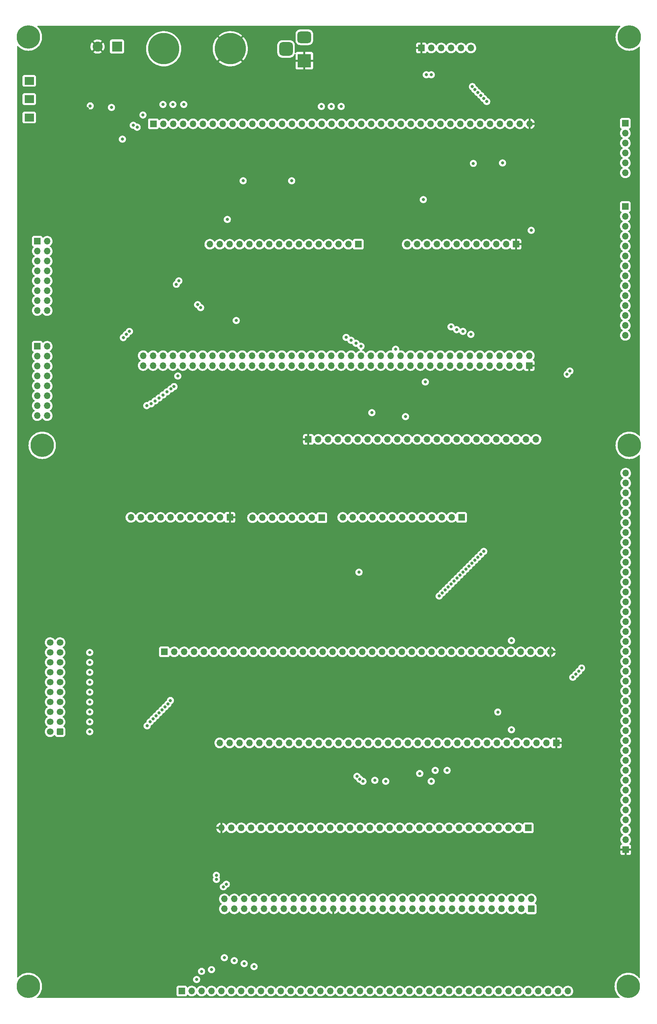
<source format=gbr>
%TF.GenerationSoftware,KiCad,Pcbnew,(6.0.0-0)*%
%TF.CreationDate,2022-10-19T23:06:27-04:00*%
%TF.ProjectId,Backplane-Concept-Vertical,4261636b-706c-4616-9e65-2d436f6e6365,rev?*%
%TF.SameCoordinates,Original*%
%TF.FileFunction,Copper,L2,Inr*%
%TF.FilePolarity,Positive*%
%FSLAX46Y46*%
G04 Gerber Fmt 4.6, Leading zero omitted, Abs format (unit mm)*
G04 Created by KiCad (PCBNEW (6.0.0-0)) date 2022-10-19 23:06:27*
%MOMM*%
%LPD*%
G01*
G04 APERTURE LIST*
G04 Aperture macros list*
%AMRoundRect*
0 Rectangle with rounded corners*
0 $1 Rounding radius*
0 $2 $3 $4 $5 $6 $7 $8 $9 X,Y pos of 4 corners*
0 Add a 4 corners polygon primitive as box body*
4,1,4,$2,$3,$4,$5,$6,$7,$8,$9,$2,$3,0*
0 Add four circle primitives for the rounded corners*
1,1,$1+$1,$2,$3*
1,1,$1+$1,$4,$5*
1,1,$1+$1,$6,$7*
1,1,$1+$1,$8,$9*
0 Add four rect primitives between the rounded corners*
20,1,$1+$1,$2,$3,$4,$5,0*
20,1,$1+$1,$4,$5,$6,$7,0*
20,1,$1+$1,$6,$7,$8,$9,0*
20,1,$1+$1,$8,$9,$2,$3,0*%
G04 Aperture macros list end*
%TA.AperFunction,ComponentPad*%
%ADD10R,3.500000X3.500000*%
%TD*%
%TA.AperFunction,ComponentPad*%
%ADD11RoundRect,0.750000X-1.000000X0.750000X-1.000000X-0.750000X1.000000X-0.750000X1.000000X0.750000X0*%
%TD*%
%TA.AperFunction,ComponentPad*%
%ADD12RoundRect,0.875000X-0.875000X0.875000X-0.875000X-0.875000X0.875000X-0.875000X0.875000X0.875000X0*%
%TD*%
%TA.AperFunction,ComponentPad*%
%ADD13RoundRect,0.250000X0.600000X0.600000X-0.600000X0.600000X-0.600000X-0.600000X0.600000X-0.600000X0*%
%TD*%
%TA.AperFunction,ComponentPad*%
%ADD14C,1.700000*%
%TD*%
%TA.AperFunction,ComponentPad*%
%ADD15R,1.700000X1.700000*%
%TD*%
%TA.AperFunction,ComponentPad*%
%ADD16O,1.700000X1.700000*%
%TD*%
%TA.AperFunction,ComponentPad*%
%ADD17C,0.800000*%
%TD*%
%TA.AperFunction,ComponentPad*%
%ADD18C,6.000000*%
%TD*%
%TA.AperFunction,ComponentPad*%
%ADD19C,8.000000*%
%TD*%
%TA.AperFunction,ComponentPad*%
%ADD20R,2.600000X2.600000*%
%TD*%
%TA.AperFunction,ComponentPad*%
%ADD21C,2.600000*%
%TD*%
%TA.AperFunction,ComponentPad*%
%ADD22R,2.400000X2.000000*%
%TD*%
%TA.AperFunction,ViaPad*%
%ADD23C,0.800000*%
%TD*%
G04 APERTURE END LIST*
D10*
%TO.N,VCC*%
%TO.C,J22*%
X302455500Y-94440000D03*
D11*
%TO.N,Net-(J11-Pad1)*%
X302455500Y-88440000D03*
D12*
%TO.N,N/C*%
X297755500Y-91440000D03*
%TD*%
D13*
%TO.N,A0*%
%TO.C,J19*%
X239771500Y-266446000D03*
D14*
%TO.N,unconnected-(J19-Pad2)*%
X237231500Y-266446000D03*
%TO.N,A1*%
X239771500Y-263906000D03*
%TO.N,unconnected-(J19-Pad4)*%
X237231500Y-263906000D03*
%TO.N,A2*%
X239771500Y-261366000D03*
%TO.N,unconnected-(J19-Pad6)*%
X237231500Y-261366000D03*
%TO.N,A3*%
X239771500Y-258826000D03*
%TO.N,unconnected-(J19-Pad8)*%
X237231500Y-258826000D03*
%TO.N,A4*%
X239771500Y-256286000D03*
%TO.N,A15*%
X237231500Y-256286000D03*
%TO.N,A5*%
X239771500Y-253746000D03*
%TO.N,A14*%
X237231500Y-253746000D03*
%TO.N,A6*%
X239771500Y-251206000D03*
%TO.N,A13*%
X237231500Y-251206000D03*
%TO.N,A7*%
X239771500Y-248666000D03*
%TO.N,A12*%
X237231500Y-248666000D03*
%TO.N,A8*%
X239771500Y-246126000D03*
%TO.N,A11*%
X237231500Y-246126000D03*
%TO.N,A9*%
X239771500Y-243586000D03*
%TO.N,A10*%
X237231500Y-243586000D03*
%TD*%
D15*
%TO.N,~{FLAGS_OUT}*%
%TO.C,J9*%
X342782000Y-211504000D03*
D16*
%TO.N,RESTORE_FLAGS*%
X340242000Y-211504000D03*
%TO.N,~{FLAGS_IN}*%
X337702000Y-211504000D03*
%TO.N,unconnected-(J9-Pad4)*%
X335162000Y-211504000D03*
%TO.N,unconnected-(J9-Pad5)*%
X332622000Y-211504000D03*
%TO.N,unconnected-(J9-Pad6)*%
X330082000Y-211504000D03*
%TO.N,unconnected-(J9-Pad7)*%
X327542000Y-211504000D03*
%TO.N,/JCC_LD_PC_COND*%
X325002000Y-211504000D03*
%TO.N,~{WR3}*%
X322462000Y-211504000D03*
%TO.N,JCC_ADR3*%
X319922000Y-211504000D03*
%TO.N,JCC_ADR2*%
X317382000Y-211504000D03*
%TO.N,JCC_ADR1*%
X314842000Y-211504000D03*
%TO.N,JCC_ADR0*%
X312302000Y-211504000D03*
%TD*%
D15*
%TO.N,VCC*%
%TO.C,J2*%
X283347000Y-211504000D03*
D16*
%TO.N,GND*%
X280807000Y-211504000D03*
%TO.N,CLOCK*%
X278267000Y-211504000D03*
%TO.N,~{A_IN}*%
X275727000Y-211504000D03*
%TO.N,~{B_IN}*%
X273187000Y-211504000D03*
%TO.N,ALU_FUNC_0*%
X270647000Y-211504000D03*
%TO.N,ALU_FUNC_1*%
X268107000Y-211504000D03*
%TO.N,ALU_FUNC_2*%
X265567000Y-211504000D03*
%TO.N,ALU_FUNC_3*%
X263027000Y-211504000D03*
%TO.N,ALU_FUNC_4*%
X260487000Y-211504000D03*
%TO.N,ALU_FUNC_5*%
X257947000Y-211504000D03*
%TD*%
D17*
%TO.N,N/C*%
%TO.C,REF\u002A\u002A*%
X387416990Y-194630990D03*
X385826000Y-195290000D03*
X388076000Y-193040000D03*
D18*
X385826000Y-193040000D03*
D17*
X384235010Y-191449010D03*
X385826000Y-190790000D03*
X387416990Y-191449010D03*
X384235010Y-194630990D03*
X383576000Y-193040000D03*
%TD*%
D15*
%TO.N,~{RD5_00}*%
%TO.C,J21*%
X271018000Y-332912000D03*
D16*
%TO.N,~{RD5_01}*%
X273558000Y-332912000D03*
%TO.N,~{RD5_02}*%
X276098000Y-332912000D03*
%TO.N,~{RD5_03}*%
X278638000Y-332912000D03*
%TO.N,~{RD6_00}*%
X281178000Y-332912000D03*
%TO.N,~{RD6_01}*%
X283718000Y-332912000D03*
%TO.N,~{RD6_02}*%
X286258000Y-332912000D03*
%TO.N,~{RD6_03}*%
X288798000Y-332912000D03*
%TO.N,~{RD6_04}*%
X291338000Y-332912000D03*
%TO.N,~{RD6_05}*%
X293878000Y-332912000D03*
%TO.N,~{RD6_06}*%
X296418000Y-332912000D03*
%TO.N,~{RD6_07}*%
X298958000Y-332912000D03*
%TO.N,~{RD6_08}*%
X301498000Y-332912000D03*
%TO.N,~{RD6_09}*%
X304038000Y-332912000D03*
%TO.N,~{RD6_10}*%
X306578000Y-332912000D03*
%TO.N,~{RD6_11}*%
X309118000Y-332912000D03*
%TO.N,~{RD6_12}*%
X311658000Y-332912000D03*
%TO.N,~{RD6_13}*%
X314198000Y-332912000D03*
%TO.N,~{RD6_14}*%
X316738000Y-332912000D03*
%TO.N,~{RD6_15}*%
X319278000Y-332912000D03*
%TO.N,~{WR4_00}*%
X321818000Y-332912000D03*
%TO.N,~{WR4_01}*%
X324358000Y-332912000D03*
%TO.N,~{WR4_02}*%
X326898000Y-332912000D03*
%TO.N,~{WR4_03}*%
X329438000Y-332912000D03*
%TO.N,~{WR5_00}*%
X331978000Y-332912000D03*
%TO.N,~{WR5_01}*%
X334518000Y-332912000D03*
%TO.N,~{WR5_02}*%
X337058000Y-332912000D03*
%TO.N,~{WR5_03}*%
X339598000Y-332912000D03*
%TO.N,~{WR5_04}*%
X342138000Y-332912000D03*
%TO.N,~{WR5_05}*%
X344678000Y-332912000D03*
%TO.N,~{WR5_06}*%
X347218000Y-332912000D03*
%TO.N,~{WR5_07}*%
X349758000Y-332912000D03*
%TO.N,~{WR5_08}*%
X352298000Y-332912000D03*
%TO.N,~{WR5_09}*%
X354838000Y-332912000D03*
%TO.N,~{WR5_10}*%
X357378000Y-332912000D03*
%TO.N,~{WR5_11}*%
X359918000Y-332912000D03*
%TO.N,~{WR5_12}*%
X362458000Y-332912000D03*
%TO.N,~{WR5_13}*%
X364998000Y-332912000D03*
%TO.N,~{WR5_14}*%
X367538000Y-332912000D03*
%TO.N,~{WR5_15}*%
X370078000Y-332912000D03*
%TD*%
D15*
%TO.N,BUS0*%
%TO.C,J5*%
X306951000Y-211595000D03*
D16*
%TO.N,BUS1*%
X304411000Y-211595000D03*
%TO.N,BUS2*%
X301871000Y-211595000D03*
%TO.N,BUS3*%
X299331000Y-211595000D03*
%TO.N,BUS4*%
X296791000Y-211595000D03*
%TO.N,BUS5*%
X294251000Y-211595000D03*
%TO.N,BUS6*%
X291711000Y-211595000D03*
%TO.N,BUS7*%
X289171000Y-211595000D03*
%TD*%
D18*
%TO.N,N/C*%
%TO.C,REF\u002A\u002A*%
X385826000Y-88392000D03*
D17*
X383576000Y-88392000D03*
X388076000Y-88392000D03*
X387416990Y-89982990D03*
X385826000Y-86142000D03*
X384235010Y-89982990D03*
X384235010Y-86801010D03*
X387416990Y-86801010D03*
X385826000Y-90642000D03*
%TD*%
D15*
%TO.N,BUS0*%
%TO.C,J17*%
X233934000Y-167640000D03*
D16*
X236474000Y-167640000D03*
%TO.N,BUS1*%
X233934000Y-170180000D03*
X236474000Y-170180000D03*
%TO.N,BUS2*%
X233934000Y-172720000D03*
X236474000Y-172720000D03*
%TO.N,BUS3*%
X233934000Y-175260000D03*
X236474000Y-175260000D03*
%TO.N,BUS4*%
X233934000Y-177800000D03*
X236474000Y-177800000D03*
%TO.N,BUS5*%
X233934000Y-180340000D03*
X236474000Y-180340000D03*
%TO.N,BUS6*%
X233934000Y-182880000D03*
X236474000Y-182880000D03*
%TO.N,BUS7*%
X233934000Y-185420000D03*
X236474000Y-185420000D03*
%TD*%
D15*
%TO.N,VCC*%
%TO.C,J7*%
X367114000Y-269313000D03*
D16*
%TO.N,GND*%
X364574000Y-269313000D03*
%TO.N,CLOCK*%
X362034000Y-269313000D03*
%TO.N,~{RESET_CONTROL}*%
X359494000Y-269313000D03*
%TO.N,GPR6*%
X356954000Y-269313000D03*
%TO.N,GPR5*%
X354414000Y-269313000D03*
%TO.N,GPR4*%
X351874000Y-269313000D03*
%TO.N,GPR3*%
X349334000Y-269313000D03*
%TO.N,GPR2*%
X346794000Y-269313000D03*
%TO.N,GPR1*%
X344254000Y-269313000D03*
%TO.N,GPR0*%
X341714000Y-269313000D03*
%TO.N,BUS0*%
X339174000Y-269313000D03*
%TO.N,BUS1*%
X336634000Y-269313000D03*
%TO.N,BUS2*%
X334094000Y-269313000D03*
%TO.N,BUS3*%
X331554000Y-269313000D03*
%TO.N,BUS4*%
X329014000Y-269313000D03*
%TO.N,BUS5*%
X326474000Y-269313000D03*
%TO.N,BUS6*%
X323934000Y-269313000D03*
%TO.N,BUS7*%
X321394000Y-269313000D03*
%TO.N,A0*%
X318854000Y-269313000D03*
%TO.N,A1*%
X316314000Y-269313000D03*
%TO.N,A2*%
X313774000Y-269313000D03*
%TO.N,A3*%
X311234000Y-269313000D03*
%TO.N,A4*%
X308694000Y-269313000D03*
%TO.N,A5*%
X306154000Y-269313000D03*
%TO.N,A6*%
X303614000Y-269313000D03*
%TO.N,A7*%
X301074000Y-269313000D03*
%TO.N,A8*%
X298534000Y-269313000D03*
%TO.N,A9*%
X295994000Y-269313000D03*
%TO.N,A10*%
X293454000Y-269313000D03*
%TO.N,A11*%
X290914000Y-269313000D03*
%TO.N,A12*%
X288374000Y-269313000D03*
%TO.N,A13*%
X285834000Y-269313000D03*
%TO.N,A14*%
X283294000Y-269313000D03*
%TO.N,A15*%
X280754000Y-269313000D03*
%TD*%
D19*
%TO.N,VCC*%
%TO.C,J12*%
X283464000Y-91376000D03*
%TD*%
%TO.N,Net-(J11-Pad1)*%
%TO.C,J11*%
X266378000Y-91376000D03*
%TD*%
D15*
%TO.N,~{RD4_15}*%
%TO.C,J14*%
X384810000Y-131826000D03*
D16*
%TO.N,~{RD4_14}*%
X384810000Y-134366000D03*
%TO.N,~{RD4_13}*%
X384810000Y-136906000D03*
%TO.N,~{RD4_12}*%
X384810000Y-139446000D03*
%TO.N,~{RD4_11}*%
X384810000Y-141986000D03*
%TO.N,~{RD4_10}*%
X384810000Y-144526000D03*
%TO.N,~{RD4_9}*%
X384810000Y-147066000D03*
%TO.N,~{RD4_8}*%
X384810000Y-149606000D03*
%TO.N,~{RD4_7}*%
X384810000Y-152146000D03*
%TO.N,~{RD4_6}*%
X384810000Y-154686000D03*
%TO.N,~{WR2_15}*%
X384810000Y-157226000D03*
%TO.N,~{WR2_14}*%
X384810000Y-159766000D03*
%TO.N,~{WR2_13}*%
X384810000Y-162306000D03*
%TO.N,~{WR2_12}*%
X384810000Y-164846000D03*
%TD*%
D17*
%TO.N,N/C*%
%TO.C,REF\u002A\u002A*%
X383322000Y-331724000D03*
X385572000Y-333974000D03*
D18*
X385572000Y-331724000D03*
D17*
X383981010Y-333314990D03*
X385572000Y-329474000D03*
X387822000Y-331724000D03*
X387162990Y-330133010D03*
X387162990Y-333314990D03*
X383981010Y-330133010D03*
%TD*%
D15*
%TO.N,A0*%
%TO.C,J8*%
X316298000Y-141489000D03*
D16*
%TO.N,A1*%
X313758000Y-141489000D03*
%TO.N,A2*%
X311218000Y-141489000D03*
%TO.N,A3*%
X308678000Y-141489000D03*
%TO.N,A4*%
X306138000Y-141489000D03*
%TO.N,A5*%
X303598000Y-141489000D03*
%TO.N,A6*%
X301058000Y-141489000D03*
%TO.N,A7*%
X298518000Y-141489000D03*
%TO.N,A8*%
X295978000Y-141489000D03*
%TO.N,A9*%
X293438000Y-141489000D03*
%TO.N,A10*%
X290898000Y-141489000D03*
%TO.N,A11*%
X288358000Y-141489000D03*
%TO.N,A12*%
X285818000Y-141489000D03*
%TO.N,A13*%
X283278000Y-141489000D03*
%TO.N,A14*%
X280738000Y-141489000D03*
%TO.N,A15*%
X278198000Y-141489000D03*
%TD*%
D15*
%TO.N,\u03BCA7*%
%TO.C,J15*%
X263720000Y-110620000D03*
D16*
%TO.N,/\u03BCA6*%
X266260000Y-110620000D03*
%TO.N,/\u03BCA5*%
X268800000Y-110620000D03*
%TO.N,/\u03BCA4*%
X271340000Y-110620000D03*
%TO.N,\u03BCRD3*%
X273880000Y-110620000D03*
%TO.N,\u03BCRD2*%
X276420000Y-110620000D03*
%TO.N,\u03BCRD1*%
X278960000Y-110620000D03*
%TO.N,\u03BCRD0*%
X281500000Y-110620000D03*
%TO.N,unconnected-(J15-Pad9)*%
X284040000Y-110620000D03*
%TO.N,~{RD6}*%
X286580000Y-110620000D03*
%TO.N,~{RD5}*%
X289120000Y-110620000D03*
%TO.N,~{RD4}*%
X291660000Y-110620000D03*
%TO.N,~{RD3}*%
X294200000Y-110620000D03*
%TO.N,~{RD2}*%
X296740000Y-110620000D03*
%TO.N,~{RD1}*%
X299280000Y-110620000D03*
%TO.N,~{RD0}*%
X301820000Y-110620000D03*
%TO.N,\u03BCB7*%
X304360000Y-110620000D03*
%TO.N,/\u03BCB6*%
X306900000Y-110620000D03*
%TO.N,/\u03BCB5*%
X309440000Y-110620000D03*
%TO.N,/\u03BCB4*%
X311980000Y-110620000D03*
%TO.N,\u03BCWR3*%
X314520000Y-110620000D03*
%TO.N,\u03BCWR2*%
X317060000Y-110620000D03*
%TO.N,\u03BCWR1*%
X319600000Y-110620000D03*
%TO.N,\u03BCWR0*%
X322140000Y-110620000D03*
%TO.N,~{RESET_CONTROL}*%
X324680000Y-110620000D03*
%TO.N,unconnected-(J15-Pad26)*%
X327220000Y-110620000D03*
%TO.N,~{WR5}*%
X329760000Y-110620000D03*
%TO.N,~{WR4}*%
X332300000Y-110620000D03*
%TO.N,~{WR3}*%
X334840000Y-110620000D03*
%TO.N,~{WR2}*%
X337380000Y-110620000D03*
%TO.N,~{WR1}*%
X339920000Y-110620000D03*
%TO.N,~{WR0}*%
X342460000Y-110620000D03*
%TO.N,unconnected-(J15-Pad33)*%
X345000000Y-110620000D03*
%TO.N,CLOCK*%
X347540000Y-110620000D03*
%TO.N,~{LD_IR}*%
X350080000Y-110620000D03*
%TO.N,~{INT_REQUEST}*%
X352620000Y-110620000D03*
%TO.N,~{RESET_STEP}*%
X355160000Y-110620000D03*
%TO.N,GND*%
X357700000Y-110620000D03*
%TO.N,VCC*%
X360240000Y-110620000D03*
%TD*%
D20*
%TO.N,Net-(J11-Pad1)*%
%TO.C,J13*%
X254400000Y-90817000D03*
D21*
%TO.N,VCC*%
X249400000Y-90817000D03*
%TD*%
D15*
%TO.N,VCC*%
%TO.C,J16*%
X384914000Y-296672000D03*
D16*
%TO.N,GND*%
X384914000Y-294132000D03*
%TO.N,CLOCK*%
X384914000Y-291592000D03*
%TO.N,~{IO_MEM_REQUEST}*%
X384914000Y-289052000D03*
%TO.N,~{IO_REQUEST}*%
X384914000Y-286512000D03*
%TO.N,~{IO_WRITE}*%
X384914000Y-283972000D03*
%TO.N,~{IO_READ}*%
X384914000Y-281432000D03*
%TO.N,BUS7*%
X384914000Y-278892000D03*
%TO.N,BUS6*%
X384914000Y-276352000D03*
%TO.N,BUS5*%
X384914000Y-273812000D03*
%TO.N,BUS4*%
X384914000Y-271272000D03*
%TO.N,BUS3*%
X384914000Y-268732000D03*
%TO.N,BUS2*%
X384914000Y-266192000D03*
%TO.N,BUS1*%
X384914000Y-263652000D03*
%TO.N,BUS0*%
X384914000Y-261112000D03*
%TO.N,A15*%
X384914000Y-258572000D03*
%TO.N,A14*%
X384914000Y-256032000D03*
%TO.N,A13*%
X384914000Y-253492000D03*
%TO.N,A12*%
X384914000Y-250952000D03*
%TO.N,A11*%
X384914000Y-248412000D03*
%TO.N,A10*%
X384914000Y-245872000D03*
%TO.N,A9*%
X384914000Y-243332000D03*
%TO.N,A8*%
X384914000Y-240792000D03*
%TO.N,A7*%
X384914000Y-238252000D03*
%TO.N,A6*%
X384914000Y-235712000D03*
%TO.N,A5*%
X384914000Y-233172000D03*
%TO.N,A4*%
X384914000Y-230632000D03*
%TO.N,A3*%
X384914000Y-228092000D03*
%TO.N,A2*%
X384914000Y-225552000D03*
%TO.N,A1*%
X384914000Y-223012000D03*
%TO.N,A0*%
X384914000Y-220472000D03*
%TO.N,~{IRQ0}*%
X384914000Y-217932000D03*
%TO.N,~{IRQ1}*%
X384914000Y-215392000D03*
%TO.N,~{IRQ2}*%
X384914000Y-212852000D03*
%TO.N,~{IRQ3}*%
X384914000Y-210312000D03*
%TO.N,~{IRQ4}*%
X384914000Y-207772000D03*
%TO.N,~{IRQ5}*%
X384914000Y-205232000D03*
%TO.N,~{IRQ6}*%
X384914000Y-202692000D03*
%TO.N,~{IRQ7}*%
X384914000Y-200152000D03*
%TD*%
D15*
%TO.N,~{STACK_SEG_OUT}*%
%TO.C,J6*%
X266530000Y-245973000D03*
D16*
%TO.N,~{STACK_SEG_EN}*%
X269070000Y-245973000D03*
%TO.N,~{STACK_SEG_IN}*%
X271610000Y-245973000D03*
%TO.N,~{DATA_SEG_OUT}*%
X274150000Y-245973000D03*
%TO.N,~{DATA_SEG_EN}*%
X276690000Y-245973000D03*
%TO.N,~{DATA_SEG_IN}*%
X279230000Y-245973000D03*
%TO.N,~{CODE_SEG_OUT}*%
X281770000Y-245973000D03*
%TO.N,~{CODE_SEG_EN}*%
X284310000Y-245973000D03*
%TO.N,~{CODE_SEG_IN}*%
X286850000Y-245973000D03*
%TO.N,A15*%
X289390000Y-245973000D03*
%TO.N,A14*%
X291930000Y-245973000D03*
%TO.N,A13*%
X294470000Y-245973000D03*
%TO.N,A12*%
X297010000Y-245973000D03*
%TO.N,A11*%
X299550000Y-245973000D03*
%TO.N,A10*%
X302090000Y-245973000D03*
%TO.N,A9*%
X304630000Y-245973000D03*
%TO.N,A8*%
X307170000Y-245973000D03*
%TO.N,A7*%
X309710000Y-245973000D03*
%TO.N,A6*%
X312250000Y-245973000D03*
%TO.N,A5*%
X314790000Y-245973000D03*
%TO.N,A4*%
X317330000Y-245973000D03*
%TO.N,A3*%
X319870000Y-245973000D03*
%TO.N,A2*%
X322410000Y-245973000D03*
%TO.N,A1*%
X324950000Y-245973000D03*
%TO.N,A0*%
X327490000Y-245973000D03*
%TO.N,BUS7*%
X330030000Y-245973000D03*
%TO.N,BUS6*%
X332570000Y-245973000D03*
%TO.N,BUS5*%
X335110000Y-245973000D03*
%TO.N,BUS4*%
X337650000Y-245973000D03*
%TO.N,BUS3*%
X340190000Y-245973000D03*
%TO.N,BUS2*%
X342730000Y-245973000D03*
%TO.N,BUS1*%
X345270000Y-245973000D03*
%TO.N,BUS0*%
X347810000Y-245973000D03*
%TO.N,~{MEM_WRITE}*%
X350350000Y-245973000D03*
%TO.N,~{MEM_READ}*%
X352890000Y-245973000D03*
%TO.N,~{MEM_LATCH_MAR}*%
X355430000Y-245973000D03*
%TO.N,RESET_CONTROL*%
X357970000Y-245973000D03*
%TO.N,CLOCK*%
X360510000Y-245973000D03*
%TO.N,GND*%
X363050000Y-245973000D03*
%TO.N,VCC*%
X365590000Y-245973000D03*
%TD*%
D22*
%TO.N,unconnected-(SW1-Pad1)*%
%TO.C,SW1*%
X231871000Y-99605000D03*
%TO.N,GND*%
X231871000Y-104304000D03*
%TO.N,Net-(J11-Pad1)*%
X231871000Y-109003000D03*
%TD*%
D15*
%TO.N,VCC*%
%TO.C,J1*%
X360172000Y-172583000D03*
D16*
%TO.N,~{A_IN}*%
X360172000Y-170043000D03*
%TO.N,GND*%
X357632000Y-172583000D03*
%TO.N,~{B_IN}*%
X357632000Y-170043000D03*
%TO.N,unconnected-(J1-Pad5)*%
X355092000Y-172583000D03*
%TO.N,~{SP_DEC}*%
X355092000Y-170043000D03*
%TO.N,unconnected-(J1-Pad7)*%
X352552000Y-172583000D03*
%TO.N,~{SP_INC}*%
X352552000Y-170043000D03*
%TO.N,unconnected-(J1-Pad9)*%
X350012000Y-172583000D03*
%TO.N,~{SP_LOAD}*%
X350012000Y-170043000D03*
%TO.N,unconnected-(J1-Pad11)*%
X347472000Y-172583000D03*
%TO.N,RESTORE_FLAGS*%
X347472000Y-170043000D03*
%TO.N,unconnected-(J1-Pad13)*%
X344932000Y-172583000D03*
%TO.N,~{FLAGS_IN}*%
X344932000Y-170043000D03*
%TO.N,unconnected-(J1-Pad15)*%
X342392000Y-172583000D03*
%TO.N,~{WR2_12}*%
X342392000Y-170043000D03*
%TO.N,unconnected-(J1-Pad17)*%
X339852000Y-172583000D03*
%TO.N,~{WR2_13}*%
X339852000Y-170043000D03*
%TO.N,unconnected-(J1-Pad19)*%
X337312000Y-172583000D03*
%TO.N,~{WR2_14}*%
X337312000Y-170043000D03*
%TO.N,unconnected-(J1-Pad21)*%
X334772000Y-172583000D03*
%TO.N,~{WR2_15}*%
X334772000Y-170043000D03*
%TO.N,unconnected-(J1-Pad23)*%
X332232000Y-172583000D03*
%TO.N,~{PC_OUT}*%
X332232000Y-170043000D03*
%TO.N,unconnected-(J1-Pad25)*%
X329692000Y-172583000D03*
%TO.N,~{SP_OUT}*%
X329692000Y-170043000D03*
%TO.N,unconnected-(J1-Pad27)*%
X327152000Y-172583000D03*
%TO.N,~{FLAGS_OUT}*%
X327152000Y-170043000D03*
%TO.N,unconnected-(J1-Pad29)*%
X324612000Y-172583000D03*
%TO.N,~{INT_HNDLR_EN}*%
X324612000Y-170043000D03*
%TO.N,unconnected-(J1-Pad31)*%
X322072000Y-172583000D03*
%TO.N,~{INT_HNDLR_READ}*%
X322072000Y-170043000D03*
%TO.N,unconnected-(J1-Pad33)*%
X319532000Y-172583000D03*
%TO.N,~{INT_HNDLR_WRITE}*%
X319532000Y-170043000D03*
%TO.N,unconnected-(J1-Pad35)*%
X316992000Y-172583000D03*
%TO.N,INT_HNDLR_REG_SEL*%
X316992000Y-170043000D03*
%TO.N,unconnected-(J1-Pad37)*%
X314452000Y-172583000D03*
%TO.N,unconnected-(J1-Pad38)*%
X314452000Y-170043000D03*
%TO.N,unconnected-(J1-Pad39)*%
X311912000Y-172583000D03*
%TO.N,unconnected-(J1-Pad40)*%
X311912000Y-170043000D03*
%TO.N,unconnected-(J1-Pad41)*%
X309372000Y-172583000D03*
%TO.N,~{RD4_6}*%
X309372000Y-170043000D03*
%TO.N,unconnected-(J1-Pad43)*%
X306832000Y-172583000D03*
%TO.N,~{RD4_7}*%
X306832000Y-170043000D03*
%TO.N,~{IO_READ}*%
X304292000Y-172583000D03*
%TO.N,~{RD4_8}*%
X304292000Y-170043000D03*
%TO.N,~{IO_WRITE}*%
X301752000Y-172583000D03*
%TO.N,~{RD4_9}*%
X301752000Y-170043000D03*
%TO.N,~{IO_REQUEST}*%
X299212000Y-172583000D03*
%TO.N,~{RD4_10}*%
X299212000Y-170043000D03*
%TO.N,~{IO_MEM_REQUEST}*%
X296672000Y-172583000D03*
%TO.N,~{RD4_11}*%
X296672000Y-170043000D03*
%TO.N,~{LD_IR}*%
X294132000Y-172583000D03*
%TO.N,~{RD4_12}*%
X294132000Y-170043000D03*
%TO.N,\u03BCRD0*%
X291592000Y-172583000D03*
%TO.N,~{RD4_13}*%
X291592000Y-170043000D03*
%TO.N,\u03BCRD1*%
X289052000Y-172583000D03*
%TO.N,~{RD4_14}*%
X289052000Y-170043000D03*
%TO.N,\u03BCRD2*%
X286512000Y-172583000D03*
%TO.N,~{RD4_15}*%
X286512000Y-170043000D03*
%TO.N,\u03BCRD3*%
X283972000Y-172583000D03*
%TO.N,ALU_FUNC_0*%
X283972000Y-170043000D03*
%TO.N,\u03BCWR0*%
X281432000Y-172583000D03*
%TO.N,ALU_FUNC_1*%
X281432000Y-170043000D03*
%TO.N,\u03BCWR1*%
X278892000Y-172583000D03*
%TO.N,ALU_FUNC_2*%
X278892000Y-170043000D03*
%TO.N,\u03BCWR2*%
X276352000Y-172583000D03*
%TO.N,ALU_FUNC_3*%
X276352000Y-170043000D03*
%TO.N,\u03BCWR3*%
X273812000Y-172583000D03*
%TO.N,ALU_FUNC_4*%
X273812000Y-170043000D03*
%TO.N,~{RD2}*%
X271272000Y-172583000D03*
%TO.N,ALU_FUNC_5*%
X271272000Y-170043000D03*
%TO.N,~{RD3}*%
X268732000Y-172583000D03*
%TO.N,JCC_ADR0*%
X268732000Y-170043000D03*
%TO.N,~{RD4}*%
X266192000Y-172583000D03*
%TO.N,JCC_ADR1*%
X266192000Y-170043000D03*
%TO.N,~{WR2}*%
X263652000Y-172583000D03*
%TO.N,JCC_ADR2*%
X263652000Y-170043000D03*
%TO.N,~{WR3}*%
X261112000Y-172583000D03*
%TO.N,JCC_ADR3*%
X261112000Y-170043000D03*
%TD*%
D15*
%TO.N,~{MEM_WRITE}*%
%TO.C,J18*%
X359918000Y-291084000D03*
D16*
%TO.N,~{MEM_READ}*%
X357378000Y-291084000D03*
%TO.N,~{STACK_SEG_EN}*%
X354838000Y-291084000D03*
%TO.N,~{DATA_SEG_EN}*%
X352298000Y-291084000D03*
%TO.N,~{CODE_SEG_EN}*%
X349758000Y-291084000D03*
%TO.N,~{STACK_SEG_OUT}*%
X347218000Y-291084000D03*
%TO.N,~{DATA_SEG_OUT}*%
X344678000Y-291084000D03*
%TO.N,~{CODE_SEG_OUT}*%
X342138000Y-291084000D03*
%TO.N,~{MEM_LATCH_MAR}*%
X339598000Y-291084000D03*
%TO.N,~{STACK_SEG_IN}*%
X337058000Y-291084000D03*
%TO.N,~{DATA_SEG_IN}*%
X334518000Y-291084000D03*
%TO.N,~{CODE_SEG_IN}*%
X331978000Y-291084000D03*
%TO.N,GPR6*%
X329438000Y-291084000D03*
%TO.N,GPR5*%
X326898000Y-291084000D03*
%TO.N,GPR4*%
X324358000Y-291084000D03*
%TO.N,GPR3*%
X321818000Y-291084000D03*
%TO.N,GPR2*%
X319278000Y-291084000D03*
%TO.N,GPR1*%
X316738000Y-291084000D03*
%TO.N,GPR0*%
X314198000Y-291084000D03*
%TO.N,~{WR1}*%
X311658000Y-291084000D03*
%TO.N,~{WR0}*%
X309118000Y-291084000D03*
%TO.N,~{RD1}*%
X306578000Y-291084000D03*
%TO.N,~{RD0}*%
X304038000Y-291084000D03*
%TO.N,\u03BCWR2*%
X301498000Y-291084000D03*
%TO.N,\u03BCWR1*%
X298958000Y-291084000D03*
%TO.N,\u03BCWR0*%
X296418000Y-291084000D03*
%TO.N,\u03BCRD3*%
X293878000Y-291084000D03*
%TO.N,\u03BCRD2*%
X291338000Y-291084000D03*
%TO.N,\u03BCRD1*%
X288798000Y-291084000D03*
%TO.N,\u03BCRD0*%
X286258000Y-291084000D03*
%TO.N,GND*%
X283718000Y-291084000D03*
%TO.N,VCC*%
X281178000Y-291084000D03*
%TD*%
D15*
%TO.N,~{WR5_15}*%
%TO.C,J25*%
X360680000Y-311850000D03*
D16*
%TO.N,~{RD6_15}*%
X360680000Y-309310000D03*
%TO.N,~{WR5_14}*%
X358140000Y-311850000D03*
%TO.N,~{RD6_14}*%
X358140000Y-309310000D03*
%TO.N,~{WR5_13}*%
X355600000Y-311850000D03*
%TO.N,~{RD6_13}*%
X355600000Y-309310000D03*
%TO.N,~{WR5_12}*%
X353060000Y-311850000D03*
%TO.N,~{RD6_12}*%
X353060000Y-309310000D03*
%TO.N,~{WR5_11}*%
X350520000Y-311850000D03*
%TO.N,~{RD6_11}*%
X350520000Y-309310000D03*
%TO.N,~{WR5_10}*%
X347980000Y-311850000D03*
%TO.N,~{RD6_10}*%
X347980000Y-309310000D03*
%TO.N,~{WR5_09}*%
X345440000Y-311850000D03*
%TO.N,~{RD6_09}*%
X345440000Y-309310000D03*
%TO.N,~{WR5_08}*%
X342900000Y-311850000D03*
%TO.N,~{RD6_08}*%
X342900000Y-309310000D03*
%TO.N,~{WR5_07}*%
X340360000Y-311850000D03*
%TO.N,~{RD6_07}*%
X340360000Y-309310000D03*
%TO.N,~{WR5_06}*%
X337820000Y-311850000D03*
%TO.N,~{RD6_06}*%
X337820000Y-309310000D03*
%TO.N,~{WR5_05}*%
X335280000Y-311850000D03*
%TO.N,~{RD6_05}*%
X335280000Y-309310000D03*
%TO.N,~{WR5_04}*%
X332740000Y-311850000D03*
%TO.N,~{RD6_04}*%
X332740000Y-309310000D03*
%TO.N,~{WR5_03}*%
X330200000Y-311850000D03*
%TO.N,~{RD6_03}*%
X330200000Y-309310000D03*
%TO.N,~{WR5_02}*%
X327660000Y-311850000D03*
%TO.N,~{RD6_02}*%
X327660000Y-309310000D03*
%TO.N,~{WR5_01}*%
X325120000Y-311850000D03*
%TO.N,~{RD6_01}*%
X325120000Y-309310000D03*
%TO.N,~{WR5_00}*%
X322580000Y-311850000D03*
%TO.N,~{RD6_00}*%
X322580000Y-309310000D03*
%TO.N,unconnected-(J25-Pad33)*%
X320040000Y-311850000D03*
%TO.N,unconnected-(J25-Pad34)*%
X320040000Y-309310000D03*
%TO.N,unconnected-(J25-Pad35)*%
X317500000Y-311850000D03*
%TO.N,unconnected-(J25-Pad36)*%
X317500000Y-309310000D03*
%TO.N,unconnected-(J25-Pad37)*%
X314960000Y-311850000D03*
%TO.N,~{WR5}*%
X314960000Y-309310000D03*
%TO.N,GND*%
X312420000Y-311850000D03*
%TO.N,~{WR4}*%
X312420000Y-309310000D03*
%TO.N,VCC*%
X309880000Y-311850000D03*
%TO.N,\u03BCWR3*%
X309880000Y-309310000D03*
%TO.N,unconnected-(J25-Pad43)*%
X307340000Y-311850000D03*
%TO.N,\u03BCWR2*%
X307340000Y-309310000D03*
%TO.N,unconnected-(J25-Pad45)*%
X304800000Y-311850000D03*
%TO.N,\u03BCWR1*%
X304800000Y-309310000D03*
%TO.N,unconnected-(J25-Pad47)*%
X302260000Y-311850000D03*
%TO.N,\u03BCWR0*%
X302260000Y-309310000D03*
%TO.N,~{RD5_00}*%
X299720000Y-311850000D03*
%TO.N,~{RD6}*%
X299720000Y-309310000D03*
%TO.N,~{RD5_01}*%
X297180000Y-311850000D03*
%TO.N,~{RD5}*%
X297180000Y-309310000D03*
%TO.N,~{RD5_02}*%
X294640000Y-311850000D03*
%TO.N,\u03BCRD3*%
X294640000Y-309310000D03*
%TO.N,~{RD5_03}*%
X292100000Y-311850000D03*
%TO.N,\u03BCRD2*%
X292100000Y-309310000D03*
%TO.N,~{WR4_00}*%
X289560000Y-311850000D03*
%TO.N,\u03BCRD1*%
X289560000Y-309310000D03*
%TO.N,~{WR4_01}*%
X287020000Y-311850000D03*
%TO.N,\u03BCRD0*%
X287020000Y-309310000D03*
%TO.N,~{WR4_02}*%
X284480000Y-311850000D03*
%TO.N,unconnected-(J25-Pad62)*%
X284480000Y-309310000D03*
%TO.N,~{WR4_03}*%
X281940000Y-311850000D03*
%TO.N,unconnected-(J25-Pad64)*%
X281940000Y-309310000D03*
%TD*%
D15*
%TO.N,BUS0*%
%TO.C,J23*%
X233934000Y-140716000D03*
D16*
X236474000Y-140716000D03*
%TO.N,BUS1*%
X233934000Y-143256000D03*
X236474000Y-143256000D03*
%TO.N,BUS2*%
X233934000Y-145796000D03*
X236474000Y-145796000D03*
%TO.N,BUS3*%
X233934000Y-148336000D03*
X236474000Y-148336000D03*
%TO.N,BUS4*%
X233934000Y-150876000D03*
X236474000Y-150876000D03*
%TO.N,BUS5*%
X233934000Y-153416000D03*
X236474000Y-153416000D03*
%TO.N,BUS6*%
X233934000Y-155956000D03*
X236474000Y-155956000D03*
%TO.N,BUS7*%
X233934000Y-158496000D03*
X236474000Y-158496000D03*
%TD*%
D15*
%TO.N,VCC*%
%TO.C,J4*%
X303490000Y-191513000D03*
D16*
%TO.N,GND*%
X306030000Y-191513000D03*
%TO.N,CLOCK*%
X308570000Y-191513000D03*
%TO.N,~{INT_HNDLR_EN}*%
X311110000Y-191513000D03*
%TO.N,INT_HNDLR_REG_SEL*%
X313650000Y-191513000D03*
%TO.N,~{INT_HNDLR_READ}*%
X316190000Y-191513000D03*
%TO.N,~{INT_HNDLR_WRITE}*%
X318730000Y-191513000D03*
%TO.N,~{INT_REQUEST}*%
X321270000Y-191513000D03*
%TO.N,BUS7*%
X323810000Y-191513000D03*
%TO.N,BUS6*%
X326350000Y-191513000D03*
%TO.N,BUS5*%
X328890000Y-191513000D03*
%TO.N,BUS4*%
X331430000Y-191513000D03*
%TO.N,BUS3*%
X333970000Y-191513000D03*
%TO.N,BUS2*%
X336510000Y-191513000D03*
%TO.N,BUS1*%
X339050000Y-191513000D03*
%TO.N,BUS0*%
X341590000Y-191513000D03*
%TO.N,~{IRQ7}*%
X344130000Y-191513000D03*
%TO.N,~{IRQ6}*%
X346670000Y-191513000D03*
%TO.N,~{IRQ5}*%
X349210000Y-191513000D03*
%TO.N,~{IRQ4}*%
X351750000Y-191513000D03*
%TO.N,~{IRQ3}*%
X354290000Y-191513000D03*
%TO.N,~{IRQ2}*%
X356830000Y-191513000D03*
%TO.N,~{IRQ1}*%
X359370000Y-191513000D03*
%TO.N,~{IRQ0}*%
X361910000Y-191513000D03*
%TD*%
D15*
%TO.N,VCC*%
%TO.C,J10*%
X332486000Y-91186000D03*
D16*
%TO.N,GND*%
X335026000Y-91186000D03*
%TO.N,CLOCK*%
X337566000Y-91186000D03*
X340106000Y-91186000D03*
%TO.N,~{CLOCK}*%
X342646000Y-91186000D03*
X345186000Y-91186000D03*
%TD*%
D17*
%TO.N,N/C*%
%TO.C,REF\u002A\u002A*%
X233898000Y-331724000D03*
X229398000Y-331724000D03*
X233238990Y-333314990D03*
X231648000Y-333974000D03*
X230057010Y-333314990D03*
X230057010Y-330133010D03*
X233238990Y-330133010D03*
X231648000Y-329474000D03*
D18*
X231648000Y-331724000D03*
%TD*%
D17*
%TO.N,N/C*%
%TO.C,REF\u002A\u002A*%
X229398000Y-88392000D03*
X231648000Y-90642000D03*
D18*
X231648000Y-88392000D03*
D17*
X233238990Y-86801010D03*
X233238990Y-89982990D03*
X233898000Y-88392000D03*
X230057010Y-86801010D03*
X231648000Y-86142000D03*
X230057010Y-89982990D03*
%TD*%
%TO.N,N/C*%
%TO.C,REF\u002A\u002A*%
X236794990Y-194630990D03*
X237454000Y-193040000D03*
X233613010Y-191449010D03*
D18*
X235204000Y-193040000D03*
D17*
X235204000Y-195290000D03*
X233613010Y-194630990D03*
X235204000Y-190790000D03*
X236794990Y-191449010D03*
X232954000Y-193040000D03*
%TD*%
D15*
%TO.N,VCC*%
%TO.C,J3*%
X356764000Y-141493000D03*
D16*
%TO.N,GND*%
X354224000Y-141493000D03*
%TO.N,CLOCK*%
X351684000Y-141493000D03*
%TO.N,RESET_CONTROL*%
X349144000Y-141493000D03*
%TO.N,~{SP_DEC}*%
X346604000Y-141493000D03*
%TO.N,~{SP_INC}*%
X344064000Y-141493000D03*
%TO.N,~{SP_LOAD}*%
X341524000Y-141493000D03*
%TO.N,~{SP_OUT}*%
X338984000Y-141493000D03*
%TO.N,unconnected-(J3-Pad9)*%
X336444000Y-141493000D03*
%TO.N,~{PC_INC}*%
X333904000Y-141493000D03*
%TO.N,/JCC_LD_PC_COND*%
X331364000Y-141493000D03*
%TO.N,~{PC_OUT}*%
X328824000Y-141493000D03*
%TD*%
D15*
%TO.N,/\u03BCA6*%
%TO.C,J20*%
X384810000Y-110490000D03*
D16*
%TO.N,/\u03BCA5*%
X384810000Y-113030000D03*
%TO.N,/\u03BCA4*%
X384810000Y-115570000D03*
%TO.N,/\u03BCB6*%
X384810000Y-118110000D03*
%TO.N,/\u03BCB5*%
X384810000Y-120650000D03*
%TO.N,/\u03BCB4*%
X384810000Y-123190000D03*
%TD*%
D23*
%TO.N,VCC*%
X246811946Y-106747456D03*
%TO.N,GND*%
X247518701Y-106040701D03*
X252979701Y-106421701D03*
X255778000Y-114554000D03*
%TO.N,CLOCK*%
X316484000Y-225552000D03*
%TO.N,~{PC_INC}*%
X282702000Y-135128000D03*
%TO.N,A15*%
X337058000Y-231648000D03*
%TO.N,A14*%
X337820000Y-230886000D03*
%TO.N,A13*%
X338582000Y-230124000D03*
%TO.N,A12*%
X339344000Y-229362000D03*
%TO.N,A11*%
X340106000Y-228600000D03*
%TO.N,A10*%
X340868000Y-227838000D03*
%TO.N,A9*%
X341630000Y-227076000D03*
%TO.N,A8*%
X247396000Y-246126000D03*
X268092701Y-258440701D03*
X342392000Y-226314000D03*
%TO.N,A7*%
X247396000Y-248666000D03*
X267462000Y-259334000D03*
X343154000Y-225552000D03*
%TO.N,A6*%
X266700000Y-260096000D03*
X247396000Y-251206000D03*
X343916000Y-224790000D03*
%TO.N,A5*%
X265938000Y-260858000D03*
X344678000Y-224028000D03*
X247396000Y-253746000D03*
%TO.N,A4*%
X265176000Y-261620000D03*
X345440000Y-223266000D03*
X247396000Y-256286000D03*
%TO.N,A3*%
X264414000Y-262382000D03*
X346202000Y-222504000D03*
X247396000Y-258826000D03*
%TO.N,A2*%
X247396000Y-261366000D03*
X263652000Y-263144000D03*
X346964000Y-221742000D03*
%TO.N,A1*%
X347726000Y-220980000D03*
X247396000Y-263906000D03*
X262890000Y-263906000D03*
%TO.N,A0*%
X247396000Y-266446000D03*
X348488000Y-220218000D03*
X262128000Y-264922000D03*
%TO.N,~{MEM_WRITE}*%
X355600000Y-265938000D03*
%TO.N,~{MEM_READ}*%
X352098977Y-261412379D03*
%TO.N,~{FLAGS_OUT}*%
X328422000Y-185674000D03*
%TO.N,\u03BCB7*%
X261053151Y-108362011D03*
%TO.N,~{LD_IR}*%
X284988000Y-161036000D03*
%TO.N,~{INT_REQUEST}*%
X325882000Y-168402000D03*
X332994000Y-130048000D03*
%TO.N,~{RESET_STEP}*%
X258572000Y-110998001D03*
%TO.N,~{IO_REQUEST}*%
X372110000Y-251714000D03*
X315722000Y-166878000D03*
%TO.N,~{IO_READ}*%
X313177701Y-165358299D03*
X373596500Y-250123995D03*
%TO.N,~{IO_WRITE}*%
X372872000Y-250952000D03*
X314452000Y-166116000D03*
%TO.N,~{IO_MEM_REQUEST}*%
X316992000Y-167640000D03*
X371348000Y-252476000D03*
%TO.N,~{RD2}*%
X255994501Y-165423636D03*
X270002000Y-175260000D03*
%TO.N,~{RD3}*%
X256798301Y-164596299D03*
%TO.N,\u03BCRD0*%
X262013377Y-182854097D03*
%TO.N,\u03BCRD1*%
X263118839Y-182384339D03*
%TO.N,\u03BCRD2*%
X264160000Y-181647500D03*
%TO.N,\u03BCRD3*%
X265176000Y-180885500D03*
%TO.N,~{RD4}*%
X257560299Y-163834299D03*
%TO.N,~{WR2}*%
X275844000Y-157734000D03*
%TO.N,\u03BCWR0*%
X266192000Y-180123500D03*
%TO.N,\u03BCWR1*%
X267208000Y-179324000D03*
%TO.N,\u03BCWR2*%
X268218468Y-178566060D03*
%TO.N,~{CODE_SEG_IN}*%
X320548000Y-278892000D03*
%TO.N,~{DATA_SEG_IN}*%
X317500000Y-279163456D03*
%TO.N,~{STACK_SEG_IN}*%
X323342000Y-279146000D03*
%TO.N,~{CODE_SEG_OUT}*%
X316677166Y-278596050D03*
%TO.N,~{DATA_SEG_OUT}*%
X332063827Y-277151500D03*
%TO.N,~{STACK_SEG_OUT}*%
X335026000Y-279146000D03*
%TO.N,~{CODE_SEG_EN}*%
X315976000Y-277871550D03*
%TO.N,~{DATA_SEG_EN}*%
X336042000Y-276352000D03*
%TO.N,~{STACK_SEG_EN}*%
X339090000Y-276352000D03*
%TO.N,~{WR2_12}*%
X345186000Y-164592000D03*
%TO.N,~{WR2_13}*%
X343154000Y-163830000D03*
%TO.N,~{WR2_14}*%
X341516987Y-163384022D03*
%TO.N,~{WR2_15}*%
X340106000Y-162659522D03*
%TO.N,~{INT_HNDLR_EN}*%
X319786000Y-184658000D03*
%TO.N,\u03BCWR3*%
X269023500Y-177973667D03*
%TO.N,~{WR3}*%
X275082000Y-156972000D03*
%TO.N,~{RD1}*%
X269620999Y-151764999D03*
%TO.N,~{RD0}*%
X270256000Y-150876000D03*
%TO.N,~{WR1}*%
X333756000Y-98044000D03*
%TO.N,~{WR0}*%
X335026000Y-98044000D03*
%TO.N,RESET_CONTROL*%
X370586000Y-173990000D03*
X360680000Y-137922000D03*
X299212000Y-125222000D03*
X286766000Y-125222000D03*
%TO.N,~{RESET_CONTROL}*%
X369861500Y-174821636D03*
X345825299Y-120781299D03*
X259568358Y-111489238D03*
X353314000Y-120650000D03*
X355600000Y-243078000D03*
%TO.N,/\u03BCA6*%
X266192000Y-105664000D03*
X345559971Y-101087969D03*
%TO.N,/\u03BCA5*%
X268732000Y-105664000D03*
X346202000Y-101854000D03*
%TO.N,/\u03BCA4*%
X346964000Y-102616000D03*
X271526000Y-105664000D03*
%TO.N,/\u03BCB6*%
X306832000Y-106172000D03*
X347726000Y-103340500D03*
%TO.N,/\u03BCB5*%
X348488000Y-104140000D03*
X309372000Y-106172000D03*
%TO.N,/\u03BCB4*%
X349250000Y-104902000D03*
X311912000Y-106172000D03*
%TO.N,/JCC_LD_PC_COND*%
X333502000Y-176784000D03*
%TO.N,~{RD5}*%
X281686000Y-306190739D03*
%TO.N,~{RD6}*%
X282448000Y-305524500D03*
%TO.N,~{WR4}*%
X279908000Y-304292000D03*
%TO.N,~{RD5_01}*%
X274828000Y-329946000D03*
%TO.N,~{RD5_02}*%
X276098000Y-327872969D03*
%TO.N,~{RD5_03}*%
X278638000Y-327423458D03*
%TO.N,~{WR4_00}*%
X289560001Y-326643999D03*
%TO.N,~{WR4_01}*%
X287020000Y-325882000D03*
%TO.N,~{WR4_02}*%
X284480000Y-325120000D03*
%TO.N,~{WR4_03}*%
X281940000Y-324358000D03*
%TO.N,~{WR5}*%
X279885345Y-303244746D03*
%TD*%
%TA.AperFunction,Conductor*%
%TO.N,VCC*%
G36*
X383492582Y-85554002D02*
G01*
X383539075Y-85607658D01*
X383549179Y-85677932D01*
X383519685Y-85742512D01*
X383503759Y-85757917D01*
X383475133Y-85781098D01*
X383215098Y-86041133D01*
X382983668Y-86326925D01*
X382981866Y-86329700D01*
X382811262Y-86592409D01*
X382783380Y-86635343D01*
X382781885Y-86638277D01*
X382781881Y-86638284D01*
X382640631Y-86915503D01*
X382616427Y-86963006D01*
X382615243Y-86966091D01*
X382501230Y-87263106D01*
X382484639Y-87306326D01*
X382389459Y-87661541D01*
X382364152Y-87821321D01*
X382333454Y-88015144D01*
X382331931Y-88024759D01*
X382312685Y-88392000D01*
X382331931Y-88759241D01*
X382389459Y-89122459D01*
X382484639Y-89477674D01*
X382616427Y-89820994D01*
X382617925Y-89823934D01*
X382735048Y-90053800D01*
X382783380Y-90148657D01*
X382785176Y-90151423D01*
X382785178Y-90151426D01*
X382838574Y-90233649D01*
X382983668Y-90457075D01*
X383215098Y-90742867D01*
X383475133Y-91002902D01*
X383760925Y-91234332D01*
X383763700Y-91236134D01*
X383983641Y-91378965D01*
X384069342Y-91434620D01*
X384072276Y-91436115D01*
X384072283Y-91436119D01*
X384269018Y-91536360D01*
X384397006Y-91601573D01*
X384740326Y-91733361D01*
X385095541Y-91828541D01*
X385288558Y-91859112D01*
X385455511Y-91885555D01*
X385455519Y-91885556D01*
X385458759Y-91886069D01*
X385826000Y-91905315D01*
X386193241Y-91886069D01*
X386196481Y-91885556D01*
X386196489Y-91885555D01*
X386363442Y-91859112D01*
X386556459Y-91828541D01*
X386911674Y-91733361D01*
X387254994Y-91601573D01*
X387382982Y-91536360D01*
X387579717Y-91436119D01*
X387579724Y-91436115D01*
X387582658Y-91434620D01*
X387668360Y-91378965D01*
X387888300Y-91236134D01*
X387891075Y-91234332D01*
X388176867Y-91002902D01*
X388336905Y-90842864D01*
X388399217Y-90808838D01*
X388470032Y-90813903D01*
X388526868Y-90856450D01*
X388551679Y-90922970D01*
X388552000Y-90931959D01*
X388552000Y-190500041D01*
X388531998Y-190568162D01*
X388478342Y-190614655D01*
X388408068Y-190624759D01*
X388343488Y-190595265D01*
X388336905Y-190589136D01*
X388176867Y-190429098D01*
X387891075Y-190197668D01*
X387582658Y-189997380D01*
X387579724Y-189995885D01*
X387579717Y-189995881D01*
X387257934Y-189831925D01*
X387254994Y-189830427D01*
X386911674Y-189698639D01*
X386556459Y-189603459D01*
X386363442Y-189572888D01*
X386196489Y-189546445D01*
X386196481Y-189546444D01*
X386193241Y-189545931D01*
X385826000Y-189526685D01*
X385458759Y-189545931D01*
X385455519Y-189546444D01*
X385455511Y-189546445D01*
X385288558Y-189572888D01*
X385095541Y-189603459D01*
X384740326Y-189698639D01*
X384397006Y-189830427D01*
X384394066Y-189831925D01*
X384072284Y-189995881D01*
X384072277Y-189995885D01*
X384069343Y-189997380D01*
X383760925Y-190197668D01*
X383475133Y-190429098D01*
X383215098Y-190689133D01*
X382983668Y-190974925D01*
X382981866Y-190977700D01*
X382800274Y-191257329D01*
X382783380Y-191283343D01*
X382781885Y-191286277D01*
X382781881Y-191286284D01*
X382666364Y-191513000D01*
X382616427Y-191611006D01*
X382484639Y-191954326D01*
X382389459Y-192309541D01*
X382366629Y-192453684D01*
X382338762Y-192629632D01*
X382331931Y-192672759D01*
X382312685Y-193040000D01*
X382331931Y-193407241D01*
X382389459Y-193770459D01*
X382484639Y-194125674D01*
X382616427Y-194468994D01*
X382783380Y-194796657D01*
X382983668Y-195105075D01*
X383215098Y-195390867D01*
X383475133Y-195650902D01*
X383760925Y-195882332D01*
X384069342Y-196082620D01*
X384072276Y-196084115D01*
X384072283Y-196084119D01*
X384394066Y-196248075D01*
X384397006Y-196249573D01*
X384740326Y-196381361D01*
X385095541Y-196476541D01*
X385288558Y-196507112D01*
X385455511Y-196533555D01*
X385455519Y-196533556D01*
X385458759Y-196534069D01*
X385826000Y-196553315D01*
X386193241Y-196534069D01*
X386196481Y-196533556D01*
X386196489Y-196533555D01*
X386363442Y-196507112D01*
X386556459Y-196476541D01*
X386911674Y-196381361D01*
X387254994Y-196249573D01*
X387257934Y-196248075D01*
X387579717Y-196084119D01*
X387579724Y-196084115D01*
X387582658Y-196082620D01*
X387891075Y-195882332D01*
X388176867Y-195650902D01*
X388336905Y-195490864D01*
X388399217Y-195456838D01*
X388470032Y-195461903D01*
X388526868Y-195504450D01*
X388551679Y-195570970D01*
X388552000Y-195579959D01*
X388552000Y-329473119D01*
X388531998Y-329541240D01*
X388478342Y-329587733D01*
X388408068Y-329597837D01*
X388343488Y-329568343D01*
X388328080Y-329552413D01*
X388184987Y-329375708D01*
X388182902Y-329373133D01*
X387922867Y-329113098D01*
X387637075Y-328881668D01*
X387328658Y-328681380D01*
X387325724Y-328679885D01*
X387325717Y-328679881D01*
X387003934Y-328515925D01*
X387000994Y-328514427D01*
X386728725Y-328409913D01*
X386660764Y-328383825D01*
X386660762Y-328383824D01*
X386657674Y-328382639D01*
X386302459Y-328287459D01*
X386067518Y-328250248D01*
X385942489Y-328230445D01*
X385942481Y-328230444D01*
X385939241Y-328229931D01*
X385572000Y-328210685D01*
X385204759Y-328229931D01*
X385201519Y-328230444D01*
X385201511Y-328230445D01*
X385076482Y-328250248D01*
X384841541Y-328287459D01*
X384486326Y-328382639D01*
X384483238Y-328383824D01*
X384483236Y-328383825D01*
X384415275Y-328409913D01*
X384143006Y-328514427D01*
X384140066Y-328515925D01*
X383818284Y-328679881D01*
X383818277Y-328679885D01*
X383815343Y-328681380D01*
X383506925Y-328881668D01*
X383221133Y-329113098D01*
X382961098Y-329373133D01*
X382729668Y-329658925D01*
X382727866Y-329661700D01*
X382547504Y-329939435D01*
X382529380Y-329967343D01*
X382527885Y-329970277D01*
X382527881Y-329970284D01*
X382363925Y-330292066D01*
X382362427Y-330295006D01*
X382230639Y-330638326D01*
X382135459Y-330993541D01*
X382077931Y-331356759D01*
X382058685Y-331724000D01*
X382077931Y-332091241D01*
X382135459Y-332454459D01*
X382230639Y-332809674D01*
X382362427Y-333152994D01*
X382529380Y-333480657D01*
X382531176Y-333483423D01*
X382531178Y-333483426D01*
X382616641Y-333615028D01*
X382729668Y-333789075D01*
X382961098Y-334074867D01*
X383221133Y-334334902D01*
X383223708Y-334336987D01*
X383405352Y-334484080D01*
X383445704Y-334542494D01*
X383448070Y-334613451D01*
X383411697Y-334674423D01*
X383348134Y-334706051D01*
X383326058Y-334708000D01*
X233893942Y-334708000D01*
X233825821Y-334687998D01*
X233779328Y-334634342D01*
X233769224Y-334564068D01*
X233798718Y-334499488D01*
X233814648Y-334484080D01*
X233996292Y-334336987D01*
X233998867Y-334334902D01*
X234258902Y-334074867D01*
X234473279Y-333810134D01*
X269659500Y-333810134D01*
X269666255Y-333872316D01*
X269717385Y-334008705D01*
X269804739Y-334125261D01*
X269921295Y-334212615D01*
X270057684Y-334263745D01*
X270119866Y-334270500D01*
X271916134Y-334270500D01*
X271978316Y-334263745D01*
X272114705Y-334212615D01*
X272231261Y-334125261D01*
X272318615Y-334008705D01*
X272339433Y-333953173D01*
X272362598Y-333891382D01*
X272405240Y-333834618D01*
X272471802Y-333809918D01*
X272541150Y-333825126D01*
X272575817Y-333853114D01*
X272604250Y-333885938D01*
X272776126Y-334028632D01*
X272969000Y-334141338D01*
X273177692Y-334221030D01*
X273182760Y-334222061D01*
X273182763Y-334222062D01*
X273290017Y-334243883D01*
X273396597Y-334265567D01*
X273401772Y-334265757D01*
X273401774Y-334265757D01*
X273614673Y-334273564D01*
X273614677Y-334273564D01*
X273619837Y-334273753D01*
X273624957Y-334273097D01*
X273624959Y-334273097D01*
X273836288Y-334246025D01*
X273836289Y-334246025D01*
X273841416Y-334245368D01*
X273846366Y-334243883D01*
X274050429Y-334182661D01*
X274050434Y-334182659D01*
X274055384Y-334181174D01*
X274255994Y-334082896D01*
X274437860Y-333953173D01*
X274596096Y-333795489D01*
X274622468Y-333758789D01*
X274726453Y-333614077D01*
X274727776Y-333615028D01*
X274774645Y-333571857D01*
X274844580Y-333559625D01*
X274910026Y-333587144D01*
X274937875Y-333618994D01*
X274997987Y-333717088D01*
X275144250Y-333885938D01*
X275316126Y-334028632D01*
X275509000Y-334141338D01*
X275717692Y-334221030D01*
X275722760Y-334222061D01*
X275722763Y-334222062D01*
X275830017Y-334243883D01*
X275936597Y-334265567D01*
X275941772Y-334265757D01*
X275941774Y-334265757D01*
X276154673Y-334273564D01*
X276154677Y-334273564D01*
X276159837Y-334273753D01*
X276164957Y-334273097D01*
X276164959Y-334273097D01*
X276376288Y-334246025D01*
X276376289Y-334246025D01*
X276381416Y-334245368D01*
X276386366Y-334243883D01*
X276590429Y-334182661D01*
X276590434Y-334182659D01*
X276595384Y-334181174D01*
X276795994Y-334082896D01*
X276977860Y-333953173D01*
X277136096Y-333795489D01*
X277162468Y-333758789D01*
X277266453Y-333614077D01*
X277267776Y-333615028D01*
X277314645Y-333571857D01*
X277384580Y-333559625D01*
X277450026Y-333587144D01*
X277477875Y-333618994D01*
X277537987Y-333717088D01*
X277684250Y-333885938D01*
X277856126Y-334028632D01*
X278049000Y-334141338D01*
X278257692Y-334221030D01*
X278262760Y-334222061D01*
X278262763Y-334222062D01*
X278370017Y-334243883D01*
X278476597Y-334265567D01*
X278481772Y-334265757D01*
X278481774Y-334265757D01*
X278694673Y-334273564D01*
X278694677Y-334273564D01*
X278699837Y-334273753D01*
X278704957Y-334273097D01*
X278704959Y-334273097D01*
X278916288Y-334246025D01*
X278916289Y-334246025D01*
X278921416Y-334245368D01*
X278926366Y-334243883D01*
X279130429Y-334182661D01*
X279130434Y-334182659D01*
X279135384Y-334181174D01*
X279335994Y-334082896D01*
X279517860Y-333953173D01*
X279676096Y-333795489D01*
X279702468Y-333758789D01*
X279806453Y-333614077D01*
X279807776Y-333615028D01*
X279854645Y-333571857D01*
X279924580Y-333559625D01*
X279990026Y-333587144D01*
X280017875Y-333618994D01*
X280077987Y-333717088D01*
X280224250Y-333885938D01*
X280396126Y-334028632D01*
X280589000Y-334141338D01*
X280797692Y-334221030D01*
X280802760Y-334222061D01*
X280802763Y-334222062D01*
X280910017Y-334243883D01*
X281016597Y-334265567D01*
X281021772Y-334265757D01*
X281021774Y-334265757D01*
X281234673Y-334273564D01*
X281234677Y-334273564D01*
X281239837Y-334273753D01*
X281244957Y-334273097D01*
X281244959Y-334273097D01*
X281456288Y-334246025D01*
X281456289Y-334246025D01*
X281461416Y-334245368D01*
X281466366Y-334243883D01*
X281670429Y-334182661D01*
X281670434Y-334182659D01*
X281675384Y-334181174D01*
X281875994Y-334082896D01*
X282057860Y-333953173D01*
X282216096Y-333795489D01*
X282242468Y-333758789D01*
X282346453Y-333614077D01*
X282347776Y-333615028D01*
X282394645Y-333571857D01*
X282464580Y-333559625D01*
X282530026Y-333587144D01*
X282557875Y-333618994D01*
X282617987Y-333717088D01*
X282764250Y-333885938D01*
X282936126Y-334028632D01*
X283129000Y-334141338D01*
X283337692Y-334221030D01*
X283342760Y-334222061D01*
X283342763Y-334222062D01*
X283450017Y-334243883D01*
X283556597Y-334265567D01*
X283561772Y-334265757D01*
X283561774Y-334265757D01*
X283774673Y-334273564D01*
X283774677Y-334273564D01*
X283779837Y-334273753D01*
X283784957Y-334273097D01*
X283784959Y-334273097D01*
X283996288Y-334246025D01*
X283996289Y-334246025D01*
X284001416Y-334245368D01*
X284006366Y-334243883D01*
X284210429Y-334182661D01*
X284210434Y-334182659D01*
X284215384Y-334181174D01*
X284415994Y-334082896D01*
X284597860Y-333953173D01*
X284756096Y-333795489D01*
X284782468Y-333758789D01*
X284886453Y-333614077D01*
X284887776Y-333615028D01*
X284934645Y-333571857D01*
X285004580Y-333559625D01*
X285070026Y-333587144D01*
X285097875Y-333618994D01*
X285157987Y-333717088D01*
X285304250Y-333885938D01*
X285476126Y-334028632D01*
X285669000Y-334141338D01*
X285877692Y-334221030D01*
X285882760Y-334222061D01*
X285882763Y-334222062D01*
X285990017Y-334243883D01*
X286096597Y-334265567D01*
X286101772Y-334265757D01*
X286101774Y-334265757D01*
X286314673Y-334273564D01*
X286314677Y-334273564D01*
X286319837Y-334273753D01*
X286324957Y-334273097D01*
X286324959Y-334273097D01*
X286536288Y-334246025D01*
X286536289Y-334246025D01*
X286541416Y-334245368D01*
X286546366Y-334243883D01*
X286750429Y-334182661D01*
X286750434Y-334182659D01*
X286755384Y-334181174D01*
X286955994Y-334082896D01*
X287137860Y-333953173D01*
X287296096Y-333795489D01*
X287322468Y-333758789D01*
X287426453Y-333614077D01*
X287427776Y-333615028D01*
X287474645Y-333571857D01*
X287544580Y-333559625D01*
X287610026Y-333587144D01*
X287637875Y-333618994D01*
X287697987Y-333717088D01*
X287844250Y-333885938D01*
X288016126Y-334028632D01*
X288209000Y-334141338D01*
X288417692Y-334221030D01*
X288422760Y-334222061D01*
X288422763Y-334222062D01*
X288530017Y-334243883D01*
X288636597Y-334265567D01*
X288641772Y-334265757D01*
X288641774Y-334265757D01*
X288854673Y-334273564D01*
X288854677Y-334273564D01*
X288859837Y-334273753D01*
X288864957Y-334273097D01*
X288864959Y-334273097D01*
X289076288Y-334246025D01*
X289076289Y-334246025D01*
X289081416Y-334245368D01*
X289086366Y-334243883D01*
X289290429Y-334182661D01*
X289290434Y-334182659D01*
X289295384Y-334181174D01*
X289495994Y-334082896D01*
X289677860Y-333953173D01*
X289836096Y-333795489D01*
X289862468Y-333758789D01*
X289966453Y-333614077D01*
X289967776Y-333615028D01*
X290014645Y-333571857D01*
X290084580Y-333559625D01*
X290150026Y-333587144D01*
X290177875Y-333618994D01*
X290237987Y-333717088D01*
X290384250Y-333885938D01*
X290556126Y-334028632D01*
X290749000Y-334141338D01*
X290957692Y-334221030D01*
X290962760Y-334222061D01*
X290962763Y-334222062D01*
X291070017Y-334243883D01*
X291176597Y-334265567D01*
X291181772Y-334265757D01*
X291181774Y-334265757D01*
X291394673Y-334273564D01*
X291394677Y-334273564D01*
X291399837Y-334273753D01*
X291404957Y-334273097D01*
X291404959Y-334273097D01*
X291616288Y-334246025D01*
X291616289Y-334246025D01*
X291621416Y-334245368D01*
X291626366Y-334243883D01*
X291830429Y-334182661D01*
X291830434Y-334182659D01*
X291835384Y-334181174D01*
X292035994Y-334082896D01*
X292217860Y-333953173D01*
X292376096Y-333795489D01*
X292402468Y-333758789D01*
X292506453Y-333614077D01*
X292507776Y-333615028D01*
X292554645Y-333571857D01*
X292624580Y-333559625D01*
X292690026Y-333587144D01*
X292717875Y-333618994D01*
X292777987Y-333717088D01*
X292924250Y-333885938D01*
X293096126Y-334028632D01*
X293289000Y-334141338D01*
X293497692Y-334221030D01*
X293502760Y-334222061D01*
X293502763Y-334222062D01*
X293610017Y-334243883D01*
X293716597Y-334265567D01*
X293721772Y-334265757D01*
X293721774Y-334265757D01*
X293934673Y-334273564D01*
X293934677Y-334273564D01*
X293939837Y-334273753D01*
X293944957Y-334273097D01*
X293944959Y-334273097D01*
X294156288Y-334246025D01*
X294156289Y-334246025D01*
X294161416Y-334245368D01*
X294166366Y-334243883D01*
X294370429Y-334182661D01*
X294370434Y-334182659D01*
X294375384Y-334181174D01*
X294575994Y-334082896D01*
X294757860Y-333953173D01*
X294916096Y-333795489D01*
X294942468Y-333758789D01*
X295046453Y-333614077D01*
X295047776Y-333615028D01*
X295094645Y-333571857D01*
X295164580Y-333559625D01*
X295230026Y-333587144D01*
X295257875Y-333618994D01*
X295317987Y-333717088D01*
X295464250Y-333885938D01*
X295636126Y-334028632D01*
X295829000Y-334141338D01*
X296037692Y-334221030D01*
X296042760Y-334222061D01*
X296042763Y-334222062D01*
X296150017Y-334243883D01*
X296256597Y-334265567D01*
X296261772Y-334265757D01*
X296261774Y-334265757D01*
X296474673Y-334273564D01*
X296474677Y-334273564D01*
X296479837Y-334273753D01*
X296484957Y-334273097D01*
X296484959Y-334273097D01*
X296696288Y-334246025D01*
X296696289Y-334246025D01*
X296701416Y-334245368D01*
X296706366Y-334243883D01*
X296910429Y-334182661D01*
X296910434Y-334182659D01*
X296915384Y-334181174D01*
X297115994Y-334082896D01*
X297297860Y-333953173D01*
X297456096Y-333795489D01*
X297482468Y-333758789D01*
X297586453Y-333614077D01*
X297587776Y-333615028D01*
X297634645Y-333571857D01*
X297704580Y-333559625D01*
X297770026Y-333587144D01*
X297797875Y-333618994D01*
X297857987Y-333717088D01*
X298004250Y-333885938D01*
X298176126Y-334028632D01*
X298369000Y-334141338D01*
X298577692Y-334221030D01*
X298582760Y-334222061D01*
X298582763Y-334222062D01*
X298690017Y-334243883D01*
X298796597Y-334265567D01*
X298801772Y-334265757D01*
X298801774Y-334265757D01*
X299014673Y-334273564D01*
X299014677Y-334273564D01*
X299019837Y-334273753D01*
X299024957Y-334273097D01*
X299024959Y-334273097D01*
X299236288Y-334246025D01*
X299236289Y-334246025D01*
X299241416Y-334245368D01*
X299246366Y-334243883D01*
X299450429Y-334182661D01*
X299450434Y-334182659D01*
X299455384Y-334181174D01*
X299655994Y-334082896D01*
X299837860Y-333953173D01*
X299996096Y-333795489D01*
X300022468Y-333758789D01*
X300126453Y-333614077D01*
X300127776Y-333615028D01*
X300174645Y-333571857D01*
X300244580Y-333559625D01*
X300310026Y-333587144D01*
X300337875Y-333618994D01*
X300397987Y-333717088D01*
X300544250Y-333885938D01*
X300716126Y-334028632D01*
X300909000Y-334141338D01*
X301117692Y-334221030D01*
X301122760Y-334222061D01*
X301122763Y-334222062D01*
X301230017Y-334243883D01*
X301336597Y-334265567D01*
X301341772Y-334265757D01*
X301341774Y-334265757D01*
X301554673Y-334273564D01*
X301554677Y-334273564D01*
X301559837Y-334273753D01*
X301564957Y-334273097D01*
X301564959Y-334273097D01*
X301776288Y-334246025D01*
X301776289Y-334246025D01*
X301781416Y-334245368D01*
X301786366Y-334243883D01*
X301990429Y-334182661D01*
X301990434Y-334182659D01*
X301995384Y-334181174D01*
X302195994Y-334082896D01*
X302377860Y-333953173D01*
X302536096Y-333795489D01*
X302562468Y-333758789D01*
X302666453Y-333614077D01*
X302667776Y-333615028D01*
X302714645Y-333571857D01*
X302784580Y-333559625D01*
X302850026Y-333587144D01*
X302877875Y-333618994D01*
X302937987Y-333717088D01*
X303084250Y-333885938D01*
X303256126Y-334028632D01*
X303449000Y-334141338D01*
X303657692Y-334221030D01*
X303662760Y-334222061D01*
X303662763Y-334222062D01*
X303770017Y-334243883D01*
X303876597Y-334265567D01*
X303881772Y-334265757D01*
X303881774Y-334265757D01*
X304094673Y-334273564D01*
X304094677Y-334273564D01*
X304099837Y-334273753D01*
X304104957Y-334273097D01*
X304104959Y-334273097D01*
X304316288Y-334246025D01*
X304316289Y-334246025D01*
X304321416Y-334245368D01*
X304326366Y-334243883D01*
X304530429Y-334182661D01*
X304530434Y-334182659D01*
X304535384Y-334181174D01*
X304735994Y-334082896D01*
X304917860Y-333953173D01*
X305076096Y-333795489D01*
X305102468Y-333758789D01*
X305206453Y-333614077D01*
X305207776Y-333615028D01*
X305254645Y-333571857D01*
X305324580Y-333559625D01*
X305390026Y-333587144D01*
X305417875Y-333618994D01*
X305477987Y-333717088D01*
X305624250Y-333885938D01*
X305796126Y-334028632D01*
X305989000Y-334141338D01*
X306197692Y-334221030D01*
X306202760Y-334222061D01*
X306202763Y-334222062D01*
X306310017Y-334243883D01*
X306416597Y-334265567D01*
X306421772Y-334265757D01*
X306421774Y-334265757D01*
X306634673Y-334273564D01*
X306634677Y-334273564D01*
X306639837Y-334273753D01*
X306644957Y-334273097D01*
X306644959Y-334273097D01*
X306856288Y-334246025D01*
X306856289Y-334246025D01*
X306861416Y-334245368D01*
X306866366Y-334243883D01*
X307070429Y-334182661D01*
X307070434Y-334182659D01*
X307075384Y-334181174D01*
X307275994Y-334082896D01*
X307457860Y-333953173D01*
X307616096Y-333795489D01*
X307642468Y-333758789D01*
X307746453Y-333614077D01*
X307747776Y-333615028D01*
X307794645Y-333571857D01*
X307864580Y-333559625D01*
X307930026Y-333587144D01*
X307957875Y-333618994D01*
X308017987Y-333717088D01*
X308164250Y-333885938D01*
X308336126Y-334028632D01*
X308529000Y-334141338D01*
X308737692Y-334221030D01*
X308742760Y-334222061D01*
X308742763Y-334222062D01*
X308850017Y-334243883D01*
X308956597Y-334265567D01*
X308961772Y-334265757D01*
X308961774Y-334265757D01*
X309174673Y-334273564D01*
X309174677Y-334273564D01*
X309179837Y-334273753D01*
X309184957Y-334273097D01*
X309184959Y-334273097D01*
X309396288Y-334246025D01*
X309396289Y-334246025D01*
X309401416Y-334245368D01*
X309406366Y-334243883D01*
X309610429Y-334182661D01*
X309610434Y-334182659D01*
X309615384Y-334181174D01*
X309815994Y-334082896D01*
X309997860Y-333953173D01*
X310156096Y-333795489D01*
X310182468Y-333758789D01*
X310286453Y-333614077D01*
X310287776Y-333615028D01*
X310334645Y-333571857D01*
X310404580Y-333559625D01*
X310470026Y-333587144D01*
X310497875Y-333618994D01*
X310557987Y-333717088D01*
X310704250Y-333885938D01*
X310876126Y-334028632D01*
X311069000Y-334141338D01*
X311277692Y-334221030D01*
X311282760Y-334222061D01*
X311282763Y-334222062D01*
X311390017Y-334243883D01*
X311496597Y-334265567D01*
X311501772Y-334265757D01*
X311501774Y-334265757D01*
X311714673Y-334273564D01*
X311714677Y-334273564D01*
X311719837Y-334273753D01*
X311724957Y-334273097D01*
X311724959Y-334273097D01*
X311936288Y-334246025D01*
X311936289Y-334246025D01*
X311941416Y-334245368D01*
X311946366Y-334243883D01*
X312150429Y-334182661D01*
X312150434Y-334182659D01*
X312155384Y-334181174D01*
X312355994Y-334082896D01*
X312537860Y-333953173D01*
X312696096Y-333795489D01*
X312722468Y-333758789D01*
X312826453Y-333614077D01*
X312827776Y-333615028D01*
X312874645Y-333571857D01*
X312944580Y-333559625D01*
X313010026Y-333587144D01*
X313037875Y-333618994D01*
X313097987Y-333717088D01*
X313244250Y-333885938D01*
X313416126Y-334028632D01*
X313609000Y-334141338D01*
X313817692Y-334221030D01*
X313822760Y-334222061D01*
X313822763Y-334222062D01*
X313930017Y-334243883D01*
X314036597Y-334265567D01*
X314041772Y-334265757D01*
X314041774Y-334265757D01*
X314254673Y-334273564D01*
X314254677Y-334273564D01*
X314259837Y-334273753D01*
X314264957Y-334273097D01*
X314264959Y-334273097D01*
X314476288Y-334246025D01*
X314476289Y-334246025D01*
X314481416Y-334245368D01*
X314486366Y-334243883D01*
X314690429Y-334182661D01*
X314690434Y-334182659D01*
X314695384Y-334181174D01*
X314895994Y-334082896D01*
X315077860Y-333953173D01*
X315236096Y-333795489D01*
X315262468Y-333758789D01*
X315366453Y-333614077D01*
X315367776Y-333615028D01*
X315414645Y-333571857D01*
X315484580Y-333559625D01*
X315550026Y-333587144D01*
X315577875Y-333618994D01*
X315637987Y-333717088D01*
X315784250Y-333885938D01*
X315956126Y-334028632D01*
X316149000Y-334141338D01*
X316357692Y-334221030D01*
X316362760Y-334222061D01*
X316362763Y-334222062D01*
X316470017Y-334243883D01*
X316576597Y-334265567D01*
X316581772Y-334265757D01*
X316581774Y-334265757D01*
X316794673Y-334273564D01*
X316794677Y-334273564D01*
X316799837Y-334273753D01*
X316804957Y-334273097D01*
X316804959Y-334273097D01*
X317016288Y-334246025D01*
X317016289Y-334246025D01*
X317021416Y-334245368D01*
X317026366Y-334243883D01*
X317230429Y-334182661D01*
X317230434Y-334182659D01*
X317235384Y-334181174D01*
X317435994Y-334082896D01*
X317617860Y-333953173D01*
X317776096Y-333795489D01*
X317802468Y-333758789D01*
X317906453Y-333614077D01*
X317907776Y-333615028D01*
X317954645Y-333571857D01*
X318024580Y-333559625D01*
X318090026Y-333587144D01*
X318117875Y-333618994D01*
X318177987Y-333717088D01*
X318324250Y-333885938D01*
X318496126Y-334028632D01*
X318689000Y-334141338D01*
X318897692Y-334221030D01*
X318902760Y-334222061D01*
X318902763Y-334222062D01*
X319010017Y-334243883D01*
X319116597Y-334265567D01*
X319121772Y-334265757D01*
X319121774Y-334265757D01*
X319334673Y-334273564D01*
X319334677Y-334273564D01*
X319339837Y-334273753D01*
X319344957Y-334273097D01*
X319344959Y-334273097D01*
X319556288Y-334246025D01*
X319556289Y-334246025D01*
X319561416Y-334245368D01*
X319566366Y-334243883D01*
X319770429Y-334182661D01*
X319770434Y-334182659D01*
X319775384Y-334181174D01*
X319975994Y-334082896D01*
X320157860Y-333953173D01*
X320316096Y-333795489D01*
X320342468Y-333758789D01*
X320446453Y-333614077D01*
X320447776Y-333615028D01*
X320494645Y-333571857D01*
X320564580Y-333559625D01*
X320630026Y-333587144D01*
X320657875Y-333618994D01*
X320717987Y-333717088D01*
X320864250Y-333885938D01*
X321036126Y-334028632D01*
X321229000Y-334141338D01*
X321437692Y-334221030D01*
X321442760Y-334222061D01*
X321442763Y-334222062D01*
X321550017Y-334243883D01*
X321656597Y-334265567D01*
X321661772Y-334265757D01*
X321661774Y-334265757D01*
X321874673Y-334273564D01*
X321874677Y-334273564D01*
X321879837Y-334273753D01*
X321884957Y-334273097D01*
X321884959Y-334273097D01*
X322096288Y-334246025D01*
X322096289Y-334246025D01*
X322101416Y-334245368D01*
X322106366Y-334243883D01*
X322310429Y-334182661D01*
X322310434Y-334182659D01*
X322315384Y-334181174D01*
X322515994Y-334082896D01*
X322697860Y-333953173D01*
X322856096Y-333795489D01*
X322882468Y-333758789D01*
X322986453Y-333614077D01*
X322987776Y-333615028D01*
X323034645Y-333571857D01*
X323104580Y-333559625D01*
X323170026Y-333587144D01*
X323197875Y-333618994D01*
X323257987Y-333717088D01*
X323404250Y-333885938D01*
X323576126Y-334028632D01*
X323769000Y-334141338D01*
X323977692Y-334221030D01*
X323982760Y-334222061D01*
X323982763Y-334222062D01*
X324090017Y-334243883D01*
X324196597Y-334265567D01*
X324201772Y-334265757D01*
X324201774Y-334265757D01*
X324414673Y-334273564D01*
X324414677Y-334273564D01*
X324419837Y-334273753D01*
X324424957Y-334273097D01*
X324424959Y-334273097D01*
X324636288Y-334246025D01*
X324636289Y-334246025D01*
X324641416Y-334245368D01*
X324646366Y-334243883D01*
X324850429Y-334182661D01*
X324850434Y-334182659D01*
X324855384Y-334181174D01*
X325055994Y-334082896D01*
X325237860Y-333953173D01*
X325396096Y-333795489D01*
X325422468Y-333758789D01*
X325526453Y-333614077D01*
X325527776Y-333615028D01*
X325574645Y-333571857D01*
X325644580Y-333559625D01*
X325710026Y-333587144D01*
X325737875Y-333618994D01*
X325797987Y-333717088D01*
X325944250Y-333885938D01*
X326116126Y-334028632D01*
X326309000Y-334141338D01*
X326517692Y-334221030D01*
X326522760Y-334222061D01*
X326522763Y-334222062D01*
X326630017Y-334243883D01*
X326736597Y-334265567D01*
X326741772Y-334265757D01*
X326741774Y-334265757D01*
X326954673Y-334273564D01*
X326954677Y-334273564D01*
X326959837Y-334273753D01*
X326964957Y-334273097D01*
X326964959Y-334273097D01*
X327176288Y-334246025D01*
X327176289Y-334246025D01*
X327181416Y-334245368D01*
X327186366Y-334243883D01*
X327390429Y-334182661D01*
X327390434Y-334182659D01*
X327395384Y-334181174D01*
X327595994Y-334082896D01*
X327777860Y-333953173D01*
X327936096Y-333795489D01*
X327962468Y-333758789D01*
X328066453Y-333614077D01*
X328067776Y-333615028D01*
X328114645Y-333571857D01*
X328184580Y-333559625D01*
X328250026Y-333587144D01*
X328277875Y-333618994D01*
X328337987Y-333717088D01*
X328484250Y-333885938D01*
X328656126Y-334028632D01*
X328849000Y-334141338D01*
X329057692Y-334221030D01*
X329062760Y-334222061D01*
X329062763Y-334222062D01*
X329170017Y-334243883D01*
X329276597Y-334265567D01*
X329281772Y-334265757D01*
X329281774Y-334265757D01*
X329494673Y-334273564D01*
X329494677Y-334273564D01*
X329499837Y-334273753D01*
X329504957Y-334273097D01*
X329504959Y-334273097D01*
X329716288Y-334246025D01*
X329716289Y-334246025D01*
X329721416Y-334245368D01*
X329726366Y-334243883D01*
X329930429Y-334182661D01*
X329930434Y-334182659D01*
X329935384Y-334181174D01*
X330135994Y-334082896D01*
X330317860Y-333953173D01*
X330476096Y-333795489D01*
X330502468Y-333758789D01*
X330606453Y-333614077D01*
X330607776Y-333615028D01*
X330654645Y-333571857D01*
X330724580Y-333559625D01*
X330790026Y-333587144D01*
X330817875Y-333618994D01*
X330877987Y-333717088D01*
X331024250Y-333885938D01*
X331196126Y-334028632D01*
X331389000Y-334141338D01*
X331597692Y-334221030D01*
X331602760Y-334222061D01*
X331602763Y-334222062D01*
X331710017Y-334243883D01*
X331816597Y-334265567D01*
X331821772Y-334265757D01*
X331821774Y-334265757D01*
X332034673Y-334273564D01*
X332034677Y-334273564D01*
X332039837Y-334273753D01*
X332044957Y-334273097D01*
X332044959Y-334273097D01*
X332256288Y-334246025D01*
X332256289Y-334246025D01*
X332261416Y-334245368D01*
X332266366Y-334243883D01*
X332470429Y-334182661D01*
X332470434Y-334182659D01*
X332475384Y-334181174D01*
X332675994Y-334082896D01*
X332857860Y-333953173D01*
X333016096Y-333795489D01*
X333042468Y-333758789D01*
X333146453Y-333614077D01*
X333147776Y-333615028D01*
X333194645Y-333571857D01*
X333264580Y-333559625D01*
X333330026Y-333587144D01*
X333357875Y-333618994D01*
X333417987Y-333717088D01*
X333564250Y-333885938D01*
X333736126Y-334028632D01*
X333929000Y-334141338D01*
X334137692Y-334221030D01*
X334142760Y-334222061D01*
X334142763Y-334222062D01*
X334250017Y-334243883D01*
X334356597Y-334265567D01*
X334361772Y-334265757D01*
X334361774Y-334265757D01*
X334574673Y-334273564D01*
X334574677Y-334273564D01*
X334579837Y-334273753D01*
X334584957Y-334273097D01*
X334584959Y-334273097D01*
X334796288Y-334246025D01*
X334796289Y-334246025D01*
X334801416Y-334245368D01*
X334806366Y-334243883D01*
X335010429Y-334182661D01*
X335010434Y-334182659D01*
X335015384Y-334181174D01*
X335215994Y-334082896D01*
X335397860Y-333953173D01*
X335556096Y-333795489D01*
X335582468Y-333758789D01*
X335686453Y-333614077D01*
X335687776Y-333615028D01*
X335734645Y-333571857D01*
X335804580Y-333559625D01*
X335870026Y-333587144D01*
X335897875Y-333618994D01*
X335957987Y-333717088D01*
X336104250Y-333885938D01*
X336276126Y-334028632D01*
X336469000Y-334141338D01*
X336677692Y-334221030D01*
X336682760Y-334222061D01*
X336682763Y-334222062D01*
X336790017Y-334243883D01*
X336896597Y-334265567D01*
X336901772Y-334265757D01*
X336901774Y-334265757D01*
X337114673Y-334273564D01*
X337114677Y-334273564D01*
X337119837Y-334273753D01*
X337124957Y-334273097D01*
X337124959Y-334273097D01*
X337336288Y-334246025D01*
X337336289Y-334246025D01*
X337341416Y-334245368D01*
X337346366Y-334243883D01*
X337550429Y-334182661D01*
X337550434Y-334182659D01*
X337555384Y-334181174D01*
X337755994Y-334082896D01*
X337937860Y-333953173D01*
X338096096Y-333795489D01*
X338122468Y-333758789D01*
X338226453Y-333614077D01*
X338227776Y-333615028D01*
X338274645Y-333571857D01*
X338344580Y-333559625D01*
X338410026Y-333587144D01*
X338437875Y-333618994D01*
X338497987Y-333717088D01*
X338644250Y-333885938D01*
X338816126Y-334028632D01*
X339009000Y-334141338D01*
X339217692Y-334221030D01*
X339222760Y-334222061D01*
X339222763Y-334222062D01*
X339330017Y-334243883D01*
X339436597Y-334265567D01*
X339441772Y-334265757D01*
X339441774Y-334265757D01*
X339654673Y-334273564D01*
X339654677Y-334273564D01*
X339659837Y-334273753D01*
X339664957Y-334273097D01*
X339664959Y-334273097D01*
X339876288Y-334246025D01*
X339876289Y-334246025D01*
X339881416Y-334245368D01*
X339886366Y-334243883D01*
X340090429Y-334182661D01*
X340090434Y-334182659D01*
X340095384Y-334181174D01*
X340295994Y-334082896D01*
X340477860Y-333953173D01*
X340636096Y-333795489D01*
X340662468Y-333758789D01*
X340766453Y-333614077D01*
X340767776Y-333615028D01*
X340814645Y-333571857D01*
X340884580Y-333559625D01*
X340950026Y-333587144D01*
X340977875Y-333618994D01*
X341037987Y-333717088D01*
X341184250Y-333885938D01*
X341356126Y-334028632D01*
X341549000Y-334141338D01*
X341757692Y-334221030D01*
X341762760Y-334222061D01*
X341762763Y-334222062D01*
X341870017Y-334243883D01*
X341976597Y-334265567D01*
X341981772Y-334265757D01*
X341981774Y-334265757D01*
X342194673Y-334273564D01*
X342194677Y-334273564D01*
X342199837Y-334273753D01*
X342204957Y-334273097D01*
X342204959Y-334273097D01*
X342416288Y-334246025D01*
X342416289Y-334246025D01*
X342421416Y-334245368D01*
X342426366Y-334243883D01*
X342630429Y-334182661D01*
X342630434Y-334182659D01*
X342635384Y-334181174D01*
X342835994Y-334082896D01*
X343017860Y-333953173D01*
X343176096Y-333795489D01*
X343202468Y-333758789D01*
X343306453Y-333614077D01*
X343307776Y-333615028D01*
X343354645Y-333571857D01*
X343424580Y-333559625D01*
X343490026Y-333587144D01*
X343517875Y-333618994D01*
X343577987Y-333717088D01*
X343724250Y-333885938D01*
X343896126Y-334028632D01*
X344089000Y-334141338D01*
X344297692Y-334221030D01*
X344302760Y-334222061D01*
X344302763Y-334222062D01*
X344410017Y-334243883D01*
X344516597Y-334265567D01*
X344521772Y-334265757D01*
X344521774Y-334265757D01*
X344734673Y-334273564D01*
X344734677Y-334273564D01*
X344739837Y-334273753D01*
X344744957Y-334273097D01*
X344744959Y-334273097D01*
X344956288Y-334246025D01*
X344956289Y-334246025D01*
X344961416Y-334245368D01*
X344966366Y-334243883D01*
X345170429Y-334182661D01*
X345170434Y-334182659D01*
X345175384Y-334181174D01*
X345375994Y-334082896D01*
X345557860Y-333953173D01*
X345716096Y-333795489D01*
X345742468Y-333758789D01*
X345846453Y-333614077D01*
X345847776Y-333615028D01*
X345894645Y-333571857D01*
X345964580Y-333559625D01*
X346030026Y-333587144D01*
X346057875Y-333618994D01*
X346117987Y-333717088D01*
X346264250Y-333885938D01*
X346436126Y-334028632D01*
X346629000Y-334141338D01*
X346837692Y-334221030D01*
X346842760Y-334222061D01*
X346842763Y-334222062D01*
X346950017Y-334243883D01*
X347056597Y-334265567D01*
X347061772Y-334265757D01*
X347061774Y-334265757D01*
X347274673Y-334273564D01*
X347274677Y-334273564D01*
X347279837Y-334273753D01*
X347284957Y-334273097D01*
X347284959Y-334273097D01*
X347496288Y-334246025D01*
X347496289Y-334246025D01*
X347501416Y-334245368D01*
X347506366Y-334243883D01*
X347710429Y-334182661D01*
X347710434Y-334182659D01*
X347715384Y-334181174D01*
X347915994Y-334082896D01*
X348097860Y-333953173D01*
X348256096Y-333795489D01*
X348282468Y-333758789D01*
X348386453Y-333614077D01*
X348387776Y-333615028D01*
X348434645Y-333571857D01*
X348504580Y-333559625D01*
X348570026Y-333587144D01*
X348597875Y-333618994D01*
X348657987Y-333717088D01*
X348804250Y-333885938D01*
X348976126Y-334028632D01*
X349169000Y-334141338D01*
X349377692Y-334221030D01*
X349382760Y-334222061D01*
X349382763Y-334222062D01*
X349490017Y-334243883D01*
X349596597Y-334265567D01*
X349601772Y-334265757D01*
X349601774Y-334265757D01*
X349814673Y-334273564D01*
X349814677Y-334273564D01*
X349819837Y-334273753D01*
X349824957Y-334273097D01*
X349824959Y-334273097D01*
X350036288Y-334246025D01*
X350036289Y-334246025D01*
X350041416Y-334245368D01*
X350046366Y-334243883D01*
X350250429Y-334182661D01*
X350250434Y-334182659D01*
X350255384Y-334181174D01*
X350455994Y-334082896D01*
X350637860Y-333953173D01*
X350796096Y-333795489D01*
X350822468Y-333758789D01*
X350926453Y-333614077D01*
X350927776Y-333615028D01*
X350974645Y-333571857D01*
X351044580Y-333559625D01*
X351110026Y-333587144D01*
X351137875Y-333618994D01*
X351197987Y-333717088D01*
X351344250Y-333885938D01*
X351516126Y-334028632D01*
X351709000Y-334141338D01*
X351917692Y-334221030D01*
X351922760Y-334222061D01*
X351922763Y-334222062D01*
X352030017Y-334243883D01*
X352136597Y-334265567D01*
X352141772Y-334265757D01*
X352141774Y-334265757D01*
X352354673Y-334273564D01*
X352354677Y-334273564D01*
X352359837Y-334273753D01*
X352364957Y-334273097D01*
X352364959Y-334273097D01*
X352576288Y-334246025D01*
X352576289Y-334246025D01*
X352581416Y-334245368D01*
X352586366Y-334243883D01*
X352790429Y-334182661D01*
X352790434Y-334182659D01*
X352795384Y-334181174D01*
X352995994Y-334082896D01*
X353177860Y-333953173D01*
X353336096Y-333795489D01*
X353362468Y-333758789D01*
X353466453Y-333614077D01*
X353467776Y-333615028D01*
X353514645Y-333571857D01*
X353584580Y-333559625D01*
X353650026Y-333587144D01*
X353677875Y-333618994D01*
X353737987Y-333717088D01*
X353884250Y-333885938D01*
X354056126Y-334028632D01*
X354249000Y-334141338D01*
X354457692Y-334221030D01*
X354462760Y-334222061D01*
X354462763Y-334222062D01*
X354570017Y-334243883D01*
X354676597Y-334265567D01*
X354681772Y-334265757D01*
X354681774Y-334265757D01*
X354894673Y-334273564D01*
X354894677Y-334273564D01*
X354899837Y-334273753D01*
X354904957Y-334273097D01*
X354904959Y-334273097D01*
X355116288Y-334246025D01*
X355116289Y-334246025D01*
X355121416Y-334245368D01*
X355126366Y-334243883D01*
X355330429Y-334182661D01*
X355330434Y-334182659D01*
X355335384Y-334181174D01*
X355535994Y-334082896D01*
X355717860Y-333953173D01*
X355876096Y-333795489D01*
X355902468Y-333758789D01*
X356006453Y-333614077D01*
X356007776Y-333615028D01*
X356054645Y-333571857D01*
X356124580Y-333559625D01*
X356190026Y-333587144D01*
X356217875Y-333618994D01*
X356277987Y-333717088D01*
X356424250Y-333885938D01*
X356596126Y-334028632D01*
X356789000Y-334141338D01*
X356997692Y-334221030D01*
X357002760Y-334222061D01*
X357002763Y-334222062D01*
X357110017Y-334243883D01*
X357216597Y-334265567D01*
X357221772Y-334265757D01*
X357221774Y-334265757D01*
X357434673Y-334273564D01*
X357434677Y-334273564D01*
X357439837Y-334273753D01*
X357444957Y-334273097D01*
X357444959Y-334273097D01*
X357656288Y-334246025D01*
X357656289Y-334246025D01*
X357661416Y-334245368D01*
X357666366Y-334243883D01*
X357870429Y-334182661D01*
X357870434Y-334182659D01*
X357875384Y-334181174D01*
X358075994Y-334082896D01*
X358257860Y-333953173D01*
X358416096Y-333795489D01*
X358442468Y-333758789D01*
X358546453Y-333614077D01*
X358547776Y-333615028D01*
X358594645Y-333571857D01*
X358664580Y-333559625D01*
X358730026Y-333587144D01*
X358757875Y-333618994D01*
X358817987Y-333717088D01*
X358964250Y-333885938D01*
X359136126Y-334028632D01*
X359329000Y-334141338D01*
X359537692Y-334221030D01*
X359542760Y-334222061D01*
X359542763Y-334222062D01*
X359650017Y-334243883D01*
X359756597Y-334265567D01*
X359761772Y-334265757D01*
X359761774Y-334265757D01*
X359974673Y-334273564D01*
X359974677Y-334273564D01*
X359979837Y-334273753D01*
X359984957Y-334273097D01*
X359984959Y-334273097D01*
X360196288Y-334246025D01*
X360196289Y-334246025D01*
X360201416Y-334245368D01*
X360206366Y-334243883D01*
X360410429Y-334182661D01*
X360410434Y-334182659D01*
X360415384Y-334181174D01*
X360615994Y-334082896D01*
X360797860Y-333953173D01*
X360956096Y-333795489D01*
X360982468Y-333758789D01*
X361086453Y-333614077D01*
X361087776Y-333615028D01*
X361134645Y-333571857D01*
X361204580Y-333559625D01*
X361270026Y-333587144D01*
X361297875Y-333618994D01*
X361357987Y-333717088D01*
X361504250Y-333885938D01*
X361676126Y-334028632D01*
X361869000Y-334141338D01*
X362077692Y-334221030D01*
X362082760Y-334222061D01*
X362082763Y-334222062D01*
X362190017Y-334243883D01*
X362296597Y-334265567D01*
X362301772Y-334265757D01*
X362301774Y-334265757D01*
X362514673Y-334273564D01*
X362514677Y-334273564D01*
X362519837Y-334273753D01*
X362524957Y-334273097D01*
X362524959Y-334273097D01*
X362736288Y-334246025D01*
X362736289Y-334246025D01*
X362741416Y-334245368D01*
X362746366Y-334243883D01*
X362950429Y-334182661D01*
X362950434Y-334182659D01*
X362955384Y-334181174D01*
X363155994Y-334082896D01*
X363337860Y-333953173D01*
X363496096Y-333795489D01*
X363522468Y-333758789D01*
X363626453Y-333614077D01*
X363627776Y-333615028D01*
X363674645Y-333571857D01*
X363744580Y-333559625D01*
X363810026Y-333587144D01*
X363837875Y-333618994D01*
X363897987Y-333717088D01*
X364044250Y-333885938D01*
X364216126Y-334028632D01*
X364409000Y-334141338D01*
X364617692Y-334221030D01*
X364622760Y-334222061D01*
X364622763Y-334222062D01*
X364730017Y-334243883D01*
X364836597Y-334265567D01*
X364841772Y-334265757D01*
X364841774Y-334265757D01*
X365054673Y-334273564D01*
X365054677Y-334273564D01*
X365059837Y-334273753D01*
X365064957Y-334273097D01*
X365064959Y-334273097D01*
X365276288Y-334246025D01*
X365276289Y-334246025D01*
X365281416Y-334245368D01*
X365286366Y-334243883D01*
X365490429Y-334182661D01*
X365490434Y-334182659D01*
X365495384Y-334181174D01*
X365695994Y-334082896D01*
X365877860Y-333953173D01*
X366036096Y-333795489D01*
X366062468Y-333758789D01*
X366166453Y-333614077D01*
X366167776Y-333615028D01*
X366214645Y-333571857D01*
X366284580Y-333559625D01*
X366350026Y-333587144D01*
X366377875Y-333618994D01*
X366437987Y-333717088D01*
X366584250Y-333885938D01*
X366756126Y-334028632D01*
X366949000Y-334141338D01*
X367157692Y-334221030D01*
X367162760Y-334222061D01*
X367162763Y-334222062D01*
X367270017Y-334243883D01*
X367376597Y-334265567D01*
X367381772Y-334265757D01*
X367381774Y-334265757D01*
X367594673Y-334273564D01*
X367594677Y-334273564D01*
X367599837Y-334273753D01*
X367604957Y-334273097D01*
X367604959Y-334273097D01*
X367816288Y-334246025D01*
X367816289Y-334246025D01*
X367821416Y-334245368D01*
X367826366Y-334243883D01*
X368030429Y-334182661D01*
X368030434Y-334182659D01*
X368035384Y-334181174D01*
X368235994Y-334082896D01*
X368417860Y-333953173D01*
X368576096Y-333795489D01*
X368602468Y-333758789D01*
X368706453Y-333614077D01*
X368707776Y-333615028D01*
X368754645Y-333571857D01*
X368824580Y-333559625D01*
X368890026Y-333587144D01*
X368917875Y-333618994D01*
X368977987Y-333717088D01*
X369124250Y-333885938D01*
X369296126Y-334028632D01*
X369489000Y-334141338D01*
X369697692Y-334221030D01*
X369702760Y-334222061D01*
X369702763Y-334222062D01*
X369810017Y-334243883D01*
X369916597Y-334265567D01*
X369921772Y-334265757D01*
X369921774Y-334265757D01*
X370134673Y-334273564D01*
X370134677Y-334273564D01*
X370139837Y-334273753D01*
X370144957Y-334273097D01*
X370144959Y-334273097D01*
X370356288Y-334246025D01*
X370356289Y-334246025D01*
X370361416Y-334245368D01*
X370366366Y-334243883D01*
X370570429Y-334182661D01*
X370570434Y-334182659D01*
X370575384Y-334181174D01*
X370775994Y-334082896D01*
X370957860Y-333953173D01*
X371116096Y-333795489D01*
X371142468Y-333758789D01*
X371243435Y-333618277D01*
X371246453Y-333614077D01*
X371267320Y-333571857D01*
X371343136Y-333418453D01*
X371343137Y-333418451D01*
X371345430Y-333413811D01*
X371410370Y-333200069D01*
X371439529Y-332978590D01*
X371441156Y-332912000D01*
X371422852Y-332689361D01*
X371368431Y-332472702D01*
X371279354Y-332267840D01*
X371158014Y-332080277D01*
X371007670Y-331915051D01*
X371003619Y-331911852D01*
X371003615Y-331911848D01*
X370836414Y-331779800D01*
X370836410Y-331779798D01*
X370832359Y-331776598D01*
X370636789Y-331668638D01*
X370631920Y-331666914D01*
X370631916Y-331666912D01*
X370431087Y-331595795D01*
X370431083Y-331595794D01*
X370426212Y-331594069D01*
X370421119Y-331593162D01*
X370421116Y-331593161D01*
X370211373Y-331555800D01*
X370211367Y-331555799D01*
X370206284Y-331554894D01*
X370132452Y-331553992D01*
X369988081Y-331552228D01*
X369988079Y-331552228D01*
X369982911Y-331552165D01*
X369762091Y-331585955D01*
X369549756Y-331655357D01*
X369351607Y-331758507D01*
X369347474Y-331761610D01*
X369347471Y-331761612D01*
X369177100Y-331889530D01*
X369172965Y-331892635D01*
X369169393Y-331896373D01*
X369061729Y-332009037D01*
X369018629Y-332054138D01*
X368911201Y-332211621D01*
X368856293Y-332256621D01*
X368785768Y-332264792D01*
X368722021Y-332233538D01*
X368701324Y-332209054D01*
X368620822Y-332084617D01*
X368620820Y-332084614D01*
X368618014Y-332080277D01*
X368467670Y-331915051D01*
X368463619Y-331911852D01*
X368463615Y-331911848D01*
X368296414Y-331779800D01*
X368296410Y-331779798D01*
X368292359Y-331776598D01*
X368096789Y-331668638D01*
X368091920Y-331666914D01*
X368091916Y-331666912D01*
X367891087Y-331595795D01*
X367891083Y-331595794D01*
X367886212Y-331594069D01*
X367881119Y-331593162D01*
X367881116Y-331593161D01*
X367671373Y-331555800D01*
X367671367Y-331555799D01*
X367666284Y-331554894D01*
X367592452Y-331553992D01*
X367448081Y-331552228D01*
X367448079Y-331552228D01*
X367442911Y-331552165D01*
X367222091Y-331585955D01*
X367009756Y-331655357D01*
X366811607Y-331758507D01*
X366807474Y-331761610D01*
X366807471Y-331761612D01*
X366637100Y-331889530D01*
X366632965Y-331892635D01*
X366629393Y-331896373D01*
X366521729Y-332009037D01*
X366478629Y-332054138D01*
X366371201Y-332211621D01*
X366316293Y-332256621D01*
X366245768Y-332264792D01*
X366182021Y-332233538D01*
X366161324Y-332209054D01*
X366080822Y-332084617D01*
X366080820Y-332084614D01*
X366078014Y-332080277D01*
X365927670Y-331915051D01*
X365923619Y-331911852D01*
X365923615Y-331911848D01*
X365756414Y-331779800D01*
X365756410Y-331779798D01*
X365752359Y-331776598D01*
X365556789Y-331668638D01*
X365551920Y-331666914D01*
X365551916Y-331666912D01*
X365351087Y-331595795D01*
X365351083Y-331595794D01*
X365346212Y-331594069D01*
X365341119Y-331593162D01*
X365341116Y-331593161D01*
X365131373Y-331555800D01*
X365131367Y-331555799D01*
X365126284Y-331554894D01*
X365052452Y-331553992D01*
X364908081Y-331552228D01*
X364908079Y-331552228D01*
X364902911Y-331552165D01*
X364682091Y-331585955D01*
X364469756Y-331655357D01*
X364271607Y-331758507D01*
X364267474Y-331761610D01*
X364267471Y-331761612D01*
X364097100Y-331889530D01*
X364092965Y-331892635D01*
X364089393Y-331896373D01*
X363981729Y-332009037D01*
X363938629Y-332054138D01*
X363831201Y-332211621D01*
X363776293Y-332256621D01*
X363705768Y-332264792D01*
X363642021Y-332233538D01*
X363621324Y-332209054D01*
X363540822Y-332084617D01*
X363540820Y-332084614D01*
X363538014Y-332080277D01*
X363387670Y-331915051D01*
X363383619Y-331911852D01*
X363383615Y-331911848D01*
X363216414Y-331779800D01*
X363216410Y-331779798D01*
X363212359Y-331776598D01*
X363016789Y-331668638D01*
X363011920Y-331666914D01*
X363011916Y-331666912D01*
X362811087Y-331595795D01*
X362811083Y-331595794D01*
X362806212Y-331594069D01*
X362801119Y-331593162D01*
X362801116Y-331593161D01*
X362591373Y-331555800D01*
X362591367Y-331555799D01*
X362586284Y-331554894D01*
X362512452Y-331553992D01*
X362368081Y-331552228D01*
X362368079Y-331552228D01*
X362362911Y-331552165D01*
X362142091Y-331585955D01*
X361929756Y-331655357D01*
X361731607Y-331758507D01*
X361727474Y-331761610D01*
X361727471Y-331761612D01*
X361557100Y-331889530D01*
X361552965Y-331892635D01*
X361549393Y-331896373D01*
X361441729Y-332009037D01*
X361398629Y-332054138D01*
X361291201Y-332211621D01*
X361236293Y-332256621D01*
X361165768Y-332264792D01*
X361102021Y-332233538D01*
X361081324Y-332209054D01*
X361000822Y-332084617D01*
X361000820Y-332084614D01*
X360998014Y-332080277D01*
X360847670Y-331915051D01*
X360843619Y-331911852D01*
X360843615Y-331911848D01*
X360676414Y-331779800D01*
X360676410Y-331779798D01*
X360672359Y-331776598D01*
X360476789Y-331668638D01*
X360471920Y-331666914D01*
X360471916Y-331666912D01*
X360271087Y-331595795D01*
X360271083Y-331595794D01*
X360266212Y-331594069D01*
X360261119Y-331593162D01*
X360261116Y-331593161D01*
X360051373Y-331555800D01*
X360051367Y-331555799D01*
X360046284Y-331554894D01*
X359972452Y-331553992D01*
X359828081Y-331552228D01*
X359828079Y-331552228D01*
X359822911Y-331552165D01*
X359602091Y-331585955D01*
X359389756Y-331655357D01*
X359191607Y-331758507D01*
X359187474Y-331761610D01*
X359187471Y-331761612D01*
X359017100Y-331889530D01*
X359012965Y-331892635D01*
X359009393Y-331896373D01*
X358901729Y-332009037D01*
X358858629Y-332054138D01*
X358751201Y-332211621D01*
X358696293Y-332256621D01*
X358625768Y-332264792D01*
X358562021Y-332233538D01*
X358541324Y-332209054D01*
X358460822Y-332084617D01*
X358460820Y-332084614D01*
X358458014Y-332080277D01*
X358307670Y-331915051D01*
X358303619Y-331911852D01*
X358303615Y-331911848D01*
X358136414Y-331779800D01*
X358136410Y-331779798D01*
X358132359Y-331776598D01*
X357936789Y-331668638D01*
X357931920Y-331666914D01*
X357931916Y-331666912D01*
X357731087Y-331595795D01*
X357731083Y-331595794D01*
X357726212Y-331594069D01*
X357721119Y-331593162D01*
X357721116Y-331593161D01*
X357511373Y-331555800D01*
X357511367Y-331555799D01*
X357506284Y-331554894D01*
X357432452Y-331553992D01*
X357288081Y-331552228D01*
X357288079Y-331552228D01*
X357282911Y-331552165D01*
X357062091Y-331585955D01*
X356849756Y-331655357D01*
X356651607Y-331758507D01*
X356647474Y-331761610D01*
X356647471Y-331761612D01*
X356477100Y-331889530D01*
X356472965Y-331892635D01*
X356469393Y-331896373D01*
X356361729Y-332009037D01*
X356318629Y-332054138D01*
X356211201Y-332211621D01*
X356156293Y-332256621D01*
X356085768Y-332264792D01*
X356022021Y-332233538D01*
X356001324Y-332209054D01*
X355920822Y-332084617D01*
X355920820Y-332084614D01*
X355918014Y-332080277D01*
X355767670Y-331915051D01*
X355763619Y-331911852D01*
X355763615Y-331911848D01*
X355596414Y-331779800D01*
X355596410Y-331779798D01*
X355592359Y-331776598D01*
X355396789Y-331668638D01*
X355391920Y-331666914D01*
X355391916Y-331666912D01*
X355191087Y-331595795D01*
X355191083Y-331595794D01*
X355186212Y-331594069D01*
X355181119Y-331593162D01*
X355181116Y-331593161D01*
X354971373Y-331555800D01*
X354971367Y-331555799D01*
X354966284Y-331554894D01*
X354892452Y-331553992D01*
X354748081Y-331552228D01*
X354748079Y-331552228D01*
X354742911Y-331552165D01*
X354522091Y-331585955D01*
X354309756Y-331655357D01*
X354111607Y-331758507D01*
X354107474Y-331761610D01*
X354107471Y-331761612D01*
X353937100Y-331889530D01*
X353932965Y-331892635D01*
X353929393Y-331896373D01*
X353821729Y-332009037D01*
X353778629Y-332054138D01*
X353671201Y-332211621D01*
X353616293Y-332256621D01*
X353545768Y-332264792D01*
X353482021Y-332233538D01*
X353461324Y-332209054D01*
X353380822Y-332084617D01*
X353380820Y-332084614D01*
X353378014Y-332080277D01*
X353227670Y-331915051D01*
X353223619Y-331911852D01*
X353223615Y-331911848D01*
X353056414Y-331779800D01*
X353056410Y-331779798D01*
X353052359Y-331776598D01*
X352856789Y-331668638D01*
X352851920Y-331666914D01*
X352851916Y-331666912D01*
X352651087Y-331595795D01*
X352651083Y-331595794D01*
X352646212Y-331594069D01*
X352641119Y-331593162D01*
X352641116Y-331593161D01*
X352431373Y-331555800D01*
X352431367Y-331555799D01*
X352426284Y-331554894D01*
X352352452Y-331553992D01*
X352208081Y-331552228D01*
X352208079Y-331552228D01*
X352202911Y-331552165D01*
X351982091Y-331585955D01*
X351769756Y-331655357D01*
X351571607Y-331758507D01*
X351567474Y-331761610D01*
X351567471Y-331761612D01*
X351397100Y-331889530D01*
X351392965Y-331892635D01*
X351389393Y-331896373D01*
X351281729Y-332009037D01*
X351238629Y-332054138D01*
X351131201Y-332211621D01*
X351076293Y-332256621D01*
X351005768Y-332264792D01*
X350942021Y-332233538D01*
X350921324Y-332209054D01*
X350840822Y-332084617D01*
X350840820Y-332084614D01*
X350838014Y-332080277D01*
X350687670Y-331915051D01*
X350683619Y-331911852D01*
X350683615Y-331911848D01*
X350516414Y-331779800D01*
X350516410Y-331779798D01*
X350512359Y-331776598D01*
X350316789Y-331668638D01*
X350311920Y-331666914D01*
X350311916Y-331666912D01*
X350111087Y-331595795D01*
X350111083Y-331595794D01*
X350106212Y-331594069D01*
X350101119Y-331593162D01*
X350101116Y-331593161D01*
X349891373Y-331555800D01*
X349891367Y-331555799D01*
X349886284Y-331554894D01*
X349812452Y-331553992D01*
X349668081Y-331552228D01*
X349668079Y-331552228D01*
X349662911Y-331552165D01*
X349442091Y-331585955D01*
X349229756Y-331655357D01*
X349031607Y-331758507D01*
X349027474Y-331761610D01*
X349027471Y-331761612D01*
X348857100Y-331889530D01*
X348852965Y-331892635D01*
X348849393Y-331896373D01*
X348741729Y-332009037D01*
X348698629Y-332054138D01*
X348591201Y-332211621D01*
X348536293Y-332256621D01*
X348465768Y-332264792D01*
X348402021Y-332233538D01*
X348381324Y-332209054D01*
X348300822Y-332084617D01*
X348300820Y-332084614D01*
X348298014Y-332080277D01*
X348147670Y-331915051D01*
X348143619Y-331911852D01*
X348143615Y-331911848D01*
X347976414Y-331779800D01*
X347976410Y-331779798D01*
X347972359Y-331776598D01*
X347776789Y-331668638D01*
X347771920Y-331666914D01*
X347771916Y-331666912D01*
X347571087Y-331595795D01*
X347571083Y-331595794D01*
X347566212Y-331594069D01*
X347561119Y-331593162D01*
X347561116Y-331593161D01*
X347351373Y-331555800D01*
X347351367Y-331555799D01*
X347346284Y-331554894D01*
X347272452Y-331553992D01*
X347128081Y-331552228D01*
X347128079Y-331552228D01*
X347122911Y-331552165D01*
X346902091Y-331585955D01*
X346689756Y-331655357D01*
X346491607Y-331758507D01*
X346487474Y-331761610D01*
X346487471Y-331761612D01*
X346317100Y-331889530D01*
X346312965Y-331892635D01*
X346309393Y-331896373D01*
X346201729Y-332009037D01*
X346158629Y-332054138D01*
X346051201Y-332211621D01*
X345996293Y-332256621D01*
X345925768Y-332264792D01*
X345862021Y-332233538D01*
X345841324Y-332209054D01*
X345760822Y-332084617D01*
X345760820Y-332084614D01*
X345758014Y-332080277D01*
X345607670Y-331915051D01*
X345603619Y-331911852D01*
X345603615Y-331911848D01*
X345436414Y-331779800D01*
X345436410Y-331779798D01*
X345432359Y-331776598D01*
X345236789Y-331668638D01*
X345231920Y-331666914D01*
X345231916Y-331666912D01*
X345031087Y-331595795D01*
X345031083Y-331595794D01*
X345026212Y-331594069D01*
X345021119Y-331593162D01*
X345021116Y-331593161D01*
X344811373Y-331555800D01*
X344811367Y-331555799D01*
X344806284Y-331554894D01*
X344732452Y-331553992D01*
X344588081Y-331552228D01*
X344588079Y-331552228D01*
X344582911Y-331552165D01*
X344362091Y-331585955D01*
X344149756Y-331655357D01*
X343951607Y-331758507D01*
X343947474Y-331761610D01*
X343947471Y-331761612D01*
X343777100Y-331889530D01*
X343772965Y-331892635D01*
X343769393Y-331896373D01*
X343661729Y-332009037D01*
X343618629Y-332054138D01*
X343511201Y-332211621D01*
X343456293Y-332256621D01*
X343385768Y-332264792D01*
X343322021Y-332233538D01*
X343301324Y-332209054D01*
X343220822Y-332084617D01*
X343220820Y-332084614D01*
X343218014Y-332080277D01*
X343067670Y-331915051D01*
X343063619Y-331911852D01*
X343063615Y-331911848D01*
X342896414Y-331779800D01*
X342896410Y-331779798D01*
X342892359Y-331776598D01*
X342696789Y-331668638D01*
X342691920Y-331666914D01*
X342691916Y-331666912D01*
X342491087Y-331595795D01*
X342491083Y-331595794D01*
X342486212Y-331594069D01*
X342481119Y-331593162D01*
X342481116Y-331593161D01*
X342271373Y-331555800D01*
X342271367Y-331555799D01*
X342266284Y-331554894D01*
X342192452Y-331553992D01*
X342048081Y-331552228D01*
X342048079Y-331552228D01*
X342042911Y-331552165D01*
X341822091Y-331585955D01*
X341609756Y-331655357D01*
X341411607Y-331758507D01*
X341407474Y-331761610D01*
X341407471Y-331761612D01*
X341237100Y-331889530D01*
X341232965Y-331892635D01*
X341229393Y-331896373D01*
X341121729Y-332009037D01*
X341078629Y-332054138D01*
X340971201Y-332211621D01*
X340916293Y-332256621D01*
X340845768Y-332264792D01*
X340782021Y-332233538D01*
X340761324Y-332209054D01*
X340680822Y-332084617D01*
X340680820Y-332084614D01*
X340678014Y-332080277D01*
X340527670Y-331915051D01*
X340523619Y-331911852D01*
X340523615Y-331911848D01*
X340356414Y-331779800D01*
X340356410Y-331779798D01*
X340352359Y-331776598D01*
X340156789Y-331668638D01*
X340151920Y-331666914D01*
X340151916Y-331666912D01*
X339951087Y-331595795D01*
X339951083Y-331595794D01*
X339946212Y-331594069D01*
X339941119Y-331593162D01*
X339941116Y-331593161D01*
X339731373Y-331555800D01*
X339731367Y-331555799D01*
X339726284Y-331554894D01*
X339652452Y-331553992D01*
X339508081Y-331552228D01*
X339508079Y-331552228D01*
X339502911Y-331552165D01*
X339282091Y-331585955D01*
X339069756Y-331655357D01*
X338871607Y-331758507D01*
X338867474Y-331761610D01*
X338867471Y-331761612D01*
X338697100Y-331889530D01*
X338692965Y-331892635D01*
X338689393Y-331896373D01*
X338581729Y-332009037D01*
X338538629Y-332054138D01*
X338431201Y-332211621D01*
X338376293Y-332256621D01*
X338305768Y-332264792D01*
X338242021Y-332233538D01*
X338221324Y-332209054D01*
X338140822Y-332084617D01*
X338140820Y-332084614D01*
X338138014Y-332080277D01*
X337987670Y-331915051D01*
X337983619Y-331911852D01*
X337983615Y-331911848D01*
X337816414Y-331779800D01*
X337816410Y-331779798D01*
X337812359Y-331776598D01*
X337616789Y-331668638D01*
X337611920Y-331666914D01*
X337611916Y-331666912D01*
X337411087Y-331595795D01*
X337411083Y-331595794D01*
X337406212Y-331594069D01*
X337401119Y-331593162D01*
X337401116Y-331593161D01*
X337191373Y-331555800D01*
X337191367Y-331555799D01*
X337186284Y-331554894D01*
X337112452Y-331553992D01*
X336968081Y-331552228D01*
X336968079Y-331552228D01*
X336962911Y-331552165D01*
X336742091Y-331585955D01*
X336529756Y-331655357D01*
X336331607Y-331758507D01*
X336327474Y-331761610D01*
X336327471Y-331761612D01*
X336157100Y-331889530D01*
X336152965Y-331892635D01*
X336149393Y-331896373D01*
X336041729Y-332009037D01*
X335998629Y-332054138D01*
X335891201Y-332211621D01*
X335836293Y-332256621D01*
X335765768Y-332264792D01*
X335702021Y-332233538D01*
X335681324Y-332209054D01*
X335600822Y-332084617D01*
X335600820Y-332084614D01*
X335598014Y-332080277D01*
X335447670Y-331915051D01*
X335443619Y-331911852D01*
X335443615Y-331911848D01*
X335276414Y-331779800D01*
X335276410Y-331779798D01*
X335272359Y-331776598D01*
X335076789Y-331668638D01*
X335071920Y-331666914D01*
X335071916Y-331666912D01*
X334871087Y-331595795D01*
X334871083Y-331595794D01*
X334866212Y-331594069D01*
X334861119Y-331593162D01*
X334861116Y-331593161D01*
X334651373Y-331555800D01*
X334651367Y-331555799D01*
X334646284Y-331554894D01*
X334572452Y-331553992D01*
X334428081Y-331552228D01*
X334428079Y-331552228D01*
X334422911Y-331552165D01*
X334202091Y-331585955D01*
X333989756Y-331655357D01*
X333791607Y-331758507D01*
X333787474Y-331761610D01*
X333787471Y-331761612D01*
X333617100Y-331889530D01*
X333612965Y-331892635D01*
X333609393Y-331896373D01*
X333501729Y-332009037D01*
X333458629Y-332054138D01*
X333351201Y-332211621D01*
X333296293Y-332256621D01*
X333225768Y-332264792D01*
X333162021Y-332233538D01*
X333141324Y-332209054D01*
X333060822Y-332084617D01*
X333060820Y-332084614D01*
X333058014Y-332080277D01*
X332907670Y-331915051D01*
X332903619Y-331911852D01*
X332903615Y-331911848D01*
X332736414Y-331779800D01*
X332736410Y-331779798D01*
X332732359Y-331776598D01*
X332536789Y-331668638D01*
X332531920Y-331666914D01*
X332531916Y-331666912D01*
X332331087Y-331595795D01*
X332331083Y-331595794D01*
X332326212Y-331594069D01*
X332321119Y-331593162D01*
X332321116Y-331593161D01*
X332111373Y-331555800D01*
X332111367Y-331555799D01*
X332106284Y-331554894D01*
X332032452Y-331553992D01*
X331888081Y-331552228D01*
X331888079Y-331552228D01*
X331882911Y-331552165D01*
X331662091Y-331585955D01*
X331449756Y-331655357D01*
X331251607Y-331758507D01*
X331247474Y-331761610D01*
X331247471Y-331761612D01*
X331077100Y-331889530D01*
X331072965Y-331892635D01*
X331069393Y-331896373D01*
X330961729Y-332009037D01*
X330918629Y-332054138D01*
X330811201Y-332211621D01*
X330756293Y-332256621D01*
X330685768Y-332264792D01*
X330622021Y-332233538D01*
X330601324Y-332209054D01*
X330520822Y-332084617D01*
X330520820Y-332084614D01*
X330518014Y-332080277D01*
X330367670Y-331915051D01*
X330363619Y-331911852D01*
X330363615Y-331911848D01*
X330196414Y-331779800D01*
X330196410Y-331779798D01*
X330192359Y-331776598D01*
X329996789Y-331668638D01*
X329991920Y-331666914D01*
X329991916Y-331666912D01*
X329791087Y-331595795D01*
X329791083Y-331595794D01*
X329786212Y-331594069D01*
X329781119Y-331593162D01*
X329781116Y-331593161D01*
X329571373Y-331555800D01*
X329571367Y-331555799D01*
X329566284Y-331554894D01*
X329492452Y-331553992D01*
X329348081Y-331552228D01*
X329348079Y-331552228D01*
X329342911Y-331552165D01*
X329122091Y-331585955D01*
X328909756Y-331655357D01*
X328711607Y-331758507D01*
X328707474Y-331761610D01*
X328707471Y-331761612D01*
X328537100Y-331889530D01*
X328532965Y-331892635D01*
X328529393Y-331896373D01*
X328421729Y-332009037D01*
X328378629Y-332054138D01*
X328271201Y-332211621D01*
X328216293Y-332256621D01*
X328145768Y-332264792D01*
X328082021Y-332233538D01*
X328061324Y-332209054D01*
X327980822Y-332084617D01*
X327980820Y-332084614D01*
X327978014Y-332080277D01*
X327827670Y-331915051D01*
X327823619Y-331911852D01*
X327823615Y-331911848D01*
X327656414Y-331779800D01*
X327656410Y-331779798D01*
X327652359Y-331776598D01*
X327456789Y-331668638D01*
X327451920Y-331666914D01*
X327451916Y-331666912D01*
X327251087Y-331595795D01*
X327251083Y-331595794D01*
X327246212Y-331594069D01*
X327241119Y-331593162D01*
X327241116Y-331593161D01*
X327031373Y-331555800D01*
X327031367Y-331555799D01*
X327026284Y-331554894D01*
X326952452Y-331553992D01*
X326808081Y-331552228D01*
X326808079Y-331552228D01*
X326802911Y-331552165D01*
X326582091Y-331585955D01*
X326369756Y-331655357D01*
X326171607Y-331758507D01*
X326167474Y-331761610D01*
X326167471Y-331761612D01*
X325997100Y-331889530D01*
X325992965Y-331892635D01*
X325989393Y-331896373D01*
X325881729Y-332009037D01*
X325838629Y-332054138D01*
X325731201Y-332211621D01*
X325676293Y-332256621D01*
X325605768Y-332264792D01*
X325542021Y-332233538D01*
X325521324Y-332209054D01*
X325440822Y-332084617D01*
X325440820Y-332084614D01*
X325438014Y-332080277D01*
X325287670Y-331915051D01*
X325283619Y-331911852D01*
X325283615Y-331911848D01*
X325116414Y-331779800D01*
X325116410Y-331779798D01*
X325112359Y-331776598D01*
X324916789Y-331668638D01*
X324911920Y-331666914D01*
X324911916Y-331666912D01*
X324711087Y-331595795D01*
X324711083Y-331595794D01*
X324706212Y-331594069D01*
X324701119Y-331593162D01*
X324701116Y-331593161D01*
X324491373Y-331555800D01*
X324491367Y-331555799D01*
X324486284Y-331554894D01*
X324412452Y-331553992D01*
X324268081Y-331552228D01*
X324268079Y-331552228D01*
X324262911Y-331552165D01*
X324042091Y-331585955D01*
X323829756Y-331655357D01*
X323631607Y-331758507D01*
X323627474Y-331761610D01*
X323627471Y-331761612D01*
X323457100Y-331889530D01*
X323452965Y-331892635D01*
X323449393Y-331896373D01*
X323341729Y-332009037D01*
X323298629Y-332054138D01*
X323191201Y-332211621D01*
X323136293Y-332256621D01*
X323065768Y-332264792D01*
X323002021Y-332233538D01*
X322981324Y-332209054D01*
X322900822Y-332084617D01*
X322900820Y-332084614D01*
X322898014Y-332080277D01*
X322747670Y-331915051D01*
X322743619Y-331911852D01*
X322743615Y-331911848D01*
X322576414Y-331779800D01*
X322576410Y-331779798D01*
X322572359Y-331776598D01*
X322376789Y-331668638D01*
X322371920Y-331666914D01*
X322371916Y-331666912D01*
X322171087Y-331595795D01*
X322171083Y-331595794D01*
X322166212Y-331594069D01*
X322161119Y-331593162D01*
X322161116Y-331593161D01*
X321951373Y-331555800D01*
X321951367Y-331555799D01*
X321946284Y-331554894D01*
X321872452Y-331553992D01*
X321728081Y-331552228D01*
X321728079Y-331552228D01*
X321722911Y-331552165D01*
X321502091Y-331585955D01*
X321289756Y-331655357D01*
X321091607Y-331758507D01*
X321087474Y-331761610D01*
X321087471Y-331761612D01*
X320917100Y-331889530D01*
X320912965Y-331892635D01*
X320909393Y-331896373D01*
X320801729Y-332009037D01*
X320758629Y-332054138D01*
X320651201Y-332211621D01*
X320596293Y-332256621D01*
X320525768Y-332264792D01*
X320462021Y-332233538D01*
X320441324Y-332209054D01*
X320360822Y-332084617D01*
X320360820Y-332084614D01*
X320358014Y-332080277D01*
X320207670Y-331915051D01*
X320203619Y-331911852D01*
X320203615Y-331911848D01*
X320036414Y-331779800D01*
X320036410Y-331779798D01*
X320032359Y-331776598D01*
X319836789Y-331668638D01*
X319831920Y-331666914D01*
X319831916Y-331666912D01*
X319631087Y-331595795D01*
X319631083Y-331595794D01*
X319626212Y-331594069D01*
X319621119Y-331593162D01*
X319621116Y-331593161D01*
X319411373Y-331555800D01*
X319411367Y-331555799D01*
X319406284Y-331554894D01*
X319332452Y-331553992D01*
X319188081Y-331552228D01*
X319188079Y-331552228D01*
X319182911Y-331552165D01*
X318962091Y-331585955D01*
X318749756Y-331655357D01*
X318551607Y-331758507D01*
X318547474Y-331761610D01*
X318547471Y-331761612D01*
X318377100Y-331889530D01*
X318372965Y-331892635D01*
X318369393Y-331896373D01*
X318261729Y-332009037D01*
X318218629Y-332054138D01*
X318111201Y-332211621D01*
X318056293Y-332256621D01*
X317985768Y-332264792D01*
X317922021Y-332233538D01*
X317901324Y-332209054D01*
X317820822Y-332084617D01*
X317820820Y-332084614D01*
X317818014Y-332080277D01*
X317667670Y-331915051D01*
X317663619Y-331911852D01*
X317663615Y-331911848D01*
X317496414Y-331779800D01*
X317496410Y-331779798D01*
X317492359Y-331776598D01*
X317296789Y-331668638D01*
X317291920Y-331666914D01*
X317291916Y-331666912D01*
X317091087Y-331595795D01*
X317091083Y-331595794D01*
X317086212Y-331594069D01*
X317081119Y-331593162D01*
X317081116Y-331593161D01*
X316871373Y-331555800D01*
X316871367Y-331555799D01*
X316866284Y-331554894D01*
X316792452Y-331553992D01*
X316648081Y-331552228D01*
X316648079Y-331552228D01*
X316642911Y-331552165D01*
X316422091Y-331585955D01*
X316209756Y-331655357D01*
X316011607Y-331758507D01*
X316007474Y-331761610D01*
X316007471Y-331761612D01*
X315837100Y-331889530D01*
X315832965Y-331892635D01*
X315829393Y-331896373D01*
X315721729Y-332009037D01*
X315678629Y-332054138D01*
X315571201Y-332211621D01*
X315516293Y-332256621D01*
X315445768Y-332264792D01*
X315382021Y-332233538D01*
X315361324Y-332209054D01*
X315280822Y-332084617D01*
X315280820Y-332084614D01*
X315278014Y-332080277D01*
X315127670Y-331915051D01*
X315123619Y-331911852D01*
X315123615Y-331911848D01*
X314956414Y-331779800D01*
X314956410Y-331779798D01*
X314952359Y-331776598D01*
X314756789Y-331668638D01*
X314751920Y-331666914D01*
X314751916Y-331666912D01*
X314551087Y-331595795D01*
X314551083Y-331595794D01*
X314546212Y-331594069D01*
X314541119Y-331593162D01*
X314541116Y-331593161D01*
X314331373Y-331555800D01*
X314331367Y-331555799D01*
X314326284Y-331554894D01*
X314252452Y-331553992D01*
X314108081Y-331552228D01*
X314108079Y-331552228D01*
X314102911Y-331552165D01*
X313882091Y-331585955D01*
X313669756Y-331655357D01*
X313471607Y-331758507D01*
X313467474Y-331761610D01*
X313467471Y-331761612D01*
X313297100Y-331889530D01*
X313292965Y-331892635D01*
X313289393Y-331896373D01*
X313181729Y-332009037D01*
X313138629Y-332054138D01*
X313031201Y-332211621D01*
X312976293Y-332256621D01*
X312905768Y-332264792D01*
X312842021Y-332233538D01*
X312821324Y-332209054D01*
X312740822Y-332084617D01*
X312740820Y-332084614D01*
X312738014Y-332080277D01*
X312587670Y-331915051D01*
X312583619Y-331911852D01*
X312583615Y-331911848D01*
X312416414Y-331779800D01*
X312416410Y-331779798D01*
X312412359Y-331776598D01*
X312216789Y-331668638D01*
X312211920Y-331666914D01*
X312211916Y-331666912D01*
X312011087Y-331595795D01*
X312011083Y-331595794D01*
X312006212Y-331594069D01*
X312001119Y-331593162D01*
X312001116Y-331593161D01*
X311791373Y-331555800D01*
X311791367Y-331555799D01*
X311786284Y-331554894D01*
X311712452Y-331553992D01*
X311568081Y-331552228D01*
X311568079Y-331552228D01*
X311562911Y-331552165D01*
X311342091Y-331585955D01*
X311129756Y-331655357D01*
X310931607Y-331758507D01*
X310927474Y-331761610D01*
X310927471Y-331761612D01*
X310757100Y-331889530D01*
X310752965Y-331892635D01*
X310749393Y-331896373D01*
X310641729Y-332009037D01*
X310598629Y-332054138D01*
X310491201Y-332211621D01*
X310436293Y-332256621D01*
X310365768Y-332264792D01*
X310302021Y-332233538D01*
X310281324Y-332209054D01*
X310200822Y-332084617D01*
X310200820Y-332084614D01*
X310198014Y-332080277D01*
X310047670Y-331915051D01*
X310043619Y-331911852D01*
X310043615Y-331911848D01*
X309876414Y-331779800D01*
X309876410Y-331779798D01*
X309872359Y-331776598D01*
X309676789Y-331668638D01*
X309671920Y-331666914D01*
X309671916Y-331666912D01*
X309471087Y-331595795D01*
X309471083Y-331595794D01*
X309466212Y-331594069D01*
X309461119Y-331593162D01*
X309461116Y-331593161D01*
X309251373Y-331555800D01*
X309251367Y-331555799D01*
X309246284Y-331554894D01*
X309172452Y-331553992D01*
X309028081Y-331552228D01*
X309028079Y-331552228D01*
X309022911Y-331552165D01*
X308802091Y-331585955D01*
X308589756Y-331655357D01*
X308391607Y-331758507D01*
X308387474Y-331761610D01*
X308387471Y-331761612D01*
X308217100Y-331889530D01*
X308212965Y-331892635D01*
X308209393Y-331896373D01*
X308101729Y-332009037D01*
X308058629Y-332054138D01*
X307951201Y-332211621D01*
X307896293Y-332256621D01*
X307825768Y-332264792D01*
X307762021Y-332233538D01*
X307741324Y-332209054D01*
X307660822Y-332084617D01*
X307660820Y-332084614D01*
X307658014Y-332080277D01*
X307507670Y-331915051D01*
X307503619Y-331911852D01*
X307503615Y-331911848D01*
X307336414Y-331779800D01*
X307336410Y-331779798D01*
X307332359Y-331776598D01*
X307136789Y-331668638D01*
X307131920Y-331666914D01*
X307131916Y-331666912D01*
X306931087Y-331595795D01*
X306931083Y-331595794D01*
X306926212Y-331594069D01*
X306921119Y-331593162D01*
X306921116Y-331593161D01*
X306711373Y-331555800D01*
X306711367Y-331555799D01*
X306706284Y-331554894D01*
X306632452Y-331553992D01*
X306488081Y-331552228D01*
X306488079Y-331552228D01*
X306482911Y-331552165D01*
X306262091Y-331585955D01*
X306049756Y-331655357D01*
X305851607Y-331758507D01*
X305847474Y-331761610D01*
X305847471Y-331761612D01*
X305677100Y-331889530D01*
X305672965Y-331892635D01*
X305669393Y-331896373D01*
X305561729Y-332009037D01*
X305518629Y-332054138D01*
X305411201Y-332211621D01*
X305356293Y-332256621D01*
X305285768Y-332264792D01*
X305222021Y-332233538D01*
X305201324Y-332209054D01*
X305120822Y-332084617D01*
X305120820Y-332084614D01*
X305118014Y-332080277D01*
X304967670Y-331915051D01*
X304963619Y-331911852D01*
X304963615Y-331911848D01*
X304796414Y-331779800D01*
X304796410Y-331779798D01*
X304792359Y-331776598D01*
X304596789Y-331668638D01*
X304591920Y-331666914D01*
X304591916Y-331666912D01*
X304391087Y-331595795D01*
X304391083Y-331595794D01*
X304386212Y-331594069D01*
X304381119Y-331593162D01*
X304381116Y-331593161D01*
X304171373Y-331555800D01*
X304171367Y-331555799D01*
X304166284Y-331554894D01*
X304092452Y-331553992D01*
X303948081Y-331552228D01*
X303948079Y-331552228D01*
X303942911Y-331552165D01*
X303722091Y-331585955D01*
X303509756Y-331655357D01*
X303311607Y-331758507D01*
X303307474Y-331761610D01*
X303307471Y-331761612D01*
X303137100Y-331889530D01*
X303132965Y-331892635D01*
X303129393Y-331896373D01*
X303021729Y-332009037D01*
X302978629Y-332054138D01*
X302871201Y-332211621D01*
X302816293Y-332256621D01*
X302745768Y-332264792D01*
X302682021Y-332233538D01*
X302661324Y-332209054D01*
X302580822Y-332084617D01*
X302580820Y-332084614D01*
X302578014Y-332080277D01*
X302427670Y-331915051D01*
X302423619Y-331911852D01*
X302423615Y-331911848D01*
X302256414Y-331779800D01*
X302256410Y-331779798D01*
X302252359Y-331776598D01*
X302056789Y-331668638D01*
X302051920Y-331666914D01*
X302051916Y-331666912D01*
X301851087Y-331595795D01*
X301851083Y-331595794D01*
X301846212Y-331594069D01*
X301841119Y-331593162D01*
X301841116Y-331593161D01*
X301631373Y-331555800D01*
X301631367Y-331555799D01*
X301626284Y-331554894D01*
X301552452Y-331553992D01*
X301408081Y-331552228D01*
X301408079Y-331552228D01*
X301402911Y-331552165D01*
X301182091Y-331585955D01*
X300969756Y-331655357D01*
X300771607Y-331758507D01*
X300767474Y-331761610D01*
X300767471Y-331761612D01*
X300597100Y-331889530D01*
X300592965Y-331892635D01*
X300589393Y-331896373D01*
X300481729Y-332009037D01*
X300438629Y-332054138D01*
X300331201Y-332211621D01*
X300276293Y-332256621D01*
X300205768Y-332264792D01*
X300142021Y-332233538D01*
X300121324Y-332209054D01*
X300040822Y-332084617D01*
X300040820Y-332084614D01*
X300038014Y-332080277D01*
X299887670Y-331915051D01*
X299883619Y-331911852D01*
X299883615Y-331911848D01*
X299716414Y-331779800D01*
X299716410Y-331779798D01*
X299712359Y-331776598D01*
X299516789Y-331668638D01*
X299511920Y-331666914D01*
X299511916Y-331666912D01*
X299311087Y-331595795D01*
X299311083Y-331595794D01*
X299306212Y-331594069D01*
X299301119Y-331593162D01*
X299301116Y-331593161D01*
X299091373Y-331555800D01*
X299091367Y-331555799D01*
X299086284Y-331554894D01*
X299012452Y-331553992D01*
X298868081Y-331552228D01*
X298868079Y-331552228D01*
X298862911Y-331552165D01*
X298642091Y-331585955D01*
X298429756Y-331655357D01*
X298231607Y-331758507D01*
X298227474Y-331761610D01*
X298227471Y-331761612D01*
X298057100Y-331889530D01*
X298052965Y-331892635D01*
X298049393Y-331896373D01*
X297941729Y-332009037D01*
X297898629Y-332054138D01*
X297791201Y-332211621D01*
X297736293Y-332256621D01*
X297665768Y-332264792D01*
X297602021Y-332233538D01*
X297581324Y-332209054D01*
X297500822Y-332084617D01*
X297500820Y-332084614D01*
X297498014Y-332080277D01*
X297347670Y-331915051D01*
X297343619Y-331911852D01*
X297343615Y-331911848D01*
X297176414Y-331779800D01*
X297176410Y-331779798D01*
X297172359Y-331776598D01*
X296976789Y-331668638D01*
X296971920Y-331666914D01*
X296971916Y-331666912D01*
X296771087Y-331595795D01*
X296771083Y-331595794D01*
X296766212Y-331594069D01*
X296761119Y-331593162D01*
X296761116Y-331593161D01*
X296551373Y-331555800D01*
X296551367Y-331555799D01*
X296546284Y-331554894D01*
X296472452Y-331553992D01*
X296328081Y-331552228D01*
X296328079Y-331552228D01*
X296322911Y-331552165D01*
X296102091Y-331585955D01*
X295889756Y-331655357D01*
X295691607Y-331758507D01*
X295687474Y-331761610D01*
X295687471Y-331761612D01*
X295517100Y-331889530D01*
X295512965Y-331892635D01*
X295509393Y-331896373D01*
X295401729Y-332009037D01*
X295358629Y-332054138D01*
X295251201Y-332211621D01*
X295196293Y-332256621D01*
X295125768Y-332264792D01*
X295062021Y-332233538D01*
X295041324Y-332209054D01*
X294960822Y-332084617D01*
X294960820Y-332084614D01*
X294958014Y-332080277D01*
X294807670Y-331915051D01*
X294803619Y-331911852D01*
X294803615Y-331911848D01*
X294636414Y-331779800D01*
X294636410Y-331779798D01*
X294632359Y-331776598D01*
X294436789Y-331668638D01*
X294431920Y-331666914D01*
X294431916Y-331666912D01*
X294231087Y-331595795D01*
X294231083Y-331595794D01*
X294226212Y-331594069D01*
X294221119Y-331593162D01*
X294221116Y-331593161D01*
X294011373Y-331555800D01*
X294011367Y-331555799D01*
X294006284Y-331554894D01*
X293932452Y-331553992D01*
X293788081Y-331552228D01*
X293788079Y-331552228D01*
X293782911Y-331552165D01*
X293562091Y-331585955D01*
X293349756Y-331655357D01*
X293151607Y-331758507D01*
X293147474Y-331761610D01*
X293147471Y-331761612D01*
X292977100Y-331889530D01*
X292972965Y-331892635D01*
X292969393Y-331896373D01*
X292861729Y-332009037D01*
X292818629Y-332054138D01*
X292711201Y-332211621D01*
X292656293Y-332256621D01*
X292585768Y-332264792D01*
X292522021Y-332233538D01*
X292501324Y-332209054D01*
X292420822Y-332084617D01*
X292420820Y-332084614D01*
X292418014Y-332080277D01*
X292267670Y-331915051D01*
X292263619Y-331911852D01*
X292263615Y-331911848D01*
X292096414Y-331779800D01*
X292096410Y-331779798D01*
X292092359Y-331776598D01*
X291896789Y-331668638D01*
X291891920Y-331666914D01*
X291891916Y-331666912D01*
X291691087Y-331595795D01*
X291691083Y-331595794D01*
X291686212Y-331594069D01*
X291681119Y-331593162D01*
X291681116Y-331593161D01*
X291471373Y-331555800D01*
X291471367Y-331555799D01*
X291466284Y-331554894D01*
X291392452Y-331553992D01*
X291248081Y-331552228D01*
X291248079Y-331552228D01*
X291242911Y-331552165D01*
X291022091Y-331585955D01*
X290809756Y-331655357D01*
X290611607Y-331758507D01*
X290607474Y-331761610D01*
X290607471Y-331761612D01*
X290437100Y-331889530D01*
X290432965Y-331892635D01*
X290429393Y-331896373D01*
X290321729Y-332009037D01*
X290278629Y-332054138D01*
X290171201Y-332211621D01*
X290116293Y-332256621D01*
X290045768Y-332264792D01*
X289982021Y-332233538D01*
X289961324Y-332209054D01*
X289880822Y-332084617D01*
X289880820Y-332084614D01*
X289878014Y-332080277D01*
X289727670Y-331915051D01*
X289723619Y-331911852D01*
X289723615Y-331911848D01*
X289556414Y-331779800D01*
X289556410Y-331779798D01*
X289552359Y-331776598D01*
X289356789Y-331668638D01*
X289351920Y-331666914D01*
X289351916Y-331666912D01*
X289151087Y-331595795D01*
X289151083Y-331595794D01*
X289146212Y-331594069D01*
X289141119Y-331593162D01*
X289141116Y-331593161D01*
X288931373Y-331555800D01*
X288931367Y-331555799D01*
X288926284Y-331554894D01*
X288852452Y-331553992D01*
X288708081Y-331552228D01*
X288708079Y-331552228D01*
X288702911Y-331552165D01*
X288482091Y-331585955D01*
X288269756Y-331655357D01*
X288071607Y-331758507D01*
X288067474Y-331761610D01*
X288067471Y-331761612D01*
X287897100Y-331889530D01*
X287892965Y-331892635D01*
X287889393Y-331896373D01*
X287781729Y-332009037D01*
X287738629Y-332054138D01*
X287631201Y-332211621D01*
X287576293Y-332256621D01*
X287505768Y-332264792D01*
X287442021Y-332233538D01*
X287421324Y-332209054D01*
X287340822Y-332084617D01*
X287340820Y-332084614D01*
X287338014Y-332080277D01*
X287187670Y-331915051D01*
X287183619Y-331911852D01*
X287183615Y-331911848D01*
X287016414Y-331779800D01*
X287016410Y-331779798D01*
X287012359Y-331776598D01*
X286816789Y-331668638D01*
X286811920Y-331666914D01*
X286811916Y-331666912D01*
X286611087Y-331595795D01*
X286611083Y-331595794D01*
X286606212Y-331594069D01*
X286601119Y-331593162D01*
X286601116Y-331593161D01*
X286391373Y-331555800D01*
X286391367Y-331555799D01*
X286386284Y-331554894D01*
X286312452Y-331553992D01*
X286168081Y-331552228D01*
X286168079Y-331552228D01*
X286162911Y-331552165D01*
X285942091Y-331585955D01*
X285729756Y-331655357D01*
X285531607Y-331758507D01*
X285527474Y-331761610D01*
X285527471Y-331761612D01*
X285357100Y-331889530D01*
X285352965Y-331892635D01*
X285349393Y-331896373D01*
X285241729Y-332009037D01*
X285198629Y-332054138D01*
X285091201Y-332211621D01*
X285036293Y-332256621D01*
X284965768Y-332264792D01*
X284902021Y-332233538D01*
X284881324Y-332209054D01*
X284800822Y-332084617D01*
X284800820Y-332084614D01*
X284798014Y-332080277D01*
X284647670Y-331915051D01*
X284643619Y-331911852D01*
X284643615Y-331911848D01*
X284476414Y-331779800D01*
X284476410Y-331779798D01*
X284472359Y-331776598D01*
X284276789Y-331668638D01*
X284271920Y-331666914D01*
X284271916Y-331666912D01*
X284071087Y-331595795D01*
X284071083Y-331595794D01*
X284066212Y-331594069D01*
X284061119Y-331593162D01*
X284061116Y-331593161D01*
X283851373Y-331555800D01*
X283851367Y-331555799D01*
X283846284Y-331554894D01*
X283772452Y-331553992D01*
X283628081Y-331552228D01*
X283628079Y-331552228D01*
X283622911Y-331552165D01*
X283402091Y-331585955D01*
X283189756Y-331655357D01*
X282991607Y-331758507D01*
X282987474Y-331761610D01*
X282987471Y-331761612D01*
X282817100Y-331889530D01*
X282812965Y-331892635D01*
X282809393Y-331896373D01*
X282701729Y-332009037D01*
X282658629Y-332054138D01*
X282551201Y-332211621D01*
X282496293Y-332256621D01*
X282425768Y-332264792D01*
X282362021Y-332233538D01*
X282341324Y-332209054D01*
X282260822Y-332084617D01*
X282260820Y-332084614D01*
X282258014Y-332080277D01*
X282107670Y-331915051D01*
X282103619Y-331911852D01*
X282103615Y-331911848D01*
X281936414Y-331779800D01*
X281936410Y-331779798D01*
X281932359Y-331776598D01*
X281736789Y-331668638D01*
X281731920Y-331666914D01*
X281731916Y-331666912D01*
X281531087Y-331595795D01*
X281531083Y-331595794D01*
X281526212Y-331594069D01*
X281521119Y-331593162D01*
X281521116Y-331593161D01*
X281311373Y-331555800D01*
X281311367Y-331555799D01*
X281306284Y-331554894D01*
X281232452Y-331553992D01*
X281088081Y-331552228D01*
X281088079Y-331552228D01*
X281082911Y-331552165D01*
X280862091Y-331585955D01*
X280649756Y-331655357D01*
X280451607Y-331758507D01*
X280447474Y-331761610D01*
X280447471Y-331761612D01*
X280277100Y-331889530D01*
X280272965Y-331892635D01*
X280269393Y-331896373D01*
X280161729Y-332009037D01*
X280118629Y-332054138D01*
X280011201Y-332211621D01*
X279956293Y-332256621D01*
X279885768Y-332264792D01*
X279822021Y-332233538D01*
X279801324Y-332209054D01*
X279720822Y-332084617D01*
X279720820Y-332084614D01*
X279718014Y-332080277D01*
X279567670Y-331915051D01*
X279563619Y-331911852D01*
X279563615Y-331911848D01*
X279396414Y-331779800D01*
X279396410Y-331779798D01*
X279392359Y-331776598D01*
X279196789Y-331668638D01*
X279191920Y-331666914D01*
X279191916Y-331666912D01*
X278991087Y-331595795D01*
X278991083Y-331595794D01*
X278986212Y-331594069D01*
X278981119Y-331593162D01*
X278981116Y-331593161D01*
X278771373Y-331555800D01*
X278771367Y-331555799D01*
X278766284Y-331554894D01*
X278692452Y-331553992D01*
X278548081Y-331552228D01*
X278548079Y-331552228D01*
X278542911Y-331552165D01*
X278322091Y-331585955D01*
X278109756Y-331655357D01*
X277911607Y-331758507D01*
X277907474Y-331761610D01*
X277907471Y-331761612D01*
X277737100Y-331889530D01*
X277732965Y-331892635D01*
X277729393Y-331896373D01*
X277621729Y-332009037D01*
X277578629Y-332054138D01*
X277471201Y-332211621D01*
X277416293Y-332256621D01*
X277345768Y-332264792D01*
X277282021Y-332233538D01*
X277261324Y-332209054D01*
X277180822Y-332084617D01*
X277180820Y-332084614D01*
X277178014Y-332080277D01*
X277027670Y-331915051D01*
X277023619Y-331911852D01*
X277023615Y-331911848D01*
X276856414Y-331779800D01*
X276856410Y-331779798D01*
X276852359Y-331776598D01*
X276656789Y-331668638D01*
X276651920Y-331666914D01*
X276651916Y-331666912D01*
X276451087Y-331595795D01*
X276451083Y-331595794D01*
X276446212Y-331594069D01*
X276441119Y-331593162D01*
X276441116Y-331593161D01*
X276231373Y-331555800D01*
X276231367Y-331555799D01*
X276226284Y-331554894D01*
X276152452Y-331553992D01*
X276008081Y-331552228D01*
X276008079Y-331552228D01*
X276002911Y-331552165D01*
X275782091Y-331585955D01*
X275569756Y-331655357D01*
X275371607Y-331758507D01*
X275367474Y-331761610D01*
X275367471Y-331761612D01*
X275197100Y-331889530D01*
X275192965Y-331892635D01*
X275189393Y-331896373D01*
X275081729Y-332009037D01*
X275038629Y-332054138D01*
X274931201Y-332211621D01*
X274876293Y-332256621D01*
X274805768Y-332264792D01*
X274742021Y-332233538D01*
X274721324Y-332209054D01*
X274640822Y-332084617D01*
X274640820Y-332084614D01*
X274638014Y-332080277D01*
X274487670Y-331915051D01*
X274483619Y-331911852D01*
X274483615Y-331911848D01*
X274316414Y-331779800D01*
X274316410Y-331779798D01*
X274312359Y-331776598D01*
X274116789Y-331668638D01*
X274111920Y-331666914D01*
X274111916Y-331666912D01*
X273911087Y-331595795D01*
X273911083Y-331595794D01*
X273906212Y-331594069D01*
X273901119Y-331593162D01*
X273901116Y-331593161D01*
X273691373Y-331555800D01*
X273691367Y-331555799D01*
X273686284Y-331554894D01*
X273612452Y-331553992D01*
X273468081Y-331552228D01*
X273468079Y-331552228D01*
X273462911Y-331552165D01*
X273242091Y-331585955D01*
X273029756Y-331655357D01*
X272831607Y-331758507D01*
X272827474Y-331761610D01*
X272827471Y-331761612D01*
X272657100Y-331889530D01*
X272652965Y-331892635D01*
X272596537Y-331951684D01*
X272572283Y-331977064D01*
X272510759Y-332012494D01*
X272439846Y-332009037D01*
X272382060Y-331967791D01*
X272363207Y-331934243D01*
X272321767Y-331823703D01*
X272318615Y-331815295D01*
X272231261Y-331698739D01*
X272114705Y-331611385D01*
X271978316Y-331560255D01*
X271916134Y-331553500D01*
X270119866Y-331553500D01*
X270057684Y-331560255D01*
X269921295Y-331611385D01*
X269804739Y-331698739D01*
X269717385Y-331815295D01*
X269666255Y-331951684D01*
X269659500Y-332013866D01*
X269659500Y-333810134D01*
X234473279Y-333810134D01*
X234490332Y-333789075D01*
X234603359Y-333615028D01*
X234688822Y-333483426D01*
X234688824Y-333483423D01*
X234690620Y-333480657D01*
X234857573Y-333152994D01*
X234989361Y-332809674D01*
X235084541Y-332454459D01*
X235142069Y-332091241D01*
X235161315Y-331724000D01*
X235142069Y-331356759D01*
X235084541Y-330993541D01*
X234989361Y-330638326D01*
X234857573Y-330295006D01*
X234856075Y-330292066D01*
X234692119Y-329970284D01*
X234692115Y-329970277D01*
X234690620Y-329967343D01*
X234676760Y-329946000D01*
X273914496Y-329946000D01*
X273934458Y-330135928D01*
X273993473Y-330317556D01*
X274088960Y-330482944D01*
X274216747Y-330624866D01*
X274371248Y-330737118D01*
X274377276Y-330739802D01*
X274377278Y-330739803D01*
X274539681Y-330812109D01*
X274545712Y-330814794D01*
X274639113Y-330834647D01*
X274726056Y-330853128D01*
X274726061Y-330853128D01*
X274732513Y-330854500D01*
X274923487Y-330854500D01*
X274929939Y-330853128D01*
X274929944Y-330853128D01*
X275016887Y-330834647D01*
X275110288Y-330814794D01*
X275116319Y-330812109D01*
X275278722Y-330739803D01*
X275278724Y-330739802D01*
X275284752Y-330737118D01*
X275439253Y-330624866D01*
X275567040Y-330482944D01*
X275662527Y-330317556D01*
X275721542Y-330135928D01*
X275741504Y-329946000D01*
X275740814Y-329939435D01*
X275722232Y-329762635D01*
X275722232Y-329762633D01*
X275721542Y-329756072D01*
X275662527Y-329574444D01*
X275649808Y-329552413D01*
X275570341Y-329414774D01*
X275567040Y-329409056D01*
X275537014Y-329375708D01*
X275443675Y-329272045D01*
X275443674Y-329272044D01*
X275439253Y-329267134D01*
X275284752Y-329154882D01*
X275278724Y-329152198D01*
X275278722Y-329152197D01*
X275116319Y-329079891D01*
X275116318Y-329079891D01*
X275110288Y-329077206D01*
X275016888Y-329057353D01*
X274929944Y-329038872D01*
X274929939Y-329038872D01*
X274923487Y-329037500D01*
X274732513Y-329037500D01*
X274726061Y-329038872D01*
X274726056Y-329038872D01*
X274639112Y-329057353D01*
X274545712Y-329077206D01*
X274539682Y-329079891D01*
X274539681Y-329079891D01*
X274377278Y-329152197D01*
X274377276Y-329152198D01*
X274371248Y-329154882D01*
X274216747Y-329267134D01*
X274212326Y-329272044D01*
X274212325Y-329272045D01*
X274118987Y-329375708D01*
X274088960Y-329409056D01*
X274085659Y-329414774D01*
X274006193Y-329552413D01*
X273993473Y-329574444D01*
X273934458Y-329756072D01*
X273933768Y-329762633D01*
X273933768Y-329762635D01*
X273915186Y-329939435D01*
X273914496Y-329946000D01*
X234676760Y-329946000D01*
X234672497Y-329939435D01*
X234492134Y-329661700D01*
X234490332Y-329658925D01*
X234258902Y-329373133D01*
X233998867Y-329113098D01*
X233713075Y-328881668D01*
X233404658Y-328681380D01*
X233401724Y-328679885D01*
X233401717Y-328679881D01*
X233079934Y-328515925D01*
X233076994Y-328514427D01*
X232804725Y-328409913D01*
X232736764Y-328383825D01*
X232736762Y-328383824D01*
X232733674Y-328382639D01*
X232378459Y-328287459D01*
X232143518Y-328250248D01*
X232018489Y-328230445D01*
X232018481Y-328230444D01*
X232015241Y-328229931D01*
X231648000Y-328210685D01*
X231280759Y-328229931D01*
X231277519Y-328230444D01*
X231277511Y-328230445D01*
X231152482Y-328250248D01*
X230917541Y-328287459D01*
X230562326Y-328382639D01*
X230559238Y-328383824D01*
X230559236Y-328383825D01*
X230491275Y-328409913D01*
X230219006Y-328514427D01*
X230216066Y-328515925D01*
X229894284Y-328679881D01*
X229894277Y-328679885D01*
X229891343Y-328681380D01*
X229582925Y-328881668D01*
X229297133Y-329113098D01*
X229037098Y-329373133D01*
X229035013Y-329375708D01*
X229009920Y-329406695D01*
X228951506Y-329447047D01*
X228880549Y-329449413D01*
X228819577Y-329413040D01*
X228787949Y-329349477D01*
X228786000Y-329327401D01*
X228786000Y-327872969D01*
X275184496Y-327872969D01*
X275204458Y-328062897D01*
X275263473Y-328244525D01*
X275358960Y-328409913D01*
X275363378Y-328414820D01*
X275363379Y-328414821D01*
X275482325Y-328546924D01*
X275486747Y-328551835D01*
X275641248Y-328664087D01*
X275647276Y-328666771D01*
X275647278Y-328666772D01*
X275684127Y-328683178D01*
X275815712Y-328741763D01*
X275909112Y-328761616D01*
X275996056Y-328780097D01*
X275996061Y-328780097D01*
X276002513Y-328781469D01*
X276193487Y-328781469D01*
X276199939Y-328780097D01*
X276199944Y-328780097D01*
X276286888Y-328761616D01*
X276380288Y-328741763D01*
X276511873Y-328683178D01*
X276548722Y-328666772D01*
X276548724Y-328666771D01*
X276554752Y-328664087D01*
X276709253Y-328551835D01*
X276713675Y-328546924D01*
X276832621Y-328414821D01*
X276832622Y-328414820D01*
X276837040Y-328409913D01*
X276932527Y-328244525D01*
X276991542Y-328062897D01*
X277011504Y-327872969D01*
X276991542Y-327683041D01*
X276932527Y-327501413D01*
X276887520Y-327423458D01*
X277724496Y-327423458D01*
X277725186Y-327430023D01*
X277738059Y-327552499D01*
X277744458Y-327613386D01*
X277803473Y-327795014D01*
X277898960Y-327960402D01*
X277903378Y-327965309D01*
X277903379Y-327965310D01*
X278022325Y-328097413D01*
X278026747Y-328102324D01*
X278125843Y-328174322D01*
X278175893Y-328210685D01*
X278181248Y-328214576D01*
X278187276Y-328217260D01*
X278187278Y-328217261D01*
X278346867Y-328288314D01*
X278355712Y-328292252D01*
X278449113Y-328312105D01*
X278536056Y-328330586D01*
X278536061Y-328330586D01*
X278542513Y-328331958D01*
X278733487Y-328331958D01*
X278739939Y-328330586D01*
X278739944Y-328330586D01*
X278826887Y-328312105D01*
X278920288Y-328292252D01*
X278929133Y-328288314D01*
X279088722Y-328217261D01*
X279088724Y-328217260D01*
X279094752Y-328214576D01*
X279100108Y-328210685D01*
X279150157Y-328174322D01*
X279249253Y-328102324D01*
X279253675Y-328097413D01*
X279372621Y-327965310D01*
X279372622Y-327965309D01*
X279377040Y-327960402D01*
X279472527Y-327795014D01*
X279531542Y-327613386D01*
X279537942Y-327552499D01*
X279550814Y-327430023D01*
X279551504Y-327423458D01*
X279541799Y-327331117D01*
X279532232Y-327240093D01*
X279532232Y-327240091D01*
X279531542Y-327233530D01*
X279472527Y-327051902D01*
X279377040Y-326886514D01*
X279249253Y-326744592D01*
X279110799Y-326643999D01*
X279100094Y-326636221D01*
X279100093Y-326636220D01*
X279094752Y-326632340D01*
X279088724Y-326629656D01*
X279088722Y-326629655D01*
X278926319Y-326557349D01*
X278926318Y-326557349D01*
X278920288Y-326554664D01*
X278826888Y-326534811D01*
X278739944Y-326516330D01*
X278739939Y-326516330D01*
X278733487Y-326514958D01*
X278542513Y-326514958D01*
X278536061Y-326516330D01*
X278536056Y-326516330D01*
X278449112Y-326534811D01*
X278355712Y-326554664D01*
X278349682Y-326557349D01*
X278349681Y-326557349D01*
X278187278Y-326629655D01*
X278187276Y-326629656D01*
X278181248Y-326632340D01*
X278175907Y-326636220D01*
X278175906Y-326636221D01*
X278165201Y-326643999D01*
X278026747Y-326744592D01*
X277898960Y-326886514D01*
X277803473Y-327051902D01*
X277744458Y-327233530D01*
X277743768Y-327240091D01*
X277743768Y-327240093D01*
X277734201Y-327331117D01*
X277724496Y-327423458D01*
X276887520Y-327423458D01*
X276837040Y-327336025D01*
X276739101Y-327227252D01*
X276713675Y-327199014D01*
X276713674Y-327199013D01*
X276709253Y-327194103D01*
X276554752Y-327081851D01*
X276548724Y-327079167D01*
X276548722Y-327079166D01*
X276386319Y-327006860D01*
X276386318Y-327006860D01*
X276380288Y-327004175D01*
X276286887Y-326984322D01*
X276199944Y-326965841D01*
X276199939Y-326965841D01*
X276193487Y-326964469D01*
X276002513Y-326964469D01*
X275996061Y-326965841D01*
X275996056Y-326965841D01*
X275909113Y-326984322D01*
X275815712Y-327004175D01*
X275809682Y-327006860D01*
X275809681Y-327006860D01*
X275647278Y-327079166D01*
X275647276Y-327079167D01*
X275641248Y-327081851D01*
X275486747Y-327194103D01*
X275482326Y-327199013D01*
X275482325Y-327199014D01*
X275456900Y-327227252D01*
X275358960Y-327336025D01*
X275263473Y-327501413D01*
X275204458Y-327683041D01*
X275184496Y-327872969D01*
X228786000Y-327872969D01*
X228786000Y-324358000D01*
X281026496Y-324358000D01*
X281027186Y-324364565D01*
X281034826Y-324437251D01*
X281046458Y-324547928D01*
X281105473Y-324729556D01*
X281200960Y-324894944D01*
X281205378Y-324899851D01*
X281205379Y-324899852D01*
X281232589Y-324930072D01*
X281328747Y-325036866D01*
X281399398Y-325088197D01*
X281452207Y-325126565D01*
X281483248Y-325149118D01*
X281489276Y-325151802D01*
X281489278Y-325151803D01*
X281651681Y-325224109D01*
X281657712Y-325226794D01*
X281751113Y-325246647D01*
X281838056Y-325265128D01*
X281838061Y-325265128D01*
X281844513Y-325266500D01*
X282035487Y-325266500D01*
X282041939Y-325265128D01*
X282041944Y-325265128D01*
X282128887Y-325246647D01*
X282222288Y-325226794D01*
X282228319Y-325224109D01*
X282390722Y-325151803D01*
X282390724Y-325151802D01*
X282396752Y-325149118D01*
X282427794Y-325126565D01*
X282436830Y-325120000D01*
X283566496Y-325120000D01*
X283567186Y-325126565D01*
X283581894Y-325266500D01*
X283586458Y-325309928D01*
X283645473Y-325491556D01*
X283740960Y-325656944D01*
X283745378Y-325661851D01*
X283745379Y-325661852D01*
X283849860Y-325777890D01*
X283868747Y-325798866D01*
X283943092Y-325852881D01*
X283992207Y-325888565D01*
X284023248Y-325911118D01*
X284029276Y-325913802D01*
X284029278Y-325913803D01*
X284191681Y-325986109D01*
X284197712Y-325988794D01*
X284291113Y-326008647D01*
X284378056Y-326027128D01*
X284378061Y-326027128D01*
X284384513Y-326028500D01*
X284575487Y-326028500D01*
X284581939Y-326027128D01*
X284581944Y-326027128D01*
X284668887Y-326008647D01*
X284762288Y-325988794D01*
X284768319Y-325986109D01*
X284930722Y-325913803D01*
X284930724Y-325913802D01*
X284936752Y-325911118D01*
X284967794Y-325888565D01*
X284976830Y-325882000D01*
X286106496Y-325882000D01*
X286107186Y-325888565D01*
X286121894Y-326028500D01*
X286126458Y-326071928D01*
X286185473Y-326253556D01*
X286280960Y-326418944D01*
X286408747Y-326560866D01*
X286563248Y-326673118D01*
X286569276Y-326675802D01*
X286569278Y-326675803D01*
X286723782Y-326744592D01*
X286737712Y-326750794D01*
X286831113Y-326770647D01*
X286918056Y-326789128D01*
X286918061Y-326789128D01*
X286924513Y-326790500D01*
X287115487Y-326790500D01*
X287121939Y-326789128D01*
X287121944Y-326789128D01*
X287208887Y-326770647D01*
X287302288Y-326750794D01*
X287316218Y-326744592D01*
X287470722Y-326675803D01*
X287470724Y-326675802D01*
X287476752Y-326673118D01*
X287516831Y-326643999D01*
X288646497Y-326643999D01*
X288647187Y-326650564D01*
X288656662Y-326740709D01*
X288666459Y-326833927D01*
X288725474Y-327015555D01*
X288820961Y-327180943D01*
X288948748Y-327322865D01*
X289047844Y-327394863D01*
X289096238Y-327430023D01*
X289103249Y-327435117D01*
X289109277Y-327437801D01*
X289109279Y-327437802D01*
X289252153Y-327501413D01*
X289277713Y-327512793D01*
X289371114Y-327532646D01*
X289458057Y-327551127D01*
X289458062Y-327551127D01*
X289464514Y-327552499D01*
X289655488Y-327552499D01*
X289661940Y-327551127D01*
X289661945Y-327551127D01*
X289748888Y-327532646D01*
X289842289Y-327512793D01*
X289867849Y-327501413D01*
X290010723Y-327437802D01*
X290010725Y-327437801D01*
X290016753Y-327435117D01*
X290023765Y-327430023D01*
X290072158Y-327394863D01*
X290171254Y-327322865D01*
X290299041Y-327180943D01*
X290394528Y-327015555D01*
X290453543Y-326833927D01*
X290463341Y-326740709D01*
X290472815Y-326650564D01*
X290473505Y-326643999D01*
X290465176Y-326564749D01*
X290454233Y-326460634D01*
X290454233Y-326460632D01*
X290453543Y-326454071D01*
X290394528Y-326272443D01*
X290299041Y-326107055D01*
X290227075Y-326027128D01*
X290175676Y-325970044D01*
X290175675Y-325970043D01*
X290171254Y-325965133D01*
X290016753Y-325852881D01*
X290010725Y-325850197D01*
X290010723Y-325850196D01*
X289848320Y-325777890D01*
X289848319Y-325777890D01*
X289842289Y-325775205D01*
X289748889Y-325755352D01*
X289661945Y-325736871D01*
X289661940Y-325736871D01*
X289655488Y-325735499D01*
X289464514Y-325735499D01*
X289458062Y-325736871D01*
X289458057Y-325736871D01*
X289371113Y-325755352D01*
X289277713Y-325775205D01*
X289271683Y-325777890D01*
X289271682Y-325777890D01*
X289109279Y-325850196D01*
X289109277Y-325850197D01*
X289103249Y-325852881D01*
X288948748Y-325965133D01*
X288944327Y-325970043D01*
X288944326Y-325970044D01*
X288892928Y-326027128D01*
X288820961Y-326107055D01*
X288725474Y-326272443D01*
X288666459Y-326454071D01*
X288665769Y-326460632D01*
X288665769Y-326460634D01*
X288654826Y-326564749D01*
X288646497Y-326643999D01*
X287516831Y-326643999D01*
X287631253Y-326560866D01*
X287759040Y-326418944D01*
X287854527Y-326253556D01*
X287913542Y-326071928D01*
X287918107Y-326028500D01*
X287932814Y-325888565D01*
X287933504Y-325882000D01*
X287930161Y-325850196D01*
X287914232Y-325698635D01*
X287914232Y-325698633D01*
X287913542Y-325692072D01*
X287854527Y-325510444D01*
X287759040Y-325345056D01*
X287733064Y-325316206D01*
X287635675Y-325208045D01*
X287635674Y-325208044D01*
X287631253Y-325203134D01*
X287516829Y-325120000D01*
X287482094Y-325094763D01*
X287482093Y-325094762D01*
X287476752Y-325090882D01*
X287470724Y-325088198D01*
X287470722Y-325088197D01*
X287308319Y-325015891D01*
X287308318Y-325015891D01*
X287302288Y-325013206D01*
X287208888Y-324993353D01*
X287121944Y-324974872D01*
X287121939Y-324974872D01*
X287115487Y-324973500D01*
X286924513Y-324973500D01*
X286918061Y-324974872D01*
X286918056Y-324974872D01*
X286831112Y-324993353D01*
X286737712Y-325013206D01*
X286731682Y-325015891D01*
X286731681Y-325015891D01*
X286569278Y-325088197D01*
X286569276Y-325088198D01*
X286563248Y-325090882D01*
X286557907Y-325094762D01*
X286557906Y-325094763D01*
X286523171Y-325120000D01*
X286408747Y-325203134D01*
X286404326Y-325208044D01*
X286404325Y-325208045D01*
X286306937Y-325316206D01*
X286280960Y-325345056D01*
X286185473Y-325510444D01*
X286126458Y-325692072D01*
X286125768Y-325698633D01*
X286125768Y-325698635D01*
X286109839Y-325850196D01*
X286106496Y-325882000D01*
X284976830Y-325882000D01*
X285016908Y-325852881D01*
X285091253Y-325798866D01*
X285110140Y-325777890D01*
X285214621Y-325661852D01*
X285214622Y-325661851D01*
X285219040Y-325656944D01*
X285314527Y-325491556D01*
X285373542Y-325309928D01*
X285378107Y-325266500D01*
X285392814Y-325126565D01*
X285393504Y-325120000D01*
X285390161Y-325088197D01*
X285374232Y-324936635D01*
X285374232Y-324936633D01*
X285373542Y-324930072D01*
X285314527Y-324748444D01*
X285219040Y-324583056D01*
X285193064Y-324554206D01*
X285095675Y-324446045D01*
X285095674Y-324446044D01*
X285091253Y-324441134D01*
X284976829Y-324358000D01*
X284942094Y-324332763D01*
X284942093Y-324332762D01*
X284936752Y-324328882D01*
X284930724Y-324326198D01*
X284930722Y-324326197D01*
X284768319Y-324253891D01*
X284768318Y-324253891D01*
X284762288Y-324251206D01*
X284668888Y-324231353D01*
X284581944Y-324212872D01*
X284581939Y-324212872D01*
X284575487Y-324211500D01*
X284384513Y-324211500D01*
X284378061Y-324212872D01*
X284378056Y-324212872D01*
X284291112Y-324231353D01*
X284197712Y-324251206D01*
X284191682Y-324253891D01*
X284191681Y-324253891D01*
X284029278Y-324326197D01*
X284029276Y-324326198D01*
X284023248Y-324328882D01*
X284017907Y-324332762D01*
X284017906Y-324332763D01*
X283983171Y-324358000D01*
X283868747Y-324441134D01*
X283864326Y-324446044D01*
X283864325Y-324446045D01*
X283766937Y-324554206D01*
X283740960Y-324583056D01*
X283645473Y-324748444D01*
X283586458Y-324930072D01*
X283585768Y-324936633D01*
X283585768Y-324936635D01*
X283569839Y-325088197D01*
X283566496Y-325120000D01*
X282436830Y-325120000D01*
X282480602Y-325088197D01*
X282551253Y-325036866D01*
X282647411Y-324930072D01*
X282674621Y-324899852D01*
X282674622Y-324899851D01*
X282679040Y-324894944D01*
X282774527Y-324729556D01*
X282833542Y-324547928D01*
X282845175Y-324437251D01*
X282852814Y-324364565D01*
X282853504Y-324358000D01*
X282842280Y-324251206D01*
X282834232Y-324174635D01*
X282834232Y-324174633D01*
X282833542Y-324168072D01*
X282774527Y-323986444D01*
X282679040Y-323821056D01*
X282551253Y-323679134D01*
X282396752Y-323566882D01*
X282390724Y-323564198D01*
X282390722Y-323564197D01*
X282228319Y-323491891D01*
X282228318Y-323491891D01*
X282222288Y-323489206D01*
X282128888Y-323469353D01*
X282041944Y-323450872D01*
X282041939Y-323450872D01*
X282035487Y-323449500D01*
X281844513Y-323449500D01*
X281838061Y-323450872D01*
X281838056Y-323450872D01*
X281751112Y-323469353D01*
X281657712Y-323489206D01*
X281651682Y-323491891D01*
X281651681Y-323491891D01*
X281489278Y-323564197D01*
X281489276Y-323564198D01*
X281483248Y-323566882D01*
X281328747Y-323679134D01*
X281200960Y-323821056D01*
X281105473Y-323986444D01*
X281046458Y-324168072D01*
X281045768Y-324174633D01*
X281045768Y-324174635D01*
X281037720Y-324251206D01*
X281026496Y-324358000D01*
X228786000Y-324358000D01*
X228786000Y-311816695D01*
X280577251Y-311816695D01*
X280590110Y-312039715D01*
X280591247Y-312044761D01*
X280591248Y-312044767D01*
X280612275Y-312138069D01*
X280639222Y-312257639D01*
X280723266Y-312464616D01*
X280760685Y-312525678D01*
X280837291Y-312650688D01*
X280839987Y-312655088D01*
X280986250Y-312823938D01*
X281158126Y-312966632D01*
X281351000Y-313079338D01*
X281559692Y-313159030D01*
X281564760Y-313160061D01*
X281564763Y-313160062D01*
X281659862Y-313179410D01*
X281778597Y-313203567D01*
X281783772Y-313203757D01*
X281783774Y-313203757D01*
X281996673Y-313211564D01*
X281996677Y-313211564D01*
X282001837Y-313211753D01*
X282006957Y-313211097D01*
X282006959Y-313211097D01*
X282218288Y-313184025D01*
X282218289Y-313184025D01*
X282223416Y-313183368D01*
X282228366Y-313181883D01*
X282432429Y-313120661D01*
X282432434Y-313120659D01*
X282437384Y-313119174D01*
X282637994Y-313020896D01*
X282819860Y-312891173D01*
X282978096Y-312733489D01*
X283037594Y-312650689D01*
X283108453Y-312552077D01*
X283109776Y-312553028D01*
X283156645Y-312509857D01*
X283226580Y-312497625D01*
X283292026Y-312525144D01*
X283319875Y-312556994D01*
X283379987Y-312655088D01*
X283526250Y-312823938D01*
X283698126Y-312966632D01*
X283891000Y-313079338D01*
X284099692Y-313159030D01*
X284104760Y-313160061D01*
X284104763Y-313160062D01*
X284199862Y-313179410D01*
X284318597Y-313203567D01*
X284323772Y-313203757D01*
X284323774Y-313203757D01*
X284536673Y-313211564D01*
X284536677Y-313211564D01*
X284541837Y-313211753D01*
X284546957Y-313211097D01*
X284546959Y-313211097D01*
X284758288Y-313184025D01*
X284758289Y-313184025D01*
X284763416Y-313183368D01*
X284768366Y-313181883D01*
X284972429Y-313120661D01*
X284972434Y-313120659D01*
X284977384Y-313119174D01*
X285177994Y-313020896D01*
X285359860Y-312891173D01*
X285518096Y-312733489D01*
X285577594Y-312650689D01*
X285648453Y-312552077D01*
X285649776Y-312553028D01*
X285696645Y-312509857D01*
X285766580Y-312497625D01*
X285832026Y-312525144D01*
X285859875Y-312556994D01*
X285919987Y-312655088D01*
X286066250Y-312823938D01*
X286238126Y-312966632D01*
X286431000Y-313079338D01*
X286639692Y-313159030D01*
X286644760Y-313160061D01*
X286644763Y-313160062D01*
X286739862Y-313179410D01*
X286858597Y-313203567D01*
X286863772Y-313203757D01*
X286863774Y-313203757D01*
X287076673Y-313211564D01*
X287076677Y-313211564D01*
X287081837Y-313211753D01*
X287086957Y-313211097D01*
X287086959Y-313211097D01*
X287298288Y-313184025D01*
X287298289Y-313184025D01*
X287303416Y-313183368D01*
X287308366Y-313181883D01*
X287512429Y-313120661D01*
X287512434Y-313120659D01*
X287517384Y-313119174D01*
X287717994Y-313020896D01*
X287899860Y-312891173D01*
X288058096Y-312733489D01*
X288117594Y-312650689D01*
X288188453Y-312552077D01*
X288189776Y-312553028D01*
X288236645Y-312509857D01*
X288306580Y-312497625D01*
X288372026Y-312525144D01*
X288399875Y-312556994D01*
X288459987Y-312655088D01*
X288606250Y-312823938D01*
X288778126Y-312966632D01*
X288971000Y-313079338D01*
X289179692Y-313159030D01*
X289184760Y-313160061D01*
X289184763Y-313160062D01*
X289279862Y-313179410D01*
X289398597Y-313203567D01*
X289403772Y-313203757D01*
X289403774Y-313203757D01*
X289616673Y-313211564D01*
X289616677Y-313211564D01*
X289621837Y-313211753D01*
X289626957Y-313211097D01*
X289626959Y-313211097D01*
X289838288Y-313184025D01*
X289838289Y-313184025D01*
X289843416Y-313183368D01*
X289848366Y-313181883D01*
X290052429Y-313120661D01*
X290052434Y-313120659D01*
X290057384Y-313119174D01*
X290257994Y-313020896D01*
X290439860Y-312891173D01*
X290598096Y-312733489D01*
X290657594Y-312650689D01*
X290728453Y-312552077D01*
X290729776Y-312553028D01*
X290776645Y-312509857D01*
X290846580Y-312497625D01*
X290912026Y-312525144D01*
X290939875Y-312556994D01*
X290999987Y-312655088D01*
X291146250Y-312823938D01*
X291318126Y-312966632D01*
X291511000Y-313079338D01*
X291719692Y-313159030D01*
X291724760Y-313160061D01*
X291724763Y-313160062D01*
X291819862Y-313179410D01*
X291938597Y-313203567D01*
X291943772Y-313203757D01*
X291943774Y-313203757D01*
X292156673Y-313211564D01*
X292156677Y-313211564D01*
X292161837Y-313211753D01*
X292166957Y-313211097D01*
X292166959Y-313211097D01*
X292378288Y-313184025D01*
X292378289Y-313184025D01*
X292383416Y-313183368D01*
X292388366Y-313181883D01*
X292592429Y-313120661D01*
X292592434Y-313120659D01*
X292597384Y-313119174D01*
X292797994Y-313020896D01*
X292979860Y-312891173D01*
X293138096Y-312733489D01*
X293197594Y-312650689D01*
X293268453Y-312552077D01*
X293269776Y-312553028D01*
X293316645Y-312509857D01*
X293386580Y-312497625D01*
X293452026Y-312525144D01*
X293479875Y-312556994D01*
X293539987Y-312655088D01*
X293686250Y-312823938D01*
X293858126Y-312966632D01*
X294051000Y-313079338D01*
X294259692Y-313159030D01*
X294264760Y-313160061D01*
X294264763Y-313160062D01*
X294359862Y-313179410D01*
X294478597Y-313203567D01*
X294483772Y-313203757D01*
X294483774Y-313203757D01*
X294696673Y-313211564D01*
X294696677Y-313211564D01*
X294701837Y-313211753D01*
X294706957Y-313211097D01*
X294706959Y-313211097D01*
X294918288Y-313184025D01*
X294918289Y-313184025D01*
X294923416Y-313183368D01*
X294928366Y-313181883D01*
X295132429Y-313120661D01*
X295132434Y-313120659D01*
X295137384Y-313119174D01*
X295337994Y-313020896D01*
X295519860Y-312891173D01*
X295678096Y-312733489D01*
X295737594Y-312650689D01*
X295808453Y-312552077D01*
X295809776Y-312553028D01*
X295856645Y-312509857D01*
X295926580Y-312497625D01*
X295992026Y-312525144D01*
X296019875Y-312556994D01*
X296079987Y-312655088D01*
X296226250Y-312823938D01*
X296398126Y-312966632D01*
X296591000Y-313079338D01*
X296799692Y-313159030D01*
X296804760Y-313160061D01*
X296804763Y-313160062D01*
X296899862Y-313179410D01*
X297018597Y-313203567D01*
X297023772Y-313203757D01*
X297023774Y-313203757D01*
X297236673Y-313211564D01*
X297236677Y-313211564D01*
X297241837Y-313211753D01*
X297246957Y-313211097D01*
X297246959Y-313211097D01*
X297458288Y-313184025D01*
X297458289Y-313184025D01*
X297463416Y-313183368D01*
X297468366Y-313181883D01*
X297672429Y-313120661D01*
X297672434Y-313120659D01*
X297677384Y-313119174D01*
X297877994Y-313020896D01*
X298059860Y-312891173D01*
X298218096Y-312733489D01*
X298277594Y-312650689D01*
X298348453Y-312552077D01*
X298349776Y-312553028D01*
X298396645Y-312509857D01*
X298466580Y-312497625D01*
X298532026Y-312525144D01*
X298559875Y-312556994D01*
X298619987Y-312655088D01*
X298766250Y-312823938D01*
X298938126Y-312966632D01*
X299131000Y-313079338D01*
X299339692Y-313159030D01*
X299344760Y-313160061D01*
X299344763Y-313160062D01*
X299439862Y-313179410D01*
X299558597Y-313203567D01*
X299563772Y-313203757D01*
X299563774Y-313203757D01*
X299776673Y-313211564D01*
X299776677Y-313211564D01*
X299781837Y-313211753D01*
X299786957Y-313211097D01*
X299786959Y-313211097D01*
X299998288Y-313184025D01*
X299998289Y-313184025D01*
X300003416Y-313183368D01*
X300008366Y-313181883D01*
X300212429Y-313120661D01*
X300212434Y-313120659D01*
X300217384Y-313119174D01*
X300417994Y-313020896D01*
X300599860Y-312891173D01*
X300758096Y-312733489D01*
X300817594Y-312650689D01*
X300888453Y-312552077D01*
X300889776Y-312553028D01*
X300936645Y-312509857D01*
X301006580Y-312497625D01*
X301072026Y-312525144D01*
X301099875Y-312556994D01*
X301159987Y-312655088D01*
X301306250Y-312823938D01*
X301478126Y-312966632D01*
X301671000Y-313079338D01*
X301879692Y-313159030D01*
X301884760Y-313160061D01*
X301884763Y-313160062D01*
X301979862Y-313179410D01*
X302098597Y-313203567D01*
X302103772Y-313203757D01*
X302103774Y-313203757D01*
X302316673Y-313211564D01*
X302316677Y-313211564D01*
X302321837Y-313211753D01*
X302326957Y-313211097D01*
X302326959Y-313211097D01*
X302538288Y-313184025D01*
X302538289Y-313184025D01*
X302543416Y-313183368D01*
X302548366Y-313181883D01*
X302752429Y-313120661D01*
X302752434Y-313120659D01*
X302757384Y-313119174D01*
X302957994Y-313020896D01*
X303139860Y-312891173D01*
X303298096Y-312733489D01*
X303357594Y-312650689D01*
X303428453Y-312552077D01*
X303429776Y-312553028D01*
X303476645Y-312509857D01*
X303546580Y-312497625D01*
X303612026Y-312525144D01*
X303639875Y-312556994D01*
X303699987Y-312655088D01*
X303846250Y-312823938D01*
X304018126Y-312966632D01*
X304211000Y-313079338D01*
X304419692Y-313159030D01*
X304424760Y-313160061D01*
X304424763Y-313160062D01*
X304519862Y-313179410D01*
X304638597Y-313203567D01*
X304643772Y-313203757D01*
X304643774Y-313203757D01*
X304856673Y-313211564D01*
X304856677Y-313211564D01*
X304861837Y-313211753D01*
X304866957Y-313211097D01*
X304866959Y-313211097D01*
X305078288Y-313184025D01*
X305078289Y-313184025D01*
X305083416Y-313183368D01*
X305088366Y-313181883D01*
X305292429Y-313120661D01*
X305292434Y-313120659D01*
X305297384Y-313119174D01*
X305497994Y-313020896D01*
X305679860Y-312891173D01*
X305838096Y-312733489D01*
X305897594Y-312650689D01*
X305968453Y-312552077D01*
X305969776Y-312553028D01*
X306016645Y-312509857D01*
X306086580Y-312497625D01*
X306152026Y-312525144D01*
X306179875Y-312556994D01*
X306239987Y-312655088D01*
X306386250Y-312823938D01*
X306558126Y-312966632D01*
X306751000Y-313079338D01*
X306959692Y-313159030D01*
X306964760Y-313160061D01*
X306964763Y-313160062D01*
X307059862Y-313179410D01*
X307178597Y-313203567D01*
X307183772Y-313203757D01*
X307183774Y-313203757D01*
X307396673Y-313211564D01*
X307396677Y-313211564D01*
X307401837Y-313211753D01*
X307406957Y-313211097D01*
X307406959Y-313211097D01*
X307618288Y-313184025D01*
X307618289Y-313184025D01*
X307623416Y-313183368D01*
X307628366Y-313181883D01*
X307832429Y-313120661D01*
X307832434Y-313120659D01*
X307837384Y-313119174D01*
X308037994Y-313020896D01*
X308219860Y-312891173D01*
X308378096Y-312733489D01*
X308437594Y-312650689D01*
X308508453Y-312552077D01*
X308509640Y-312552930D01*
X308556960Y-312509362D01*
X308626897Y-312497145D01*
X308692338Y-312524678D01*
X308720166Y-312556511D01*
X308777694Y-312650388D01*
X308783777Y-312658699D01*
X308923213Y-312819667D01*
X308930580Y-312826883D01*
X309094434Y-312962916D01*
X309102881Y-312968831D01*
X309286756Y-313076279D01*
X309296042Y-313080729D01*
X309495001Y-313156703D01*
X309504899Y-313159579D01*
X309608250Y-313180606D01*
X309622299Y-313179410D01*
X309626000Y-313169065D01*
X309626000Y-311722000D01*
X309646002Y-311653879D01*
X309699658Y-311607386D01*
X309752000Y-311596000D01*
X310008000Y-311596000D01*
X310076121Y-311616002D01*
X310122614Y-311669658D01*
X310134000Y-311722000D01*
X310134000Y-313168517D01*
X310138064Y-313182359D01*
X310151478Y-313184393D01*
X310158184Y-313183534D01*
X310168262Y-313181392D01*
X310372255Y-313120191D01*
X310381842Y-313116433D01*
X310573095Y-313022739D01*
X310581945Y-313017464D01*
X310755328Y-312893792D01*
X310763200Y-312887139D01*
X310914052Y-312736812D01*
X310920730Y-312728965D01*
X311048022Y-312551819D01*
X311049279Y-312552722D01*
X311096373Y-312509362D01*
X311166311Y-312497145D01*
X311231751Y-312524678D01*
X311259579Y-312556511D01*
X311319987Y-312655088D01*
X311466250Y-312823938D01*
X311638126Y-312966632D01*
X311831000Y-313079338D01*
X312039692Y-313159030D01*
X312044760Y-313160061D01*
X312044763Y-313160062D01*
X312139862Y-313179410D01*
X312258597Y-313203567D01*
X312263772Y-313203757D01*
X312263774Y-313203757D01*
X312476673Y-313211564D01*
X312476677Y-313211564D01*
X312481837Y-313211753D01*
X312486957Y-313211097D01*
X312486959Y-313211097D01*
X312698288Y-313184025D01*
X312698289Y-313184025D01*
X312703416Y-313183368D01*
X312708366Y-313181883D01*
X312912429Y-313120661D01*
X312912434Y-313120659D01*
X312917384Y-313119174D01*
X313117994Y-313020896D01*
X313299860Y-312891173D01*
X313458096Y-312733489D01*
X313517594Y-312650689D01*
X313588453Y-312552077D01*
X313589776Y-312553028D01*
X313636645Y-312509857D01*
X313706580Y-312497625D01*
X313772026Y-312525144D01*
X313799875Y-312556994D01*
X313859987Y-312655088D01*
X314006250Y-312823938D01*
X314178126Y-312966632D01*
X314371000Y-313079338D01*
X314579692Y-313159030D01*
X314584760Y-313160061D01*
X314584763Y-313160062D01*
X314679862Y-313179410D01*
X314798597Y-313203567D01*
X314803772Y-313203757D01*
X314803774Y-313203757D01*
X315016673Y-313211564D01*
X315016677Y-313211564D01*
X315021837Y-313211753D01*
X315026957Y-313211097D01*
X315026959Y-313211097D01*
X315238288Y-313184025D01*
X315238289Y-313184025D01*
X315243416Y-313183368D01*
X315248366Y-313181883D01*
X315452429Y-313120661D01*
X315452434Y-313120659D01*
X315457384Y-313119174D01*
X315657994Y-313020896D01*
X315839860Y-312891173D01*
X315998096Y-312733489D01*
X316057594Y-312650689D01*
X316128453Y-312552077D01*
X316129776Y-312553028D01*
X316176645Y-312509857D01*
X316246580Y-312497625D01*
X316312026Y-312525144D01*
X316339875Y-312556994D01*
X316399987Y-312655088D01*
X316546250Y-312823938D01*
X316718126Y-312966632D01*
X316911000Y-313079338D01*
X317119692Y-313159030D01*
X317124760Y-313160061D01*
X317124763Y-313160062D01*
X317219862Y-313179410D01*
X317338597Y-313203567D01*
X317343772Y-313203757D01*
X317343774Y-313203757D01*
X317556673Y-313211564D01*
X317556677Y-313211564D01*
X317561837Y-313211753D01*
X317566957Y-313211097D01*
X317566959Y-313211097D01*
X317778288Y-313184025D01*
X317778289Y-313184025D01*
X317783416Y-313183368D01*
X317788366Y-313181883D01*
X317992429Y-313120661D01*
X317992434Y-313120659D01*
X317997384Y-313119174D01*
X318197994Y-313020896D01*
X318379860Y-312891173D01*
X318538096Y-312733489D01*
X318597594Y-312650689D01*
X318668453Y-312552077D01*
X318669776Y-312553028D01*
X318716645Y-312509857D01*
X318786580Y-312497625D01*
X318852026Y-312525144D01*
X318879875Y-312556994D01*
X318939987Y-312655088D01*
X319086250Y-312823938D01*
X319258126Y-312966632D01*
X319451000Y-313079338D01*
X319659692Y-313159030D01*
X319664760Y-313160061D01*
X319664763Y-313160062D01*
X319759862Y-313179410D01*
X319878597Y-313203567D01*
X319883772Y-313203757D01*
X319883774Y-313203757D01*
X320096673Y-313211564D01*
X320096677Y-313211564D01*
X320101837Y-313211753D01*
X320106957Y-313211097D01*
X320106959Y-313211097D01*
X320318288Y-313184025D01*
X320318289Y-313184025D01*
X320323416Y-313183368D01*
X320328366Y-313181883D01*
X320532429Y-313120661D01*
X320532434Y-313120659D01*
X320537384Y-313119174D01*
X320737994Y-313020896D01*
X320919860Y-312891173D01*
X321078096Y-312733489D01*
X321137594Y-312650689D01*
X321208453Y-312552077D01*
X321209776Y-312553028D01*
X321256645Y-312509857D01*
X321326580Y-312497625D01*
X321392026Y-312525144D01*
X321419875Y-312556994D01*
X321479987Y-312655088D01*
X321626250Y-312823938D01*
X321798126Y-312966632D01*
X321991000Y-313079338D01*
X322199692Y-313159030D01*
X322204760Y-313160061D01*
X322204763Y-313160062D01*
X322299862Y-313179410D01*
X322418597Y-313203567D01*
X322423772Y-313203757D01*
X322423774Y-313203757D01*
X322636673Y-313211564D01*
X322636677Y-313211564D01*
X322641837Y-313211753D01*
X322646957Y-313211097D01*
X322646959Y-313211097D01*
X322858288Y-313184025D01*
X322858289Y-313184025D01*
X322863416Y-313183368D01*
X322868366Y-313181883D01*
X323072429Y-313120661D01*
X323072434Y-313120659D01*
X323077384Y-313119174D01*
X323277994Y-313020896D01*
X323459860Y-312891173D01*
X323618096Y-312733489D01*
X323677594Y-312650689D01*
X323748453Y-312552077D01*
X323749776Y-312553028D01*
X323796645Y-312509857D01*
X323866580Y-312497625D01*
X323932026Y-312525144D01*
X323959875Y-312556994D01*
X324019987Y-312655088D01*
X324166250Y-312823938D01*
X324338126Y-312966632D01*
X324531000Y-313079338D01*
X324739692Y-313159030D01*
X324744760Y-313160061D01*
X324744763Y-313160062D01*
X324839862Y-313179410D01*
X324958597Y-313203567D01*
X324963772Y-313203757D01*
X324963774Y-313203757D01*
X325176673Y-313211564D01*
X325176677Y-313211564D01*
X325181837Y-313211753D01*
X325186957Y-313211097D01*
X325186959Y-313211097D01*
X325398288Y-313184025D01*
X325398289Y-313184025D01*
X325403416Y-313183368D01*
X325408366Y-313181883D01*
X325612429Y-313120661D01*
X325612434Y-313120659D01*
X325617384Y-313119174D01*
X325817994Y-313020896D01*
X325999860Y-312891173D01*
X326158096Y-312733489D01*
X326217594Y-312650689D01*
X326288453Y-312552077D01*
X326289776Y-312553028D01*
X326336645Y-312509857D01*
X326406580Y-312497625D01*
X326472026Y-312525144D01*
X326499875Y-312556994D01*
X326559987Y-312655088D01*
X326706250Y-312823938D01*
X326878126Y-312966632D01*
X327071000Y-313079338D01*
X327279692Y-313159030D01*
X327284760Y-313160061D01*
X327284763Y-313160062D01*
X327379862Y-313179410D01*
X327498597Y-313203567D01*
X327503772Y-313203757D01*
X327503774Y-313203757D01*
X327716673Y-313211564D01*
X327716677Y-313211564D01*
X327721837Y-313211753D01*
X327726957Y-313211097D01*
X327726959Y-313211097D01*
X327938288Y-313184025D01*
X327938289Y-313184025D01*
X327943416Y-313183368D01*
X327948366Y-313181883D01*
X328152429Y-313120661D01*
X328152434Y-313120659D01*
X328157384Y-313119174D01*
X328357994Y-313020896D01*
X328539860Y-312891173D01*
X328698096Y-312733489D01*
X328757594Y-312650689D01*
X328828453Y-312552077D01*
X328829776Y-312553028D01*
X328876645Y-312509857D01*
X328946580Y-312497625D01*
X329012026Y-312525144D01*
X329039875Y-312556994D01*
X329099987Y-312655088D01*
X329246250Y-312823938D01*
X329418126Y-312966632D01*
X329611000Y-313079338D01*
X329819692Y-313159030D01*
X329824760Y-313160061D01*
X329824763Y-313160062D01*
X329919862Y-313179410D01*
X330038597Y-313203567D01*
X330043772Y-313203757D01*
X330043774Y-313203757D01*
X330256673Y-313211564D01*
X330256677Y-313211564D01*
X330261837Y-313211753D01*
X330266957Y-313211097D01*
X330266959Y-313211097D01*
X330478288Y-313184025D01*
X330478289Y-313184025D01*
X330483416Y-313183368D01*
X330488366Y-313181883D01*
X330692429Y-313120661D01*
X330692434Y-313120659D01*
X330697384Y-313119174D01*
X330897994Y-313020896D01*
X331079860Y-312891173D01*
X331238096Y-312733489D01*
X331297594Y-312650689D01*
X331368453Y-312552077D01*
X331369776Y-312553028D01*
X331416645Y-312509857D01*
X331486580Y-312497625D01*
X331552026Y-312525144D01*
X331579875Y-312556994D01*
X331639987Y-312655088D01*
X331786250Y-312823938D01*
X331958126Y-312966632D01*
X332151000Y-313079338D01*
X332359692Y-313159030D01*
X332364760Y-313160061D01*
X332364763Y-313160062D01*
X332459862Y-313179410D01*
X332578597Y-313203567D01*
X332583772Y-313203757D01*
X332583774Y-313203757D01*
X332796673Y-313211564D01*
X332796677Y-313211564D01*
X332801837Y-313211753D01*
X332806957Y-313211097D01*
X332806959Y-313211097D01*
X333018288Y-313184025D01*
X333018289Y-313184025D01*
X333023416Y-313183368D01*
X333028366Y-313181883D01*
X333232429Y-313120661D01*
X333232434Y-313120659D01*
X333237384Y-313119174D01*
X333437994Y-313020896D01*
X333619860Y-312891173D01*
X333778096Y-312733489D01*
X333837594Y-312650689D01*
X333908453Y-312552077D01*
X333909776Y-312553028D01*
X333956645Y-312509857D01*
X334026580Y-312497625D01*
X334092026Y-312525144D01*
X334119875Y-312556994D01*
X334179987Y-312655088D01*
X334326250Y-312823938D01*
X334498126Y-312966632D01*
X334691000Y-313079338D01*
X334899692Y-313159030D01*
X334904760Y-313160061D01*
X334904763Y-313160062D01*
X334999862Y-313179410D01*
X335118597Y-313203567D01*
X335123772Y-313203757D01*
X335123774Y-313203757D01*
X335336673Y-313211564D01*
X335336677Y-313211564D01*
X335341837Y-313211753D01*
X335346957Y-313211097D01*
X335346959Y-313211097D01*
X335558288Y-313184025D01*
X335558289Y-313184025D01*
X335563416Y-313183368D01*
X335568366Y-313181883D01*
X335772429Y-313120661D01*
X335772434Y-313120659D01*
X335777384Y-313119174D01*
X335977994Y-313020896D01*
X336159860Y-312891173D01*
X336318096Y-312733489D01*
X336377594Y-312650689D01*
X336448453Y-312552077D01*
X336449776Y-312553028D01*
X336496645Y-312509857D01*
X336566580Y-312497625D01*
X336632026Y-312525144D01*
X336659875Y-312556994D01*
X336719987Y-312655088D01*
X336866250Y-312823938D01*
X337038126Y-312966632D01*
X337231000Y-313079338D01*
X337439692Y-313159030D01*
X337444760Y-313160061D01*
X337444763Y-313160062D01*
X337539862Y-313179410D01*
X337658597Y-313203567D01*
X337663772Y-313203757D01*
X337663774Y-313203757D01*
X337876673Y-313211564D01*
X337876677Y-313211564D01*
X337881837Y-313211753D01*
X337886957Y-313211097D01*
X337886959Y-313211097D01*
X338098288Y-313184025D01*
X338098289Y-313184025D01*
X338103416Y-313183368D01*
X338108366Y-313181883D01*
X338312429Y-313120661D01*
X338312434Y-313120659D01*
X338317384Y-313119174D01*
X338517994Y-313020896D01*
X338699860Y-312891173D01*
X338858096Y-312733489D01*
X338917594Y-312650689D01*
X338988453Y-312552077D01*
X338989776Y-312553028D01*
X339036645Y-312509857D01*
X339106580Y-312497625D01*
X339172026Y-312525144D01*
X339199875Y-312556994D01*
X339259987Y-312655088D01*
X339406250Y-312823938D01*
X339578126Y-312966632D01*
X339771000Y-313079338D01*
X339979692Y-313159030D01*
X339984760Y-313160061D01*
X339984763Y-313160062D01*
X340079862Y-313179410D01*
X340198597Y-313203567D01*
X340203772Y-313203757D01*
X340203774Y-313203757D01*
X340416673Y-313211564D01*
X340416677Y-313211564D01*
X340421837Y-313211753D01*
X340426957Y-313211097D01*
X340426959Y-313211097D01*
X340638288Y-313184025D01*
X340638289Y-313184025D01*
X340643416Y-313183368D01*
X340648366Y-313181883D01*
X340852429Y-313120661D01*
X340852434Y-313120659D01*
X340857384Y-313119174D01*
X341057994Y-313020896D01*
X341239860Y-312891173D01*
X341398096Y-312733489D01*
X341457594Y-312650689D01*
X341528453Y-312552077D01*
X341529776Y-312553028D01*
X341576645Y-312509857D01*
X341646580Y-312497625D01*
X341712026Y-312525144D01*
X341739875Y-312556994D01*
X341799987Y-312655088D01*
X341946250Y-312823938D01*
X342118126Y-312966632D01*
X342311000Y-313079338D01*
X342519692Y-313159030D01*
X342524760Y-313160061D01*
X342524763Y-313160062D01*
X342619862Y-313179410D01*
X342738597Y-313203567D01*
X342743772Y-313203757D01*
X342743774Y-313203757D01*
X342956673Y-313211564D01*
X342956677Y-313211564D01*
X342961837Y-313211753D01*
X342966957Y-313211097D01*
X342966959Y-313211097D01*
X343178288Y-313184025D01*
X343178289Y-313184025D01*
X343183416Y-313183368D01*
X343188366Y-313181883D01*
X343392429Y-313120661D01*
X343392434Y-313120659D01*
X343397384Y-313119174D01*
X343597994Y-313020896D01*
X343779860Y-312891173D01*
X343938096Y-312733489D01*
X343997594Y-312650689D01*
X344068453Y-312552077D01*
X344069776Y-312553028D01*
X344116645Y-312509857D01*
X344186580Y-312497625D01*
X344252026Y-312525144D01*
X344279875Y-312556994D01*
X344339987Y-312655088D01*
X344486250Y-312823938D01*
X344658126Y-312966632D01*
X344851000Y-313079338D01*
X345059692Y-313159030D01*
X345064760Y-313160061D01*
X345064763Y-313160062D01*
X345159862Y-313179410D01*
X345278597Y-313203567D01*
X345283772Y-313203757D01*
X345283774Y-313203757D01*
X345496673Y-313211564D01*
X345496677Y-313211564D01*
X345501837Y-313211753D01*
X345506957Y-313211097D01*
X345506959Y-313211097D01*
X345718288Y-313184025D01*
X345718289Y-313184025D01*
X345723416Y-313183368D01*
X345728366Y-313181883D01*
X345932429Y-313120661D01*
X345932434Y-313120659D01*
X345937384Y-313119174D01*
X346137994Y-313020896D01*
X346319860Y-312891173D01*
X346478096Y-312733489D01*
X346537594Y-312650689D01*
X346608453Y-312552077D01*
X346609776Y-312553028D01*
X346656645Y-312509857D01*
X346726580Y-312497625D01*
X346792026Y-312525144D01*
X346819875Y-312556994D01*
X346879987Y-312655088D01*
X347026250Y-312823938D01*
X347198126Y-312966632D01*
X347391000Y-313079338D01*
X347599692Y-313159030D01*
X347604760Y-313160061D01*
X347604763Y-313160062D01*
X347699862Y-313179410D01*
X347818597Y-313203567D01*
X347823772Y-313203757D01*
X347823774Y-313203757D01*
X348036673Y-313211564D01*
X348036677Y-313211564D01*
X348041837Y-313211753D01*
X348046957Y-313211097D01*
X348046959Y-313211097D01*
X348258288Y-313184025D01*
X348258289Y-313184025D01*
X348263416Y-313183368D01*
X348268366Y-313181883D01*
X348472429Y-313120661D01*
X348472434Y-313120659D01*
X348477384Y-313119174D01*
X348677994Y-313020896D01*
X348859860Y-312891173D01*
X349018096Y-312733489D01*
X349077594Y-312650689D01*
X349148453Y-312552077D01*
X349149776Y-312553028D01*
X349196645Y-312509857D01*
X349266580Y-312497625D01*
X349332026Y-312525144D01*
X349359875Y-312556994D01*
X349419987Y-312655088D01*
X349566250Y-312823938D01*
X349738126Y-312966632D01*
X349931000Y-313079338D01*
X350139692Y-313159030D01*
X350144760Y-313160061D01*
X350144763Y-313160062D01*
X350239862Y-313179410D01*
X350358597Y-313203567D01*
X350363772Y-313203757D01*
X350363774Y-313203757D01*
X350576673Y-313211564D01*
X350576677Y-313211564D01*
X350581837Y-313211753D01*
X350586957Y-313211097D01*
X350586959Y-313211097D01*
X350798288Y-313184025D01*
X350798289Y-313184025D01*
X350803416Y-313183368D01*
X350808366Y-313181883D01*
X351012429Y-313120661D01*
X351012434Y-313120659D01*
X351017384Y-313119174D01*
X351217994Y-313020896D01*
X351399860Y-312891173D01*
X351558096Y-312733489D01*
X351617594Y-312650689D01*
X351688453Y-312552077D01*
X351689776Y-312553028D01*
X351736645Y-312509857D01*
X351806580Y-312497625D01*
X351872026Y-312525144D01*
X351899875Y-312556994D01*
X351959987Y-312655088D01*
X352106250Y-312823938D01*
X352278126Y-312966632D01*
X352471000Y-313079338D01*
X352679692Y-313159030D01*
X352684760Y-313160061D01*
X352684763Y-313160062D01*
X352779862Y-313179410D01*
X352898597Y-313203567D01*
X352903772Y-313203757D01*
X352903774Y-313203757D01*
X353116673Y-313211564D01*
X353116677Y-313211564D01*
X353121837Y-313211753D01*
X353126957Y-313211097D01*
X353126959Y-313211097D01*
X353338288Y-313184025D01*
X353338289Y-313184025D01*
X353343416Y-313183368D01*
X353348366Y-313181883D01*
X353552429Y-313120661D01*
X353552434Y-313120659D01*
X353557384Y-313119174D01*
X353757994Y-313020896D01*
X353939860Y-312891173D01*
X354098096Y-312733489D01*
X354157594Y-312650689D01*
X354228453Y-312552077D01*
X354229776Y-312553028D01*
X354276645Y-312509857D01*
X354346580Y-312497625D01*
X354412026Y-312525144D01*
X354439875Y-312556994D01*
X354499987Y-312655088D01*
X354646250Y-312823938D01*
X354818126Y-312966632D01*
X355011000Y-313079338D01*
X355219692Y-313159030D01*
X355224760Y-313160061D01*
X355224763Y-313160062D01*
X355319862Y-313179410D01*
X355438597Y-313203567D01*
X355443772Y-313203757D01*
X355443774Y-313203757D01*
X355656673Y-313211564D01*
X355656677Y-313211564D01*
X355661837Y-313211753D01*
X355666957Y-313211097D01*
X355666959Y-313211097D01*
X355878288Y-313184025D01*
X355878289Y-313184025D01*
X355883416Y-313183368D01*
X355888366Y-313181883D01*
X356092429Y-313120661D01*
X356092434Y-313120659D01*
X356097384Y-313119174D01*
X356297994Y-313020896D01*
X356479860Y-312891173D01*
X356638096Y-312733489D01*
X356697594Y-312650689D01*
X356768453Y-312552077D01*
X356769776Y-312553028D01*
X356816645Y-312509857D01*
X356886580Y-312497625D01*
X356952026Y-312525144D01*
X356979875Y-312556994D01*
X357039987Y-312655088D01*
X357186250Y-312823938D01*
X357358126Y-312966632D01*
X357551000Y-313079338D01*
X357759692Y-313159030D01*
X357764760Y-313160061D01*
X357764763Y-313160062D01*
X357859862Y-313179410D01*
X357978597Y-313203567D01*
X357983772Y-313203757D01*
X357983774Y-313203757D01*
X358196673Y-313211564D01*
X358196677Y-313211564D01*
X358201837Y-313211753D01*
X358206957Y-313211097D01*
X358206959Y-313211097D01*
X358418288Y-313184025D01*
X358418289Y-313184025D01*
X358423416Y-313183368D01*
X358428366Y-313181883D01*
X358632429Y-313120661D01*
X358632434Y-313120659D01*
X358637384Y-313119174D01*
X358837994Y-313020896D01*
X359019860Y-312891173D01*
X359128091Y-312783319D01*
X359190462Y-312749404D01*
X359261268Y-312754592D01*
X359318030Y-312797238D01*
X359335012Y-312828341D01*
X359379385Y-312946705D01*
X359466739Y-313063261D01*
X359583295Y-313150615D01*
X359719684Y-313201745D01*
X359781866Y-313208500D01*
X361578134Y-313208500D01*
X361640316Y-313201745D01*
X361776705Y-313150615D01*
X361893261Y-313063261D01*
X361980615Y-312946705D01*
X362031745Y-312810316D01*
X362038500Y-312748134D01*
X362038500Y-310951866D01*
X362031745Y-310889684D01*
X361980615Y-310753295D01*
X361893261Y-310636739D01*
X361776705Y-310549385D01*
X361749905Y-310539338D01*
X361658203Y-310504960D01*
X361601439Y-310462318D01*
X361576739Y-310395756D01*
X361591947Y-310326408D01*
X361613493Y-310297727D01*
X361714435Y-310197137D01*
X361718096Y-310193489D01*
X361777594Y-310110689D01*
X361845435Y-310016277D01*
X361848453Y-310012077D01*
X361869320Y-309969857D01*
X361945136Y-309816453D01*
X361945137Y-309816451D01*
X361947430Y-309811811D01*
X362012370Y-309598069D01*
X362041529Y-309376590D01*
X362043156Y-309310000D01*
X362024852Y-309087361D01*
X361970431Y-308870702D01*
X361881354Y-308665840D01*
X361760014Y-308478277D01*
X361609670Y-308313051D01*
X361605619Y-308309852D01*
X361605615Y-308309848D01*
X361438414Y-308177800D01*
X361438410Y-308177798D01*
X361434359Y-308174598D01*
X361238789Y-308066638D01*
X361233920Y-308064914D01*
X361233916Y-308064912D01*
X361033087Y-307993795D01*
X361033083Y-307993794D01*
X361028212Y-307992069D01*
X361023119Y-307991162D01*
X361023116Y-307991161D01*
X360813373Y-307953800D01*
X360813367Y-307953799D01*
X360808284Y-307952894D01*
X360734452Y-307951992D01*
X360590081Y-307950228D01*
X360590079Y-307950228D01*
X360584911Y-307950165D01*
X360364091Y-307983955D01*
X360151756Y-308053357D01*
X359953607Y-308156507D01*
X359949474Y-308159610D01*
X359949471Y-308159612D01*
X359925247Y-308177800D01*
X359774965Y-308290635D01*
X359620629Y-308452138D01*
X359513201Y-308609621D01*
X359458293Y-308654621D01*
X359387768Y-308662792D01*
X359324021Y-308631538D01*
X359303324Y-308607054D01*
X359222822Y-308482617D01*
X359222820Y-308482614D01*
X359220014Y-308478277D01*
X359069670Y-308313051D01*
X359065619Y-308309852D01*
X359065615Y-308309848D01*
X358898414Y-308177800D01*
X358898410Y-308177798D01*
X358894359Y-308174598D01*
X358698789Y-308066638D01*
X358693920Y-308064914D01*
X358693916Y-308064912D01*
X358493087Y-307993795D01*
X358493083Y-307993794D01*
X358488212Y-307992069D01*
X358483119Y-307991162D01*
X358483116Y-307991161D01*
X358273373Y-307953800D01*
X358273367Y-307953799D01*
X358268284Y-307952894D01*
X358194452Y-307951992D01*
X358050081Y-307950228D01*
X358050079Y-307950228D01*
X358044911Y-307950165D01*
X357824091Y-307983955D01*
X357611756Y-308053357D01*
X357413607Y-308156507D01*
X357409474Y-308159610D01*
X357409471Y-308159612D01*
X357385247Y-308177800D01*
X357234965Y-308290635D01*
X357080629Y-308452138D01*
X356973201Y-308609621D01*
X356918293Y-308654621D01*
X356847768Y-308662792D01*
X356784021Y-308631538D01*
X356763324Y-308607054D01*
X356682822Y-308482617D01*
X356682820Y-308482614D01*
X356680014Y-308478277D01*
X356529670Y-308313051D01*
X356525619Y-308309852D01*
X356525615Y-308309848D01*
X356358414Y-308177800D01*
X356358410Y-308177798D01*
X356354359Y-308174598D01*
X356158789Y-308066638D01*
X356153920Y-308064914D01*
X356153916Y-308064912D01*
X355953087Y-307993795D01*
X355953083Y-307993794D01*
X355948212Y-307992069D01*
X355943119Y-307991162D01*
X355943116Y-307991161D01*
X355733373Y-307953800D01*
X355733367Y-307953799D01*
X355728284Y-307952894D01*
X355654452Y-307951992D01*
X355510081Y-307950228D01*
X355510079Y-307950228D01*
X355504911Y-307950165D01*
X355284091Y-307983955D01*
X355071756Y-308053357D01*
X354873607Y-308156507D01*
X354869474Y-308159610D01*
X354869471Y-308159612D01*
X354845247Y-308177800D01*
X354694965Y-308290635D01*
X354540629Y-308452138D01*
X354433201Y-308609621D01*
X354378293Y-308654621D01*
X354307768Y-308662792D01*
X354244021Y-308631538D01*
X354223324Y-308607054D01*
X354142822Y-308482617D01*
X354142820Y-308482614D01*
X354140014Y-308478277D01*
X353989670Y-308313051D01*
X353985619Y-308309852D01*
X353985615Y-308309848D01*
X353818414Y-308177800D01*
X353818410Y-308177798D01*
X353814359Y-308174598D01*
X353618789Y-308066638D01*
X353613920Y-308064914D01*
X353613916Y-308064912D01*
X353413087Y-307993795D01*
X353413083Y-307993794D01*
X353408212Y-307992069D01*
X353403119Y-307991162D01*
X353403116Y-307991161D01*
X353193373Y-307953800D01*
X353193367Y-307953799D01*
X353188284Y-307952894D01*
X353114452Y-307951992D01*
X352970081Y-307950228D01*
X352970079Y-307950228D01*
X352964911Y-307950165D01*
X352744091Y-307983955D01*
X352531756Y-308053357D01*
X352333607Y-308156507D01*
X352329474Y-308159610D01*
X352329471Y-308159612D01*
X352305247Y-308177800D01*
X352154965Y-308290635D01*
X352000629Y-308452138D01*
X351893201Y-308609621D01*
X351838293Y-308654621D01*
X351767768Y-308662792D01*
X351704021Y-308631538D01*
X351683324Y-308607054D01*
X351602822Y-308482617D01*
X351602820Y-308482614D01*
X351600014Y-308478277D01*
X351449670Y-308313051D01*
X351445619Y-308309852D01*
X351445615Y-308309848D01*
X351278414Y-308177800D01*
X351278410Y-308177798D01*
X351274359Y-308174598D01*
X351078789Y-308066638D01*
X351073920Y-308064914D01*
X351073916Y-308064912D01*
X350873087Y-307993795D01*
X350873083Y-307993794D01*
X350868212Y-307992069D01*
X350863119Y-307991162D01*
X350863116Y-307991161D01*
X350653373Y-307953800D01*
X350653367Y-307953799D01*
X350648284Y-307952894D01*
X350574452Y-307951992D01*
X350430081Y-307950228D01*
X350430079Y-307950228D01*
X350424911Y-307950165D01*
X350204091Y-307983955D01*
X349991756Y-308053357D01*
X349793607Y-308156507D01*
X349789474Y-308159610D01*
X349789471Y-308159612D01*
X349765247Y-308177800D01*
X349614965Y-308290635D01*
X349460629Y-308452138D01*
X349353201Y-308609621D01*
X349298293Y-308654621D01*
X349227768Y-308662792D01*
X349164021Y-308631538D01*
X349143324Y-308607054D01*
X349062822Y-308482617D01*
X349062820Y-308482614D01*
X349060014Y-308478277D01*
X348909670Y-308313051D01*
X348905619Y-308309852D01*
X348905615Y-308309848D01*
X348738414Y-308177800D01*
X348738410Y-308177798D01*
X348734359Y-308174598D01*
X348538789Y-308066638D01*
X348533920Y-308064914D01*
X348533916Y-308064912D01*
X348333087Y-307993795D01*
X348333083Y-307993794D01*
X348328212Y-307992069D01*
X348323119Y-307991162D01*
X348323116Y-307991161D01*
X348113373Y-307953800D01*
X348113367Y-307953799D01*
X348108284Y-307952894D01*
X348034452Y-307951992D01*
X347890081Y-307950228D01*
X347890079Y-307950228D01*
X347884911Y-307950165D01*
X347664091Y-307983955D01*
X347451756Y-308053357D01*
X347253607Y-308156507D01*
X347249474Y-308159610D01*
X347249471Y-308159612D01*
X347225247Y-308177800D01*
X347074965Y-308290635D01*
X346920629Y-308452138D01*
X346813201Y-308609621D01*
X346758293Y-308654621D01*
X346687768Y-308662792D01*
X346624021Y-308631538D01*
X346603324Y-308607054D01*
X346522822Y-308482617D01*
X346522820Y-308482614D01*
X346520014Y-308478277D01*
X346369670Y-308313051D01*
X346365619Y-308309852D01*
X346365615Y-308309848D01*
X346198414Y-308177800D01*
X346198410Y-308177798D01*
X346194359Y-308174598D01*
X345998789Y-308066638D01*
X345993920Y-308064914D01*
X345993916Y-308064912D01*
X345793087Y-307993795D01*
X345793083Y-307993794D01*
X345788212Y-307992069D01*
X345783119Y-307991162D01*
X345783116Y-307991161D01*
X345573373Y-307953800D01*
X345573367Y-307953799D01*
X345568284Y-307952894D01*
X345494452Y-307951992D01*
X345350081Y-307950228D01*
X345350079Y-307950228D01*
X345344911Y-307950165D01*
X345124091Y-307983955D01*
X344911756Y-308053357D01*
X344713607Y-308156507D01*
X344709474Y-308159610D01*
X344709471Y-308159612D01*
X344685247Y-308177800D01*
X344534965Y-308290635D01*
X344380629Y-308452138D01*
X344273201Y-308609621D01*
X344218293Y-308654621D01*
X344147768Y-308662792D01*
X344084021Y-308631538D01*
X344063324Y-308607054D01*
X343982822Y-308482617D01*
X343982820Y-308482614D01*
X343980014Y-308478277D01*
X343829670Y-308313051D01*
X343825619Y-308309852D01*
X343825615Y-308309848D01*
X343658414Y-308177800D01*
X343658410Y-308177798D01*
X343654359Y-308174598D01*
X343458789Y-308066638D01*
X343453920Y-308064914D01*
X343453916Y-308064912D01*
X343253087Y-307993795D01*
X343253083Y-307993794D01*
X343248212Y-307992069D01*
X343243119Y-307991162D01*
X343243116Y-307991161D01*
X343033373Y-307953800D01*
X343033367Y-307953799D01*
X343028284Y-307952894D01*
X342954452Y-307951992D01*
X342810081Y-307950228D01*
X342810079Y-307950228D01*
X342804911Y-307950165D01*
X342584091Y-307983955D01*
X342371756Y-308053357D01*
X342173607Y-308156507D01*
X342169474Y-308159610D01*
X342169471Y-308159612D01*
X342145247Y-308177800D01*
X341994965Y-308290635D01*
X341840629Y-308452138D01*
X341733201Y-308609621D01*
X341678293Y-308654621D01*
X341607768Y-308662792D01*
X341544021Y-308631538D01*
X341523324Y-308607054D01*
X341442822Y-308482617D01*
X341442820Y-308482614D01*
X341440014Y-308478277D01*
X341289670Y-308313051D01*
X341285619Y-308309852D01*
X341285615Y-308309848D01*
X341118414Y-308177800D01*
X341118410Y-308177798D01*
X341114359Y-308174598D01*
X340918789Y-308066638D01*
X340913920Y-308064914D01*
X340913916Y-308064912D01*
X340713087Y-307993795D01*
X340713083Y-307993794D01*
X340708212Y-307992069D01*
X340703119Y-307991162D01*
X340703116Y-307991161D01*
X340493373Y-307953800D01*
X340493367Y-307953799D01*
X340488284Y-307952894D01*
X340414452Y-307951992D01*
X340270081Y-307950228D01*
X340270079Y-307950228D01*
X340264911Y-307950165D01*
X340044091Y-307983955D01*
X339831756Y-308053357D01*
X339633607Y-308156507D01*
X339629474Y-308159610D01*
X339629471Y-308159612D01*
X339605247Y-308177800D01*
X339454965Y-308290635D01*
X339300629Y-308452138D01*
X339193201Y-308609621D01*
X339138293Y-308654621D01*
X339067768Y-308662792D01*
X339004021Y-308631538D01*
X338983324Y-308607054D01*
X338902822Y-308482617D01*
X338902820Y-308482614D01*
X338900014Y-308478277D01*
X338749670Y-308313051D01*
X338745619Y-308309852D01*
X338745615Y-308309848D01*
X338578414Y-308177800D01*
X338578410Y-308177798D01*
X338574359Y-308174598D01*
X338378789Y-308066638D01*
X338373920Y-308064914D01*
X338373916Y-308064912D01*
X338173087Y-307993795D01*
X338173083Y-307993794D01*
X338168212Y-307992069D01*
X338163119Y-307991162D01*
X338163116Y-307991161D01*
X337953373Y-307953800D01*
X337953367Y-307953799D01*
X337948284Y-307952894D01*
X337874452Y-307951992D01*
X337730081Y-307950228D01*
X337730079Y-307950228D01*
X337724911Y-307950165D01*
X337504091Y-307983955D01*
X337291756Y-308053357D01*
X337093607Y-308156507D01*
X337089474Y-308159610D01*
X337089471Y-308159612D01*
X337065247Y-308177800D01*
X336914965Y-308290635D01*
X336760629Y-308452138D01*
X336653201Y-308609621D01*
X336598293Y-308654621D01*
X336527768Y-308662792D01*
X336464021Y-308631538D01*
X336443324Y-308607054D01*
X336362822Y-308482617D01*
X336362820Y-308482614D01*
X336360014Y-308478277D01*
X336209670Y-308313051D01*
X336205619Y-308309852D01*
X336205615Y-308309848D01*
X336038414Y-308177800D01*
X336038410Y-308177798D01*
X336034359Y-308174598D01*
X335838789Y-308066638D01*
X335833920Y-308064914D01*
X335833916Y-308064912D01*
X335633087Y-307993795D01*
X335633083Y-307993794D01*
X335628212Y-307992069D01*
X335623119Y-307991162D01*
X335623116Y-307991161D01*
X335413373Y-307953800D01*
X335413367Y-307953799D01*
X335408284Y-307952894D01*
X335334452Y-307951992D01*
X335190081Y-307950228D01*
X335190079Y-307950228D01*
X335184911Y-307950165D01*
X334964091Y-307983955D01*
X334751756Y-308053357D01*
X334553607Y-308156507D01*
X334549474Y-308159610D01*
X334549471Y-308159612D01*
X334525247Y-308177800D01*
X334374965Y-308290635D01*
X334220629Y-308452138D01*
X334113201Y-308609621D01*
X334058293Y-308654621D01*
X333987768Y-308662792D01*
X333924021Y-308631538D01*
X333903324Y-308607054D01*
X333822822Y-308482617D01*
X333822820Y-308482614D01*
X333820014Y-308478277D01*
X333669670Y-308313051D01*
X333665619Y-308309852D01*
X333665615Y-308309848D01*
X333498414Y-308177800D01*
X333498410Y-308177798D01*
X333494359Y-308174598D01*
X333298789Y-308066638D01*
X333293920Y-308064914D01*
X333293916Y-308064912D01*
X333093087Y-307993795D01*
X333093083Y-307993794D01*
X333088212Y-307992069D01*
X333083119Y-307991162D01*
X333083116Y-307991161D01*
X332873373Y-307953800D01*
X332873367Y-307953799D01*
X332868284Y-307952894D01*
X332794452Y-307951992D01*
X332650081Y-307950228D01*
X332650079Y-307950228D01*
X332644911Y-307950165D01*
X332424091Y-307983955D01*
X332211756Y-308053357D01*
X332013607Y-308156507D01*
X332009474Y-308159610D01*
X332009471Y-308159612D01*
X331985247Y-308177800D01*
X331834965Y-308290635D01*
X331680629Y-308452138D01*
X331573201Y-308609621D01*
X331518293Y-308654621D01*
X331447768Y-308662792D01*
X331384021Y-308631538D01*
X331363324Y-308607054D01*
X331282822Y-308482617D01*
X331282820Y-308482614D01*
X331280014Y-308478277D01*
X331129670Y-308313051D01*
X331125619Y-308309852D01*
X331125615Y-308309848D01*
X330958414Y-308177800D01*
X330958410Y-308177798D01*
X330954359Y-308174598D01*
X330758789Y-308066638D01*
X330753920Y-308064914D01*
X330753916Y-308064912D01*
X330553087Y-307993795D01*
X330553083Y-307993794D01*
X330548212Y-307992069D01*
X330543119Y-307991162D01*
X330543116Y-307991161D01*
X330333373Y-307953800D01*
X330333367Y-307953799D01*
X330328284Y-307952894D01*
X330254452Y-307951992D01*
X330110081Y-307950228D01*
X330110079Y-307950228D01*
X330104911Y-307950165D01*
X329884091Y-307983955D01*
X329671756Y-308053357D01*
X329473607Y-308156507D01*
X329469474Y-308159610D01*
X329469471Y-308159612D01*
X329445247Y-308177800D01*
X329294965Y-308290635D01*
X329140629Y-308452138D01*
X329033201Y-308609621D01*
X328978293Y-308654621D01*
X328907768Y-308662792D01*
X328844021Y-308631538D01*
X328823324Y-308607054D01*
X328742822Y-308482617D01*
X328742820Y-308482614D01*
X328740014Y-308478277D01*
X328589670Y-308313051D01*
X328585619Y-308309852D01*
X328585615Y-308309848D01*
X328418414Y-308177800D01*
X328418410Y-308177798D01*
X328414359Y-308174598D01*
X328218789Y-308066638D01*
X328213920Y-308064914D01*
X328213916Y-308064912D01*
X328013087Y-307993795D01*
X328013083Y-307993794D01*
X328008212Y-307992069D01*
X328003119Y-307991162D01*
X328003116Y-307991161D01*
X327793373Y-307953800D01*
X327793367Y-307953799D01*
X327788284Y-307952894D01*
X327714452Y-307951992D01*
X327570081Y-307950228D01*
X327570079Y-307950228D01*
X327564911Y-307950165D01*
X327344091Y-307983955D01*
X327131756Y-308053357D01*
X326933607Y-308156507D01*
X326929474Y-308159610D01*
X326929471Y-308159612D01*
X326905247Y-308177800D01*
X326754965Y-308290635D01*
X326600629Y-308452138D01*
X326493201Y-308609621D01*
X326438293Y-308654621D01*
X326367768Y-308662792D01*
X326304021Y-308631538D01*
X326283324Y-308607054D01*
X326202822Y-308482617D01*
X326202820Y-308482614D01*
X326200014Y-308478277D01*
X326049670Y-308313051D01*
X326045619Y-308309852D01*
X326045615Y-308309848D01*
X325878414Y-308177800D01*
X325878410Y-308177798D01*
X325874359Y-308174598D01*
X325678789Y-308066638D01*
X325673920Y-308064914D01*
X325673916Y-308064912D01*
X325473087Y-307993795D01*
X325473083Y-307993794D01*
X325468212Y-307992069D01*
X325463119Y-307991162D01*
X325463116Y-307991161D01*
X325253373Y-307953800D01*
X325253367Y-307953799D01*
X325248284Y-307952894D01*
X325174452Y-307951992D01*
X325030081Y-307950228D01*
X325030079Y-307950228D01*
X325024911Y-307950165D01*
X324804091Y-307983955D01*
X324591756Y-308053357D01*
X324393607Y-308156507D01*
X324389474Y-308159610D01*
X324389471Y-308159612D01*
X324365247Y-308177800D01*
X324214965Y-308290635D01*
X324060629Y-308452138D01*
X323953201Y-308609621D01*
X323898293Y-308654621D01*
X323827768Y-308662792D01*
X323764021Y-308631538D01*
X323743324Y-308607054D01*
X323662822Y-308482617D01*
X323662820Y-308482614D01*
X323660014Y-308478277D01*
X323509670Y-308313051D01*
X323505619Y-308309852D01*
X323505615Y-308309848D01*
X323338414Y-308177800D01*
X323338410Y-308177798D01*
X323334359Y-308174598D01*
X323138789Y-308066638D01*
X323133920Y-308064914D01*
X323133916Y-308064912D01*
X322933087Y-307993795D01*
X322933083Y-307993794D01*
X322928212Y-307992069D01*
X322923119Y-307991162D01*
X322923116Y-307991161D01*
X322713373Y-307953800D01*
X322713367Y-307953799D01*
X322708284Y-307952894D01*
X322634452Y-307951992D01*
X322490081Y-307950228D01*
X322490079Y-307950228D01*
X322484911Y-307950165D01*
X322264091Y-307983955D01*
X322051756Y-308053357D01*
X321853607Y-308156507D01*
X321849474Y-308159610D01*
X321849471Y-308159612D01*
X321825247Y-308177800D01*
X321674965Y-308290635D01*
X321520629Y-308452138D01*
X321413201Y-308609621D01*
X321358293Y-308654621D01*
X321287768Y-308662792D01*
X321224021Y-308631538D01*
X321203324Y-308607054D01*
X321122822Y-308482617D01*
X321122820Y-308482614D01*
X321120014Y-308478277D01*
X320969670Y-308313051D01*
X320965619Y-308309852D01*
X320965615Y-308309848D01*
X320798414Y-308177800D01*
X320798410Y-308177798D01*
X320794359Y-308174598D01*
X320598789Y-308066638D01*
X320593920Y-308064914D01*
X320593916Y-308064912D01*
X320393087Y-307993795D01*
X320393083Y-307993794D01*
X320388212Y-307992069D01*
X320383119Y-307991162D01*
X320383116Y-307991161D01*
X320173373Y-307953800D01*
X320173367Y-307953799D01*
X320168284Y-307952894D01*
X320094452Y-307951992D01*
X319950081Y-307950228D01*
X319950079Y-307950228D01*
X319944911Y-307950165D01*
X319724091Y-307983955D01*
X319511756Y-308053357D01*
X319313607Y-308156507D01*
X319309474Y-308159610D01*
X319309471Y-308159612D01*
X319285247Y-308177800D01*
X319134965Y-308290635D01*
X318980629Y-308452138D01*
X318873201Y-308609621D01*
X318818293Y-308654621D01*
X318747768Y-308662792D01*
X318684021Y-308631538D01*
X318663324Y-308607054D01*
X318582822Y-308482617D01*
X318582820Y-308482614D01*
X318580014Y-308478277D01*
X318429670Y-308313051D01*
X318425619Y-308309852D01*
X318425615Y-308309848D01*
X318258414Y-308177800D01*
X318258410Y-308177798D01*
X318254359Y-308174598D01*
X318058789Y-308066638D01*
X318053920Y-308064914D01*
X318053916Y-308064912D01*
X317853087Y-307993795D01*
X317853083Y-307993794D01*
X317848212Y-307992069D01*
X317843119Y-307991162D01*
X317843116Y-307991161D01*
X317633373Y-307953800D01*
X317633367Y-307953799D01*
X317628284Y-307952894D01*
X317554452Y-307951992D01*
X317410081Y-307950228D01*
X317410079Y-307950228D01*
X317404911Y-307950165D01*
X317184091Y-307983955D01*
X316971756Y-308053357D01*
X316773607Y-308156507D01*
X316769474Y-308159610D01*
X316769471Y-308159612D01*
X316745247Y-308177800D01*
X316594965Y-308290635D01*
X316440629Y-308452138D01*
X316333201Y-308609621D01*
X316278293Y-308654621D01*
X316207768Y-308662792D01*
X316144021Y-308631538D01*
X316123324Y-308607054D01*
X316042822Y-308482617D01*
X316042820Y-308482614D01*
X316040014Y-308478277D01*
X315889670Y-308313051D01*
X315885619Y-308309852D01*
X315885615Y-308309848D01*
X315718414Y-308177800D01*
X315718410Y-308177798D01*
X315714359Y-308174598D01*
X315518789Y-308066638D01*
X315513920Y-308064914D01*
X315513916Y-308064912D01*
X315313087Y-307993795D01*
X315313083Y-307993794D01*
X315308212Y-307992069D01*
X315303119Y-307991162D01*
X315303116Y-307991161D01*
X315093373Y-307953800D01*
X315093367Y-307953799D01*
X315088284Y-307952894D01*
X315014452Y-307951992D01*
X314870081Y-307950228D01*
X314870079Y-307950228D01*
X314864911Y-307950165D01*
X314644091Y-307983955D01*
X314431756Y-308053357D01*
X314233607Y-308156507D01*
X314229474Y-308159610D01*
X314229471Y-308159612D01*
X314205247Y-308177800D01*
X314054965Y-308290635D01*
X313900629Y-308452138D01*
X313793201Y-308609621D01*
X313738293Y-308654621D01*
X313667768Y-308662792D01*
X313604021Y-308631538D01*
X313583324Y-308607054D01*
X313502822Y-308482617D01*
X313502820Y-308482614D01*
X313500014Y-308478277D01*
X313349670Y-308313051D01*
X313345619Y-308309852D01*
X313345615Y-308309848D01*
X313178414Y-308177800D01*
X313178410Y-308177798D01*
X313174359Y-308174598D01*
X312978789Y-308066638D01*
X312973920Y-308064914D01*
X312973916Y-308064912D01*
X312773087Y-307993795D01*
X312773083Y-307993794D01*
X312768212Y-307992069D01*
X312763119Y-307991162D01*
X312763116Y-307991161D01*
X312553373Y-307953800D01*
X312553367Y-307953799D01*
X312548284Y-307952894D01*
X312474452Y-307951992D01*
X312330081Y-307950228D01*
X312330079Y-307950228D01*
X312324911Y-307950165D01*
X312104091Y-307983955D01*
X311891756Y-308053357D01*
X311693607Y-308156507D01*
X311689474Y-308159610D01*
X311689471Y-308159612D01*
X311665247Y-308177800D01*
X311514965Y-308290635D01*
X311360629Y-308452138D01*
X311253201Y-308609621D01*
X311198293Y-308654621D01*
X311127768Y-308662792D01*
X311064021Y-308631538D01*
X311043324Y-308607054D01*
X310962822Y-308482617D01*
X310962820Y-308482614D01*
X310960014Y-308478277D01*
X310809670Y-308313051D01*
X310805619Y-308309852D01*
X310805615Y-308309848D01*
X310638414Y-308177800D01*
X310638410Y-308177798D01*
X310634359Y-308174598D01*
X310438789Y-308066638D01*
X310433920Y-308064914D01*
X310433916Y-308064912D01*
X310233087Y-307993795D01*
X310233083Y-307993794D01*
X310228212Y-307992069D01*
X310223119Y-307991162D01*
X310223116Y-307991161D01*
X310013373Y-307953800D01*
X310013367Y-307953799D01*
X310008284Y-307952894D01*
X309934452Y-307951992D01*
X309790081Y-307950228D01*
X309790079Y-307950228D01*
X309784911Y-307950165D01*
X309564091Y-307983955D01*
X309351756Y-308053357D01*
X309153607Y-308156507D01*
X309149474Y-308159610D01*
X309149471Y-308159612D01*
X309125247Y-308177800D01*
X308974965Y-308290635D01*
X308820629Y-308452138D01*
X308713201Y-308609621D01*
X308658293Y-308654621D01*
X308587768Y-308662792D01*
X308524021Y-308631538D01*
X308503324Y-308607054D01*
X308422822Y-308482617D01*
X308422820Y-308482614D01*
X308420014Y-308478277D01*
X308269670Y-308313051D01*
X308265619Y-308309852D01*
X308265615Y-308309848D01*
X308098414Y-308177800D01*
X308098410Y-308177798D01*
X308094359Y-308174598D01*
X307898789Y-308066638D01*
X307893920Y-308064914D01*
X307893916Y-308064912D01*
X307693087Y-307993795D01*
X307693083Y-307993794D01*
X307688212Y-307992069D01*
X307683119Y-307991162D01*
X307683116Y-307991161D01*
X307473373Y-307953800D01*
X307473367Y-307953799D01*
X307468284Y-307952894D01*
X307394452Y-307951992D01*
X307250081Y-307950228D01*
X307250079Y-307950228D01*
X307244911Y-307950165D01*
X307024091Y-307983955D01*
X306811756Y-308053357D01*
X306613607Y-308156507D01*
X306609474Y-308159610D01*
X306609471Y-308159612D01*
X306585247Y-308177800D01*
X306434965Y-308290635D01*
X306280629Y-308452138D01*
X306173201Y-308609621D01*
X306118293Y-308654621D01*
X306047768Y-308662792D01*
X305984021Y-308631538D01*
X305963324Y-308607054D01*
X305882822Y-308482617D01*
X305882820Y-308482614D01*
X305880014Y-308478277D01*
X305729670Y-308313051D01*
X305725619Y-308309852D01*
X305725615Y-308309848D01*
X305558414Y-308177800D01*
X305558410Y-308177798D01*
X305554359Y-308174598D01*
X305358789Y-308066638D01*
X305353920Y-308064914D01*
X305353916Y-308064912D01*
X305153087Y-307993795D01*
X305153083Y-307993794D01*
X305148212Y-307992069D01*
X305143119Y-307991162D01*
X305143116Y-307991161D01*
X304933373Y-307953800D01*
X304933367Y-307953799D01*
X304928284Y-307952894D01*
X304854452Y-307951992D01*
X304710081Y-307950228D01*
X304710079Y-307950228D01*
X304704911Y-307950165D01*
X304484091Y-307983955D01*
X304271756Y-308053357D01*
X304073607Y-308156507D01*
X304069474Y-308159610D01*
X304069471Y-308159612D01*
X304045247Y-308177800D01*
X303894965Y-308290635D01*
X303740629Y-308452138D01*
X303633201Y-308609621D01*
X303578293Y-308654621D01*
X303507768Y-308662792D01*
X303444021Y-308631538D01*
X303423324Y-308607054D01*
X303342822Y-308482617D01*
X303342820Y-308482614D01*
X303340014Y-308478277D01*
X303189670Y-308313051D01*
X303185619Y-308309852D01*
X303185615Y-308309848D01*
X303018414Y-308177800D01*
X303018410Y-308177798D01*
X303014359Y-308174598D01*
X302818789Y-308066638D01*
X302813920Y-308064914D01*
X302813916Y-308064912D01*
X302613087Y-307993795D01*
X302613083Y-307993794D01*
X302608212Y-307992069D01*
X302603119Y-307991162D01*
X302603116Y-307991161D01*
X302393373Y-307953800D01*
X302393367Y-307953799D01*
X302388284Y-307952894D01*
X302314452Y-307951992D01*
X302170081Y-307950228D01*
X302170079Y-307950228D01*
X302164911Y-307950165D01*
X301944091Y-307983955D01*
X301731756Y-308053357D01*
X301533607Y-308156507D01*
X301529474Y-308159610D01*
X301529471Y-308159612D01*
X301505247Y-308177800D01*
X301354965Y-308290635D01*
X301200629Y-308452138D01*
X301093201Y-308609621D01*
X301038293Y-308654621D01*
X300967768Y-308662792D01*
X300904021Y-308631538D01*
X300883324Y-308607054D01*
X300802822Y-308482617D01*
X300802820Y-308482614D01*
X300800014Y-308478277D01*
X300649670Y-308313051D01*
X300645619Y-308309852D01*
X300645615Y-308309848D01*
X300478414Y-308177800D01*
X300478410Y-308177798D01*
X300474359Y-308174598D01*
X300278789Y-308066638D01*
X300273920Y-308064914D01*
X300273916Y-308064912D01*
X300073087Y-307993795D01*
X300073083Y-307993794D01*
X300068212Y-307992069D01*
X300063119Y-307991162D01*
X300063116Y-307991161D01*
X299853373Y-307953800D01*
X299853367Y-307953799D01*
X299848284Y-307952894D01*
X299774452Y-307951992D01*
X299630081Y-307950228D01*
X299630079Y-307950228D01*
X299624911Y-307950165D01*
X299404091Y-307983955D01*
X299191756Y-308053357D01*
X298993607Y-308156507D01*
X298989474Y-308159610D01*
X298989471Y-308159612D01*
X298965247Y-308177800D01*
X298814965Y-308290635D01*
X298660629Y-308452138D01*
X298553201Y-308609621D01*
X298498293Y-308654621D01*
X298427768Y-308662792D01*
X298364021Y-308631538D01*
X298343324Y-308607054D01*
X298262822Y-308482617D01*
X298262820Y-308482614D01*
X298260014Y-308478277D01*
X298109670Y-308313051D01*
X298105619Y-308309852D01*
X298105615Y-308309848D01*
X297938414Y-308177800D01*
X297938410Y-308177798D01*
X297934359Y-308174598D01*
X297738789Y-308066638D01*
X297733920Y-308064914D01*
X297733916Y-308064912D01*
X297533087Y-307993795D01*
X297533083Y-307993794D01*
X297528212Y-307992069D01*
X297523119Y-307991162D01*
X297523116Y-307991161D01*
X297313373Y-307953800D01*
X297313367Y-307953799D01*
X297308284Y-307952894D01*
X297234452Y-307951992D01*
X297090081Y-307950228D01*
X297090079Y-307950228D01*
X297084911Y-307950165D01*
X296864091Y-307983955D01*
X296651756Y-308053357D01*
X296453607Y-308156507D01*
X296449474Y-308159610D01*
X296449471Y-308159612D01*
X296425247Y-308177800D01*
X296274965Y-308290635D01*
X296120629Y-308452138D01*
X296013201Y-308609621D01*
X295958293Y-308654621D01*
X295887768Y-308662792D01*
X295824021Y-308631538D01*
X295803324Y-308607054D01*
X295722822Y-308482617D01*
X295722820Y-308482614D01*
X295720014Y-308478277D01*
X295569670Y-308313051D01*
X295565619Y-308309852D01*
X295565615Y-308309848D01*
X295398414Y-308177800D01*
X295398410Y-308177798D01*
X295394359Y-308174598D01*
X295198789Y-308066638D01*
X295193920Y-308064914D01*
X295193916Y-308064912D01*
X294993087Y-307993795D01*
X294993083Y-307993794D01*
X294988212Y-307992069D01*
X294983119Y-307991162D01*
X294983116Y-307991161D01*
X294773373Y-307953800D01*
X294773367Y-307953799D01*
X294768284Y-307952894D01*
X294694452Y-307951992D01*
X294550081Y-307950228D01*
X294550079Y-307950228D01*
X294544911Y-307950165D01*
X294324091Y-307983955D01*
X294111756Y-308053357D01*
X293913607Y-308156507D01*
X293909474Y-308159610D01*
X293909471Y-308159612D01*
X293885247Y-308177800D01*
X293734965Y-308290635D01*
X293580629Y-308452138D01*
X293473201Y-308609621D01*
X293418293Y-308654621D01*
X293347768Y-308662792D01*
X293284021Y-308631538D01*
X293263324Y-308607054D01*
X293182822Y-308482617D01*
X293182820Y-308482614D01*
X293180014Y-308478277D01*
X293029670Y-308313051D01*
X293025619Y-308309852D01*
X293025615Y-308309848D01*
X292858414Y-308177800D01*
X292858410Y-308177798D01*
X292854359Y-308174598D01*
X292658789Y-308066638D01*
X292653920Y-308064914D01*
X292653916Y-308064912D01*
X292453087Y-307993795D01*
X292453083Y-307993794D01*
X292448212Y-307992069D01*
X292443119Y-307991162D01*
X292443116Y-307991161D01*
X292233373Y-307953800D01*
X292233367Y-307953799D01*
X292228284Y-307952894D01*
X292154452Y-307951992D01*
X292010081Y-307950228D01*
X292010079Y-307950228D01*
X292004911Y-307950165D01*
X291784091Y-307983955D01*
X291571756Y-308053357D01*
X291373607Y-308156507D01*
X291369474Y-308159610D01*
X291369471Y-308159612D01*
X291345247Y-308177800D01*
X291194965Y-308290635D01*
X291040629Y-308452138D01*
X290933201Y-308609621D01*
X290878293Y-308654621D01*
X290807768Y-308662792D01*
X290744021Y-308631538D01*
X290723324Y-308607054D01*
X290642822Y-308482617D01*
X290642820Y-308482614D01*
X290640014Y-308478277D01*
X290489670Y-308313051D01*
X290485619Y-308309852D01*
X290485615Y-308309848D01*
X290318414Y-308177800D01*
X290318410Y-308177798D01*
X290314359Y-308174598D01*
X290118789Y-308066638D01*
X290113920Y-308064914D01*
X290113916Y-308064912D01*
X289913087Y-307993795D01*
X289913083Y-307993794D01*
X289908212Y-307992069D01*
X289903119Y-307991162D01*
X289903116Y-307991161D01*
X289693373Y-307953800D01*
X289693367Y-307953799D01*
X289688284Y-307952894D01*
X289614452Y-307951992D01*
X289470081Y-307950228D01*
X289470079Y-307950228D01*
X289464911Y-307950165D01*
X289244091Y-307983955D01*
X289031756Y-308053357D01*
X288833607Y-308156507D01*
X288829474Y-308159610D01*
X288829471Y-308159612D01*
X288805247Y-308177800D01*
X288654965Y-308290635D01*
X288500629Y-308452138D01*
X288393201Y-308609621D01*
X288338293Y-308654621D01*
X288267768Y-308662792D01*
X288204021Y-308631538D01*
X288183324Y-308607054D01*
X288102822Y-308482617D01*
X288102820Y-308482614D01*
X288100014Y-308478277D01*
X287949670Y-308313051D01*
X287945619Y-308309852D01*
X287945615Y-308309848D01*
X287778414Y-308177800D01*
X287778410Y-308177798D01*
X287774359Y-308174598D01*
X287578789Y-308066638D01*
X287573920Y-308064914D01*
X287573916Y-308064912D01*
X287373087Y-307993795D01*
X287373083Y-307993794D01*
X287368212Y-307992069D01*
X287363119Y-307991162D01*
X287363116Y-307991161D01*
X287153373Y-307953800D01*
X287153367Y-307953799D01*
X287148284Y-307952894D01*
X287074452Y-307951992D01*
X286930081Y-307950228D01*
X286930079Y-307950228D01*
X286924911Y-307950165D01*
X286704091Y-307983955D01*
X286491756Y-308053357D01*
X286293607Y-308156507D01*
X286289474Y-308159610D01*
X286289471Y-308159612D01*
X286265247Y-308177800D01*
X286114965Y-308290635D01*
X285960629Y-308452138D01*
X285853201Y-308609621D01*
X285798293Y-308654621D01*
X285727768Y-308662792D01*
X285664021Y-308631538D01*
X285643324Y-308607054D01*
X285562822Y-308482617D01*
X285562820Y-308482614D01*
X285560014Y-308478277D01*
X285409670Y-308313051D01*
X285405619Y-308309852D01*
X285405615Y-308309848D01*
X285238414Y-308177800D01*
X285238410Y-308177798D01*
X285234359Y-308174598D01*
X285038789Y-308066638D01*
X285033920Y-308064914D01*
X285033916Y-308064912D01*
X284833087Y-307993795D01*
X284833083Y-307993794D01*
X284828212Y-307992069D01*
X284823119Y-307991162D01*
X284823116Y-307991161D01*
X284613373Y-307953800D01*
X284613367Y-307953799D01*
X284608284Y-307952894D01*
X284534452Y-307951992D01*
X284390081Y-307950228D01*
X284390079Y-307950228D01*
X284384911Y-307950165D01*
X284164091Y-307983955D01*
X283951756Y-308053357D01*
X283753607Y-308156507D01*
X283749474Y-308159610D01*
X283749471Y-308159612D01*
X283725247Y-308177800D01*
X283574965Y-308290635D01*
X283420629Y-308452138D01*
X283313201Y-308609621D01*
X283258293Y-308654621D01*
X283187768Y-308662792D01*
X283124021Y-308631538D01*
X283103324Y-308607054D01*
X283022822Y-308482617D01*
X283022820Y-308482614D01*
X283020014Y-308478277D01*
X282869670Y-308313051D01*
X282865619Y-308309852D01*
X282865615Y-308309848D01*
X282698414Y-308177800D01*
X282698410Y-308177798D01*
X282694359Y-308174598D01*
X282498789Y-308066638D01*
X282493920Y-308064914D01*
X282493916Y-308064912D01*
X282293087Y-307993795D01*
X282293083Y-307993794D01*
X282288212Y-307992069D01*
X282283119Y-307991162D01*
X282283116Y-307991161D01*
X282073373Y-307953800D01*
X282073367Y-307953799D01*
X282068284Y-307952894D01*
X281994452Y-307951992D01*
X281850081Y-307950228D01*
X281850079Y-307950228D01*
X281844911Y-307950165D01*
X281624091Y-307983955D01*
X281411756Y-308053357D01*
X281213607Y-308156507D01*
X281209474Y-308159610D01*
X281209471Y-308159612D01*
X281185247Y-308177800D01*
X281034965Y-308290635D01*
X280880629Y-308452138D01*
X280754743Y-308636680D01*
X280660688Y-308839305D01*
X280600989Y-309054570D01*
X280577251Y-309276695D01*
X280577548Y-309281848D01*
X280577548Y-309281851D01*
X280583011Y-309376590D01*
X280590110Y-309499715D01*
X280591247Y-309504761D01*
X280591248Y-309504767D01*
X280611119Y-309592939D01*
X280639222Y-309717639D01*
X280723266Y-309924616D01*
X280774019Y-310007438D01*
X280837291Y-310110688D01*
X280839987Y-310115088D01*
X280986250Y-310283938D01*
X281158126Y-310426632D01*
X281219196Y-310462318D01*
X281231445Y-310469476D01*
X281280169Y-310521114D01*
X281293240Y-310590897D01*
X281266509Y-310656669D01*
X281226055Y-310690027D01*
X281213607Y-310696507D01*
X281209474Y-310699610D01*
X281209471Y-310699612D01*
X281039100Y-310827530D01*
X281034965Y-310830635D01*
X281009541Y-310857240D01*
X280941280Y-310928671D01*
X280880629Y-310992138D01*
X280754743Y-311176680D01*
X280660688Y-311379305D01*
X280600989Y-311594570D01*
X280577251Y-311816695D01*
X228786000Y-311816695D01*
X228786000Y-306190739D01*
X280772496Y-306190739D01*
X280792458Y-306380667D01*
X280851473Y-306562295D01*
X280946960Y-306727683D01*
X281074747Y-306869605D01*
X281229248Y-306981857D01*
X281235276Y-306984541D01*
X281235278Y-306984542D01*
X281397681Y-307056848D01*
X281403712Y-307059533D01*
X281497112Y-307079386D01*
X281584056Y-307097867D01*
X281584061Y-307097867D01*
X281590513Y-307099239D01*
X281781487Y-307099239D01*
X281787939Y-307097867D01*
X281787944Y-307097867D01*
X281874888Y-307079386D01*
X281968288Y-307059533D01*
X281974319Y-307056848D01*
X282136722Y-306984542D01*
X282136724Y-306984541D01*
X282142752Y-306981857D01*
X282297253Y-306869605D01*
X282425040Y-306727683D01*
X282520527Y-306562295D01*
X282541471Y-306497836D01*
X282581544Y-306439230D01*
X282635108Y-306413525D01*
X282660080Y-306408217D01*
X282723830Y-306394667D01*
X282723833Y-306394666D01*
X282730288Y-306393294D01*
X282736319Y-306390609D01*
X282898722Y-306318303D01*
X282898724Y-306318302D01*
X282904752Y-306315618D01*
X283059253Y-306203366D01*
X283064711Y-306197304D01*
X283182621Y-306066352D01*
X283182622Y-306066351D01*
X283187040Y-306061444D01*
X283282527Y-305896056D01*
X283341542Y-305714428D01*
X283361504Y-305524500D01*
X283341542Y-305334572D01*
X283282527Y-305152944D01*
X283187040Y-304987556D01*
X283167591Y-304965955D01*
X283063675Y-304850545D01*
X283063674Y-304850544D01*
X283059253Y-304845634D01*
X282904752Y-304733382D01*
X282898724Y-304730698D01*
X282898722Y-304730697D01*
X282736319Y-304658391D01*
X282736318Y-304658391D01*
X282730288Y-304655706D01*
X282636888Y-304635853D01*
X282549944Y-304617372D01*
X282549939Y-304617372D01*
X282543487Y-304616000D01*
X282352513Y-304616000D01*
X282346061Y-304617372D01*
X282346056Y-304617372D01*
X282259112Y-304635853D01*
X282165712Y-304655706D01*
X282159682Y-304658391D01*
X282159681Y-304658391D01*
X281997278Y-304730697D01*
X281997276Y-304730698D01*
X281991248Y-304733382D01*
X281836747Y-304845634D01*
X281832326Y-304850544D01*
X281832325Y-304850545D01*
X281728410Y-304965955D01*
X281708960Y-304987556D01*
X281613473Y-305152944D01*
X281611431Y-305159229D01*
X281592529Y-305217403D01*
X281552456Y-305276009D01*
X281498892Y-305301714D01*
X281473920Y-305307022D01*
X281410170Y-305320572D01*
X281410167Y-305320573D01*
X281403712Y-305321945D01*
X281397682Y-305324630D01*
X281397681Y-305324630D01*
X281235278Y-305396936D01*
X281235276Y-305396937D01*
X281229248Y-305399621D01*
X281074747Y-305511873D01*
X281070326Y-305516783D01*
X281070325Y-305516784D01*
X281063378Y-305524500D01*
X280946960Y-305653795D01*
X280851473Y-305819183D01*
X280792458Y-306000811D01*
X280772496Y-306190739D01*
X228786000Y-306190739D01*
X228786000Y-303244746D01*
X278971841Y-303244746D01*
X278991803Y-303434674D01*
X279050818Y-303616302D01*
X279054121Y-303622024D01*
X279054122Y-303622025D01*
X279113571Y-303724993D01*
X279130309Y-303793988D01*
X279113572Y-303850990D01*
X279073473Y-303920444D01*
X279014458Y-304102072D01*
X278994496Y-304292000D01*
X279014458Y-304481928D01*
X279073473Y-304663556D01*
X279168960Y-304828944D01*
X279173378Y-304833851D01*
X279173379Y-304833852D01*
X279292325Y-304965955D01*
X279296747Y-304970866D01*
X279451248Y-305083118D01*
X279457276Y-305085802D01*
X279457278Y-305085803D01*
X279619681Y-305158109D01*
X279625712Y-305160794D01*
X279719113Y-305180647D01*
X279806056Y-305199128D01*
X279806061Y-305199128D01*
X279812513Y-305200500D01*
X280003487Y-305200500D01*
X280009939Y-305199128D01*
X280009944Y-305199128D01*
X280096887Y-305180647D01*
X280190288Y-305160794D01*
X280196319Y-305158109D01*
X280358722Y-305085803D01*
X280358724Y-305085802D01*
X280364752Y-305083118D01*
X280519253Y-304970866D01*
X280523675Y-304965955D01*
X280642621Y-304833852D01*
X280642622Y-304833851D01*
X280647040Y-304828944D01*
X280742527Y-304663556D01*
X280801542Y-304481928D01*
X280821504Y-304292000D01*
X280801542Y-304102072D01*
X280742527Y-303920444D01*
X280679774Y-303811753D01*
X280663036Y-303742758D01*
X280679773Y-303685756D01*
X280719872Y-303616302D01*
X280778887Y-303434674D01*
X280798849Y-303244746D01*
X280778887Y-303054818D01*
X280719872Y-302873190D01*
X280624385Y-302707802D01*
X280496598Y-302565880D01*
X280342097Y-302453628D01*
X280336069Y-302450944D01*
X280336067Y-302450943D01*
X280173664Y-302378637D01*
X280173663Y-302378637D01*
X280167633Y-302375952D01*
X280074232Y-302356099D01*
X279987289Y-302337618D01*
X279987284Y-302337618D01*
X279980832Y-302336246D01*
X279789858Y-302336246D01*
X279783406Y-302337618D01*
X279783401Y-302337618D01*
X279696458Y-302356099D01*
X279603057Y-302375952D01*
X279597027Y-302378637D01*
X279597026Y-302378637D01*
X279434623Y-302450943D01*
X279434621Y-302450944D01*
X279428593Y-302453628D01*
X279274092Y-302565880D01*
X279146305Y-302707802D01*
X279050818Y-302873190D01*
X278991803Y-303054818D01*
X278971841Y-303244746D01*
X228786000Y-303244746D01*
X228786000Y-297566669D01*
X383556001Y-297566669D01*
X383556371Y-297573490D01*
X383561895Y-297624352D01*
X383565521Y-297639604D01*
X383610676Y-297760054D01*
X383619214Y-297775649D01*
X383695715Y-297877724D01*
X383708276Y-297890285D01*
X383810351Y-297966786D01*
X383825946Y-297975324D01*
X383946394Y-298020478D01*
X383961649Y-298024105D01*
X384012514Y-298029631D01*
X384019328Y-298030000D01*
X384641885Y-298030000D01*
X384657124Y-298025525D01*
X384658329Y-298024135D01*
X384660000Y-298016452D01*
X384660000Y-298011884D01*
X385168000Y-298011884D01*
X385172475Y-298027123D01*
X385173865Y-298028328D01*
X385181548Y-298029999D01*
X385808669Y-298029999D01*
X385815490Y-298029629D01*
X385866352Y-298024105D01*
X385881604Y-298020479D01*
X386002054Y-297975324D01*
X386017649Y-297966786D01*
X386119724Y-297890285D01*
X386132285Y-297877724D01*
X386208786Y-297775649D01*
X386217324Y-297760054D01*
X386262478Y-297639606D01*
X386266105Y-297624351D01*
X386271631Y-297573486D01*
X386272000Y-297566672D01*
X386272000Y-296944115D01*
X386267525Y-296928876D01*
X386266135Y-296927671D01*
X386258452Y-296926000D01*
X385186115Y-296926000D01*
X385170876Y-296930475D01*
X385169671Y-296931865D01*
X385168000Y-296939548D01*
X385168000Y-298011884D01*
X384660000Y-298011884D01*
X384660000Y-296944115D01*
X384655525Y-296928876D01*
X384654135Y-296927671D01*
X384646452Y-296926000D01*
X383574116Y-296926000D01*
X383558877Y-296930475D01*
X383557672Y-296931865D01*
X383556001Y-296939548D01*
X383556001Y-297566669D01*
X228786000Y-297566669D01*
X228786000Y-294098695D01*
X383551251Y-294098695D01*
X383551548Y-294103848D01*
X383551548Y-294103851D01*
X383557011Y-294198590D01*
X383564110Y-294321715D01*
X383565247Y-294326761D01*
X383565248Y-294326767D01*
X383585119Y-294414939D01*
X383613222Y-294539639D01*
X383697266Y-294746616D01*
X383813987Y-294937088D01*
X383960250Y-295105938D01*
X383964225Y-295109238D01*
X383964231Y-295109244D01*
X383969425Y-295113556D01*
X384009059Y-295172460D01*
X384010555Y-295243441D01*
X383973439Y-295303962D01*
X383933168Y-295328480D01*
X383825946Y-295368676D01*
X383810351Y-295377214D01*
X383708276Y-295453715D01*
X383695715Y-295466276D01*
X383619214Y-295568351D01*
X383610676Y-295583946D01*
X383565522Y-295704394D01*
X383561895Y-295719649D01*
X383556369Y-295770514D01*
X383556000Y-295777328D01*
X383556000Y-296399885D01*
X383560475Y-296415124D01*
X383561865Y-296416329D01*
X383569548Y-296418000D01*
X386253884Y-296418000D01*
X386269123Y-296413525D01*
X386270328Y-296412135D01*
X386271999Y-296404452D01*
X386271999Y-295777331D01*
X386271629Y-295770510D01*
X386266105Y-295719648D01*
X386262479Y-295704396D01*
X386217324Y-295583946D01*
X386208786Y-295568351D01*
X386132285Y-295466276D01*
X386119724Y-295453715D01*
X386017649Y-295377214D01*
X386002054Y-295368676D01*
X385891813Y-295327348D01*
X385835049Y-295284706D01*
X385810349Y-295218145D01*
X385825557Y-295148796D01*
X385847104Y-295120115D01*
X385948430Y-295019144D01*
X385948440Y-295019132D01*
X385952096Y-295015489D01*
X386011594Y-294932689D01*
X386079435Y-294838277D01*
X386082453Y-294834077D01*
X386181430Y-294633811D01*
X386246370Y-294420069D01*
X386275529Y-294198590D01*
X386277156Y-294132000D01*
X386258852Y-293909361D01*
X386204431Y-293692702D01*
X386115354Y-293487840D01*
X385994014Y-293300277D01*
X385843670Y-293135051D01*
X385839619Y-293131852D01*
X385839615Y-293131848D01*
X385672414Y-292999800D01*
X385672410Y-292999798D01*
X385668359Y-292996598D01*
X385627053Y-292973796D01*
X385577084Y-292923364D01*
X385562312Y-292853921D01*
X385587428Y-292787516D01*
X385614780Y-292760909D01*
X385658603Y-292729650D01*
X385793860Y-292633173D01*
X385952096Y-292475489D01*
X385973464Y-292445753D01*
X386079435Y-292298277D01*
X386082453Y-292294077D01*
X386100907Y-292256739D01*
X386179136Y-292098453D01*
X386179137Y-292098451D01*
X386181430Y-292093811D01*
X386246370Y-291880069D01*
X386275529Y-291658590D01*
X386277156Y-291592000D01*
X386258852Y-291369361D01*
X386204431Y-291152702D01*
X386115354Y-290947840D01*
X385994014Y-290760277D01*
X385843670Y-290595051D01*
X385839619Y-290591852D01*
X385839615Y-290591848D01*
X385672414Y-290459800D01*
X385672410Y-290459798D01*
X385668359Y-290456598D01*
X385627053Y-290433796D01*
X385577084Y-290383364D01*
X385562312Y-290313921D01*
X385587428Y-290247516D01*
X385614780Y-290220909D01*
X385659118Y-290189283D01*
X385793860Y-290093173D01*
X385800004Y-290087051D01*
X385948435Y-289939137D01*
X385952096Y-289935489D01*
X386011594Y-289852689D01*
X386079435Y-289758277D01*
X386082453Y-289754077D01*
X386096850Y-289724948D01*
X386179136Y-289558453D01*
X386179137Y-289558451D01*
X386181430Y-289553811D01*
X386246370Y-289340069D01*
X386275529Y-289118590D01*
X386277156Y-289052000D01*
X386258852Y-288829361D01*
X386204431Y-288612702D01*
X386115354Y-288407840D01*
X385994014Y-288220277D01*
X385843670Y-288055051D01*
X385839619Y-288051852D01*
X385839615Y-288051848D01*
X385672414Y-287919800D01*
X385672410Y-287919798D01*
X385668359Y-287916598D01*
X385627053Y-287893796D01*
X385577084Y-287843364D01*
X385562312Y-287773921D01*
X385587428Y-287707516D01*
X385614780Y-287680909D01*
X385658603Y-287649650D01*
X385793860Y-287553173D01*
X385952096Y-287395489D01*
X386011594Y-287312689D01*
X386079435Y-287218277D01*
X386082453Y-287214077D01*
X386181430Y-287013811D01*
X386246370Y-286800069D01*
X386275529Y-286578590D01*
X386277156Y-286512000D01*
X386258852Y-286289361D01*
X386204431Y-286072702D01*
X386115354Y-285867840D01*
X385994014Y-285680277D01*
X385843670Y-285515051D01*
X385839619Y-285511852D01*
X385839615Y-285511848D01*
X385672414Y-285379800D01*
X385672410Y-285379798D01*
X385668359Y-285376598D01*
X385627053Y-285353796D01*
X385577084Y-285303364D01*
X385562312Y-285233921D01*
X385587428Y-285167516D01*
X385614780Y-285140909D01*
X385658603Y-285109650D01*
X385793860Y-285013173D01*
X385952096Y-284855489D01*
X386011594Y-284772689D01*
X386079435Y-284678277D01*
X386082453Y-284674077D01*
X386181430Y-284473811D01*
X386246370Y-284260069D01*
X386275529Y-284038590D01*
X386277156Y-283972000D01*
X386258852Y-283749361D01*
X386204431Y-283532702D01*
X386115354Y-283327840D01*
X385994014Y-283140277D01*
X385843670Y-282975051D01*
X385839619Y-282971852D01*
X385839615Y-282971848D01*
X385672414Y-282839800D01*
X385672410Y-282839798D01*
X385668359Y-282836598D01*
X385627053Y-282813796D01*
X385577084Y-282763364D01*
X385562312Y-282693921D01*
X385587428Y-282627516D01*
X385614780Y-282600909D01*
X385658603Y-282569650D01*
X385793860Y-282473173D01*
X385952096Y-282315489D01*
X386011594Y-282232689D01*
X386079435Y-282138277D01*
X386082453Y-282134077D01*
X386181430Y-281933811D01*
X386246370Y-281720069D01*
X386275529Y-281498590D01*
X386277156Y-281432000D01*
X386258852Y-281209361D01*
X386204431Y-280992702D01*
X386115354Y-280787840D01*
X385994014Y-280600277D01*
X385843670Y-280435051D01*
X385839619Y-280431852D01*
X385839615Y-280431848D01*
X385672414Y-280299800D01*
X385672410Y-280299798D01*
X385668359Y-280296598D01*
X385627053Y-280273796D01*
X385577084Y-280223364D01*
X385562312Y-280153921D01*
X385587428Y-280087516D01*
X385614780Y-280060909D01*
X385683195Y-280012109D01*
X385793860Y-279933173D01*
X385952096Y-279775489D01*
X385961
... [874499 chars truncated]
</source>
